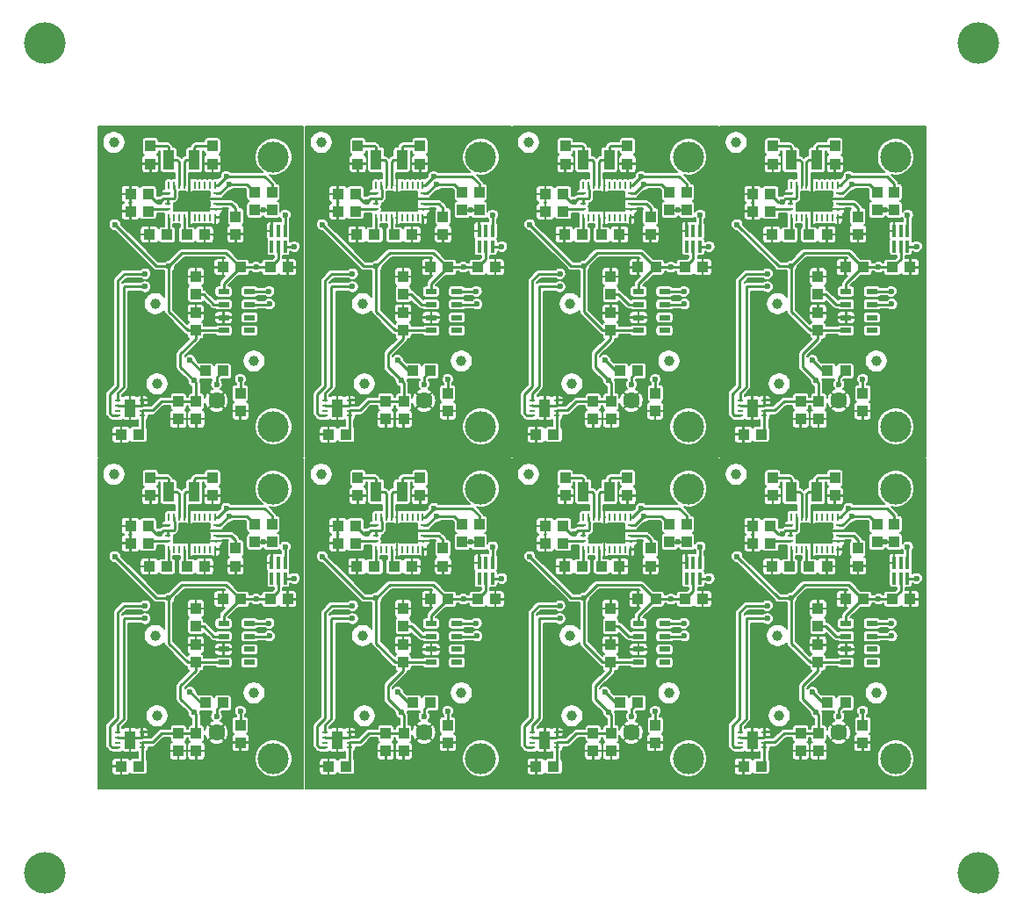
<source format=gbr>
G04 #@! TF.GenerationSoftware,KiCad,Pcbnew,(5.1.0-rc1-113-g51cc783e7)*
G04 #@! TF.CreationDate,2019-03-14T17:18:49-04:00
G04 #@! TF.ProjectId,fk-naturalist-sensors,666b2d6e-6174-4757-9261-6c6973742d73,rev?*
G04 #@! TF.SameCoordinates,Original*
G04 #@! TF.FileFunction,Copper,L1,Top*
G04 #@! TF.FilePolarity,Positive*
%FSLAX46Y46*%
G04 Gerber Fmt 4.6, Leading zero omitted, Abs format (unit mm)*
G04 Created by KiCad (PCBNEW (5.1.0-rc1-113-g51cc783e7)) date 2019-03-14 17:18:49*
%MOMM*%
%LPD*%
G04 APERTURE LIST*
%ADD10R,1.000000X1.100000*%
%ADD11R,1.000000X1.700000*%
%ADD12R,0.550000X0.250000*%
%ADD13R,0.350000X1.200000*%
%ADD14C,1.000000*%
%ADD15R,1.100000X1.900000*%
%ADD16R,1.100000X1.000000*%
%ADD17R,1.100000X0.500000*%
%ADD18R,0.575000X0.250000*%
%ADD19R,0.250000X0.675000*%
%ADD20C,1.624000*%
%ADD21C,3.000000*%
%ADD22C,4.000000*%
%ADD23C,0.600000*%
%ADD24C,0.254000*%
%ADD25C,0.250000*%
%ADD26C,0.203200*%
G04 APERTURE END LIST*
D10*
X103820234Y-89488113D03*
X103820234Y-87788113D03*
X83820234Y-89488113D03*
X83820234Y-87788113D03*
X63820234Y-89488113D03*
X63820234Y-87788113D03*
X43820234Y-89488113D03*
X43820234Y-87788113D03*
X103820234Y-57488113D03*
X103820234Y-55788113D03*
X83820234Y-57488113D03*
X83820234Y-55788113D03*
X63820234Y-57488113D03*
X63820234Y-55788113D03*
X103362500Y-72451000D03*
X103362500Y-70751000D03*
X83362500Y-72451000D03*
X83362500Y-70751000D03*
X63362500Y-72451000D03*
X63362500Y-70751000D03*
X43362500Y-72451000D03*
X43362500Y-70751000D03*
X103362500Y-40451000D03*
X103362500Y-38751000D03*
X83362500Y-40451000D03*
X83362500Y-38751000D03*
X63362500Y-40451000D03*
X63362500Y-38751000D03*
D11*
X93172800Y-89216400D03*
D12*
X94347800Y-88466400D03*
X94347800Y-88966400D03*
X94347800Y-89466400D03*
X94347800Y-89966400D03*
X91997800Y-89966400D03*
X91997800Y-89466400D03*
X91997800Y-88966400D03*
X91997800Y-88466400D03*
D11*
X73172800Y-89216400D03*
D12*
X74347800Y-88466400D03*
X74347800Y-88966400D03*
X74347800Y-89466400D03*
X74347800Y-89966400D03*
X71997800Y-89966400D03*
X71997800Y-89466400D03*
X71997800Y-88966400D03*
X71997800Y-88466400D03*
D11*
X53172800Y-89216400D03*
D12*
X54347800Y-88466400D03*
X54347800Y-88966400D03*
X54347800Y-89466400D03*
X54347800Y-89966400D03*
X51997800Y-89966400D03*
X51997800Y-89466400D03*
X51997800Y-88966400D03*
X51997800Y-88466400D03*
D11*
X33172800Y-89216400D03*
D12*
X34347800Y-88466400D03*
X34347800Y-88966400D03*
X34347800Y-89466400D03*
X34347800Y-89966400D03*
X31997800Y-89966400D03*
X31997800Y-89466400D03*
X31997800Y-88966400D03*
X31997800Y-88466400D03*
D11*
X93172800Y-57216400D03*
D12*
X94347800Y-56466400D03*
X94347800Y-56966400D03*
X94347800Y-57466400D03*
X94347800Y-57966400D03*
X91997800Y-57966400D03*
X91997800Y-57466400D03*
X91997800Y-56966400D03*
X91997800Y-56466400D03*
D11*
X73172800Y-57216400D03*
D12*
X74347800Y-56466400D03*
X74347800Y-56966400D03*
X74347800Y-57466400D03*
X74347800Y-57966400D03*
X71997800Y-57966400D03*
X71997800Y-57466400D03*
X71997800Y-56966400D03*
X71997800Y-56466400D03*
D11*
X53172800Y-57216400D03*
D12*
X54347800Y-56466400D03*
X54347800Y-56966400D03*
X54347800Y-57466400D03*
X54347800Y-57966400D03*
X51997800Y-57966400D03*
X51997800Y-57466400D03*
X51997800Y-56966400D03*
X51997800Y-56466400D03*
D10*
X99513600Y-80044000D03*
X99513600Y-81744000D03*
X79513600Y-80044000D03*
X79513600Y-81744000D03*
X59513600Y-80044000D03*
X59513600Y-81744000D03*
X39513600Y-80044000D03*
X39513600Y-81744000D03*
X99513600Y-48044000D03*
X99513600Y-49744000D03*
X79513600Y-48044000D03*
X79513600Y-49744000D03*
X59513600Y-48044000D03*
X59513600Y-49744000D03*
D13*
X108139403Y-73640053D03*
X107489403Y-73640053D03*
X106839403Y-73640053D03*
X106839403Y-72140053D03*
X107489403Y-72140053D03*
X108139403Y-72140053D03*
X88139403Y-73640053D03*
X87489403Y-73640053D03*
X86839403Y-73640053D03*
X86839403Y-72140053D03*
X87489403Y-72140053D03*
X88139403Y-72140053D03*
X68139403Y-73640053D03*
X67489403Y-73640053D03*
X66839403Y-73640053D03*
X66839403Y-72140053D03*
X67489403Y-72140053D03*
X68139403Y-72140053D03*
X48139403Y-73640053D03*
X47489403Y-73640053D03*
X46839403Y-73640053D03*
X46839403Y-72140053D03*
X47489403Y-72140053D03*
X48139403Y-72140053D03*
X108139403Y-41640053D03*
X107489403Y-41640053D03*
X106839403Y-41640053D03*
X106839403Y-40140053D03*
X107489403Y-40140053D03*
X108139403Y-40140053D03*
X88139403Y-41640053D03*
X87489403Y-41640053D03*
X86839403Y-41640053D03*
X86839403Y-40140053D03*
X87489403Y-40140053D03*
X88139403Y-40140053D03*
X68139403Y-41640053D03*
X67489403Y-41640053D03*
X66839403Y-41640053D03*
X66839403Y-40140053D03*
X67489403Y-40140053D03*
X68139403Y-40140053D03*
D10*
X105204000Y-70101500D03*
X105204000Y-68401500D03*
X85204000Y-70101500D03*
X85204000Y-68401500D03*
X65204000Y-70101500D03*
X65204000Y-68401500D03*
X45204000Y-70101500D03*
X45204000Y-68401500D03*
X105204000Y-38101500D03*
X105204000Y-36401500D03*
X85204000Y-38101500D03*
X85204000Y-36401500D03*
X65204000Y-38101500D03*
X65204000Y-36401500D03*
X106855000Y-68401500D03*
X106855000Y-70101500D03*
X86855000Y-68401500D03*
X86855000Y-70101500D03*
X66855000Y-68401500D03*
X66855000Y-70101500D03*
X46855000Y-68401500D03*
X46855000Y-70101500D03*
X106855000Y-36401500D03*
X106855000Y-38101500D03*
X86855000Y-36401500D03*
X86855000Y-38101500D03*
X66855000Y-36401500D03*
X66855000Y-38101500D03*
D14*
X105127800Y-84682000D03*
X85127800Y-84682000D03*
X65127800Y-84682000D03*
X45127800Y-84682000D03*
X105127800Y-52682000D03*
X85127800Y-52682000D03*
X65127800Y-52682000D03*
X95615500Y-79157500D03*
X75615500Y-79157500D03*
X55615500Y-79157500D03*
X35615500Y-79157500D03*
X95615500Y-47157500D03*
X75615500Y-47157500D03*
X55615500Y-47157500D03*
D15*
X99392800Y-65276400D03*
X96892800Y-65276400D03*
X79392800Y-65276400D03*
X76892800Y-65276400D03*
X59392800Y-65276400D03*
X56892800Y-65276400D03*
X39392800Y-65276400D03*
X36892800Y-65276400D03*
X99392800Y-33276400D03*
X96892800Y-33276400D03*
X79392800Y-33276400D03*
X76892800Y-33276400D03*
X59392800Y-33276400D03*
X56892800Y-33276400D03*
D16*
X94928800Y-70254800D03*
X93228800Y-70254800D03*
X74928800Y-70254800D03*
X73228800Y-70254800D03*
X54928800Y-70254800D03*
X53228800Y-70254800D03*
X34928800Y-70254800D03*
X33228800Y-70254800D03*
X94928800Y-38254800D03*
X93228800Y-38254800D03*
X74928800Y-38254800D03*
X73228800Y-38254800D03*
X54928800Y-38254800D03*
X53228800Y-38254800D03*
X95057600Y-72490000D03*
X96757600Y-72490000D03*
X75057600Y-72490000D03*
X76757600Y-72490000D03*
X55057600Y-72490000D03*
X56757600Y-72490000D03*
X35057600Y-72490000D03*
X36757600Y-72490000D03*
X95057600Y-40490000D03*
X96757600Y-40490000D03*
X75057600Y-40490000D03*
X76757600Y-40490000D03*
X55057600Y-40490000D03*
X56757600Y-40490000D03*
D17*
X104706400Y-77986000D03*
X104706400Y-79236000D03*
X104706400Y-80486000D03*
X104706400Y-81736000D03*
X102206400Y-81736000D03*
X102206400Y-80486000D03*
X102206400Y-79236000D03*
X102206400Y-77986000D03*
X84706400Y-77986000D03*
X84706400Y-79236000D03*
X84706400Y-80486000D03*
X84706400Y-81736000D03*
X82206400Y-81736000D03*
X82206400Y-80486000D03*
X82206400Y-79236000D03*
X82206400Y-77986000D03*
X64706400Y-77986000D03*
X64706400Y-79236000D03*
X64706400Y-80486000D03*
X64706400Y-81736000D03*
X62206400Y-81736000D03*
X62206400Y-80486000D03*
X62206400Y-79236000D03*
X62206400Y-77986000D03*
X44706400Y-77986000D03*
X44706400Y-79236000D03*
X44706400Y-80486000D03*
X44706400Y-81736000D03*
X42206400Y-81736000D03*
X42206400Y-80486000D03*
X42206400Y-79236000D03*
X42206400Y-77986000D03*
X104706400Y-45986000D03*
X104706400Y-47236000D03*
X104706400Y-48486000D03*
X104706400Y-49736000D03*
X102206400Y-49736000D03*
X102206400Y-48486000D03*
X102206400Y-47236000D03*
X102206400Y-45986000D03*
X84706400Y-45986000D03*
X84706400Y-47236000D03*
X84706400Y-48486000D03*
X84706400Y-49736000D03*
X82206400Y-49736000D03*
X82206400Y-48486000D03*
X82206400Y-47236000D03*
X82206400Y-45986000D03*
X64706400Y-45986000D03*
X64706400Y-47236000D03*
X64706400Y-48486000D03*
X64706400Y-49736000D03*
X62206400Y-49736000D03*
X62206400Y-48486000D03*
X62206400Y-47236000D03*
X62206400Y-45986000D03*
D10*
X101140000Y-63969200D03*
X101140000Y-65669200D03*
X81140000Y-63969200D03*
X81140000Y-65669200D03*
X61140000Y-63969200D03*
X61140000Y-65669200D03*
X41140000Y-63969200D03*
X41140000Y-65669200D03*
X101140000Y-31969200D03*
X101140000Y-33669200D03*
X81140000Y-31969200D03*
X81140000Y-33669200D03*
X61140000Y-31969200D03*
X61140000Y-33669200D03*
D16*
X100364400Y-72490000D03*
X98664400Y-72490000D03*
X80364400Y-72490000D03*
X78664400Y-72490000D03*
X60364400Y-72490000D03*
X58664400Y-72490000D03*
X40364400Y-72490000D03*
X38664400Y-72490000D03*
X100364400Y-40490000D03*
X98664400Y-40490000D03*
X80364400Y-40490000D03*
X78664400Y-40490000D03*
X60364400Y-40490000D03*
X58664400Y-40490000D03*
D14*
X95780600Y-86891800D03*
X75780600Y-86891800D03*
X55780600Y-86891800D03*
X35780600Y-86891800D03*
X95780600Y-54891800D03*
X75780600Y-54891800D03*
X55780600Y-54891800D03*
X91615000Y-63600000D03*
X71615000Y-63600000D03*
X51615000Y-63600000D03*
X31615000Y-63600000D03*
X91615000Y-31600000D03*
X71615000Y-31600000D03*
X51615000Y-31600000D03*
D10*
X97841657Y-88578554D03*
X97841657Y-90278554D03*
X77841657Y-88578554D03*
X77841657Y-90278554D03*
X57841657Y-88578554D03*
X57841657Y-90278554D03*
X37841657Y-88578554D03*
X37841657Y-90278554D03*
X97841657Y-56578554D03*
X97841657Y-58278554D03*
X77841657Y-56578554D03*
X77841657Y-58278554D03*
X57841657Y-56578554D03*
X57841657Y-58278554D03*
D16*
X92322800Y-91766400D03*
X94022800Y-91766400D03*
X72322800Y-91766400D03*
X74022800Y-91766400D03*
X52322800Y-91766400D03*
X54022800Y-91766400D03*
X32322800Y-91766400D03*
X34022800Y-91766400D03*
X92322800Y-59766400D03*
X94022800Y-59766400D03*
X72322800Y-59766400D03*
X74022800Y-59766400D03*
X52322800Y-59766400D03*
X54022800Y-59766400D03*
D18*
X101471300Y-70039600D03*
X101471300Y-69539600D03*
X101471300Y-69039600D03*
X101471300Y-68539600D03*
X96846300Y-70039600D03*
X96846300Y-69539600D03*
X96846300Y-69039600D03*
X96846300Y-68539600D03*
D19*
X101408800Y-70852100D03*
X100908800Y-70852100D03*
X100408800Y-70852100D03*
X99908800Y-70852100D03*
X99408800Y-70852100D03*
X98908800Y-70852100D03*
X98408800Y-70852100D03*
X97908800Y-70852100D03*
X97408800Y-70852100D03*
X96908800Y-70852100D03*
X101408800Y-67727100D03*
X100908800Y-67727100D03*
X100408800Y-67727100D03*
X99908800Y-67727100D03*
X99408800Y-67727100D03*
X98908800Y-67727100D03*
X98408800Y-67727100D03*
X97908800Y-67727100D03*
X97408800Y-67727100D03*
X96908800Y-67727100D03*
D18*
X81471300Y-70039600D03*
X81471300Y-69539600D03*
X81471300Y-69039600D03*
X81471300Y-68539600D03*
X76846300Y-70039600D03*
X76846300Y-69539600D03*
X76846300Y-69039600D03*
X76846300Y-68539600D03*
D19*
X81408800Y-70852100D03*
X80908800Y-70852100D03*
X80408800Y-70852100D03*
X79908800Y-70852100D03*
X79408800Y-70852100D03*
X78908800Y-70852100D03*
X78408800Y-70852100D03*
X77908800Y-70852100D03*
X77408800Y-70852100D03*
X76908800Y-70852100D03*
X81408800Y-67727100D03*
X80908800Y-67727100D03*
X80408800Y-67727100D03*
X79908800Y-67727100D03*
X79408800Y-67727100D03*
X78908800Y-67727100D03*
X78408800Y-67727100D03*
X77908800Y-67727100D03*
X77408800Y-67727100D03*
X76908800Y-67727100D03*
D18*
X61471300Y-70039600D03*
X61471300Y-69539600D03*
X61471300Y-69039600D03*
X61471300Y-68539600D03*
X56846300Y-70039600D03*
X56846300Y-69539600D03*
X56846300Y-69039600D03*
X56846300Y-68539600D03*
D19*
X61408800Y-70852100D03*
X60908800Y-70852100D03*
X60408800Y-70852100D03*
X59908800Y-70852100D03*
X59408800Y-70852100D03*
X58908800Y-70852100D03*
X58408800Y-70852100D03*
X57908800Y-70852100D03*
X57408800Y-70852100D03*
X56908800Y-70852100D03*
X61408800Y-67727100D03*
X60908800Y-67727100D03*
X60408800Y-67727100D03*
X59908800Y-67727100D03*
X59408800Y-67727100D03*
X58908800Y-67727100D03*
X58408800Y-67727100D03*
X57908800Y-67727100D03*
X57408800Y-67727100D03*
X56908800Y-67727100D03*
D18*
X41471300Y-70039600D03*
X41471300Y-69539600D03*
X41471300Y-69039600D03*
X41471300Y-68539600D03*
X36846300Y-70039600D03*
X36846300Y-69539600D03*
X36846300Y-69039600D03*
X36846300Y-68539600D03*
D19*
X41408800Y-70852100D03*
X40908800Y-70852100D03*
X40408800Y-70852100D03*
X39908800Y-70852100D03*
X39408800Y-70852100D03*
X38908800Y-70852100D03*
X38408800Y-70852100D03*
X37908800Y-70852100D03*
X37408800Y-70852100D03*
X36908800Y-70852100D03*
X41408800Y-67727100D03*
X40908800Y-67727100D03*
X40408800Y-67727100D03*
X39908800Y-67727100D03*
X39408800Y-67727100D03*
X38908800Y-67727100D03*
X38408800Y-67727100D03*
X37908800Y-67727100D03*
X37408800Y-67727100D03*
X36908800Y-67727100D03*
D18*
X101471300Y-38039600D03*
X101471300Y-37539600D03*
X101471300Y-37039600D03*
X101471300Y-36539600D03*
X96846300Y-38039600D03*
X96846300Y-37539600D03*
X96846300Y-37039600D03*
X96846300Y-36539600D03*
D19*
X101408800Y-38852100D03*
X100908800Y-38852100D03*
X100408800Y-38852100D03*
X99908800Y-38852100D03*
X99408800Y-38852100D03*
X98908800Y-38852100D03*
X98408800Y-38852100D03*
X97908800Y-38852100D03*
X97408800Y-38852100D03*
X96908800Y-38852100D03*
X101408800Y-35727100D03*
X100908800Y-35727100D03*
X100408800Y-35727100D03*
X99908800Y-35727100D03*
X99408800Y-35727100D03*
X98908800Y-35727100D03*
X98408800Y-35727100D03*
X97908800Y-35727100D03*
X97408800Y-35727100D03*
X96908800Y-35727100D03*
D18*
X81471300Y-38039600D03*
X81471300Y-37539600D03*
X81471300Y-37039600D03*
X81471300Y-36539600D03*
X76846300Y-38039600D03*
X76846300Y-37539600D03*
X76846300Y-37039600D03*
X76846300Y-36539600D03*
D19*
X81408800Y-38852100D03*
X80908800Y-38852100D03*
X80408800Y-38852100D03*
X79908800Y-38852100D03*
X79408800Y-38852100D03*
X78908800Y-38852100D03*
X78408800Y-38852100D03*
X77908800Y-38852100D03*
X77408800Y-38852100D03*
X76908800Y-38852100D03*
X81408800Y-35727100D03*
X80908800Y-35727100D03*
X80408800Y-35727100D03*
X79908800Y-35727100D03*
X79408800Y-35727100D03*
X78908800Y-35727100D03*
X78408800Y-35727100D03*
X77908800Y-35727100D03*
X77408800Y-35727100D03*
X76908800Y-35727100D03*
D18*
X61471300Y-38039600D03*
X61471300Y-37539600D03*
X61471300Y-37039600D03*
X61471300Y-36539600D03*
X56846300Y-38039600D03*
X56846300Y-37539600D03*
X56846300Y-37039600D03*
X56846300Y-36539600D03*
D19*
X61408800Y-38852100D03*
X60908800Y-38852100D03*
X60408800Y-38852100D03*
X59908800Y-38852100D03*
X59408800Y-38852100D03*
X58908800Y-38852100D03*
X58408800Y-38852100D03*
X57908800Y-38852100D03*
X57408800Y-38852100D03*
X56908800Y-38852100D03*
X61408800Y-35727100D03*
X60908800Y-35727100D03*
X60408800Y-35727100D03*
X59908800Y-35727100D03*
X59408800Y-35727100D03*
X58908800Y-35727100D03*
X58408800Y-35727100D03*
X57908800Y-35727100D03*
X57408800Y-35727100D03*
X56908800Y-35727100D03*
D10*
X99568857Y-90278554D03*
X99568857Y-88578554D03*
X79568857Y-90278554D03*
X79568857Y-88578554D03*
X59568857Y-90278554D03*
X59568857Y-88578554D03*
X39568857Y-90278554D03*
X39568857Y-88578554D03*
X99568857Y-58278554D03*
X99568857Y-56578554D03*
X79568857Y-58278554D03*
X79568857Y-56578554D03*
X59568857Y-58278554D03*
X59568857Y-56578554D03*
D16*
X106690800Y-75639600D03*
X108390800Y-75639600D03*
X86690800Y-75639600D03*
X88390800Y-75639600D03*
X66690800Y-75639600D03*
X68390800Y-75639600D03*
X46690800Y-75639600D03*
X48390800Y-75639600D03*
X106690800Y-43639600D03*
X108390800Y-43639600D03*
X86690800Y-43639600D03*
X88390800Y-43639600D03*
X66690800Y-43639600D03*
X68390800Y-43639600D03*
X103856400Y-75636000D03*
X102156400Y-75636000D03*
X83856400Y-75636000D03*
X82156400Y-75636000D03*
X63856400Y-75636000D03*
X62156400Y-75636000D03*
X43856400Y-75636000D03*
X42156400Y-75636000D03*
X103856400Y-43636000D03*
X102156400Y-43636000D03*
X83856400Y-43636000D03*
X82156400Y-43636000D03*
X63856400Y-43636000D03*
X62156400Y-43636000D03*
X94928800Y-68578400D03*
X93228800Y-68578400D03*
X74928800Y-68578400D03*
X73228800Y-68578400D03*
X54928800Y-68578400D03*
X53228800Y-68578400D03*
X34928800Y-68578400D03*
X33228800Y-68578400D03*
X94928800Y-36578400D03*
X93228800Y-36578400D03*
X74928800Y-36578400D03*
X73228800Y-36578400D03*
X54928800Y-36578400D03*
X53228800Y-36578400D03*
D10*
X95145600Y-65669200D03*
X95145600Y-63969200D03*
X75145600Y-65669200D03*
X75145600Y-63969200D03*
X55145600Y-65669200D03*
X55145600Y-63969200D03*
X35145600Y-65669200D03*
X35145600Y-63969200D03*
X95145600Y-33669200D03*
X95145600Y-31969200D03*
X75145600Y-33669200D03*
X75145600Y-31969200D03*
X55145600Y-33669200D03*
X55145600Y-31969200D03*
D16*
X100442400Y-85647200D03*
X102142400Y-85647200D03*
X80442400Y-85647200D03*
X82142400Y-85647200D03*
X60442400Y-85647200D03*
X62142400Y-85647200D03*
X40442400Y-85647200D03*
X42142400Y-85647200D03*
X100442400Y-53647200D03*
X102142400Y-53647200D03*
X80442400Y-53647200D03*
X82142400Y-53647200D03*
X60442400Y-53647200D03*
X62142400Y-53647200D03*
D10*
X99513600Y-76538800D03*
X99513600Y-78238800D03*
X79513600Y-76538800D03*
X79513600Y-78238800D03*
X59513600Y-76538800D03*
X59513600Y-78238800D03*
X39513600Y-76538800D03*
X39513600Y-78238800D03*
X99513600Y-44538800D03*
X99513600Y-46238800D03*
X79513600Y-44538800D03*
X79513600Y-46238800D03*
X59513600Y-44538800D03*
X59513600Y-46238800D03*
D20*
X101520234Y-88488113D03*
X81520234Y-88488113D03*
X61520234Y-88488113D03*
X41520234Y-88488113D03*
X101520234Y-56488113D03*
X81520234Y-56488113D03*
X61520234Y-56488113D03*
D19*
X36908800Y-35727100D03*
X37408800Y-35727100D03*
X37908800Y-35727100D03*
X38408800Y-35727100D03*
X38908800Y-35727100D03*
X39408800Y-35727100D03*
X39908800Y-35727100D03*
X40408800Y-35727100D03*
X40908800Y-35727100D03*
X41408800Y-35727100D03*
X36908800Y-38852100D03*
X37408800Y-38852100D03*
X37908800Y-38852100D03*
X38408800Y-38852100D03*
X38908800Y-38852100D03*
X39408800Y-38852100D03*
X39908800Y-38852100D03*
X40408800Y-38852100D03*
X40908800Y-38852100D03*
X41408800Y-38852100D03*
D18*
X36846300Y-36539600D03*
X36846300Y-37039600D03*
X36846300Y-37539600D03*
X36846300Y-38039600D03*
X41471300Y-36539600D03*
X41471300Y-37039600D03*
X41471300Y-37539600D03*
X41471300Y-38039600D03*
D13*
X48139403Y-40140053D03*
X47489403Y-40140053D03*
X46839403Y-40140053D03*
X46839403Y-41640053D03*
X47489403Y-41640053D03*
X48139403Y-41640053D03*
D12*
X31997800Y-56466400D03*
X31997800Y-56966400D03*
X31997800Y-57466400D03*
X31997800Y-57966400D03*
X34347800Y-57966400D03*
X34347800Y-57466400D03*
X34347800Y-56966400D03*
X34347800Y-56466400D03*
D11*
X33172800Y-57216400D03*
D17*
X42206400Y-45986000D03*
X42206400Y-47236000D03*
X42206400Y-48486000D03*
X42206400Y-49736000D03*
X44706400Y-49736000D03*
X44706400Y-48486000D03*
X44706400Y-47236000D03*
X44706400Y-45986000D03*
D20*
X41520234Y-56488113D03*
D10*
X39513600Y-46238800D03*
X39513600Y-44538800D03*
D16*
X34022800Y-59766400D03*
X32322800Y-59766400D03*
X42156400Y-43636000D03*
X43856400Y-43636000D03*
X48390800Y-43639600D03*
X46690800Y-43639600D03*
D10*
X39513600Y-49744000D03*
X39513600Y-48044000D03*
X39568857Y-56578554D03*
X39568857Y-58278554D03*
X37841657Y-58278554D03*
X37841657Y-56578554D03*
D14*
X31615000Y-31600000D03*
X35780600Y-54891800D03*
D10*
X43820234Y-55788113D03*
X43820234Y-57488113D03*
D16*
X42142400Y-53647200D03*
X40442400Y-53647200D03*
D10*
X35145600Y-31969200D03*
X35145600Y-33669200D03*
D16*
X33228800Y-36578400D03*
X34928800Y-36578400D03*
X38664400Y-40490000D03*
X40364400Y-40490000D03*
D10*
X41140000Y-33669200D03*
X41140000Y-31969200D03*
X43362500Y-38751000D03*
X43362500Y-40451000D03*
D16*
X36757600Y-40490000D03*
X35057600Y-40490000D03*
X33228800Y-38254800D03*
X34928800Y-38254800D03*
D15*
X36892800Y-33276400D03*
X39392800Y-33276400D03*
D14*
X35615500Y-47157500D03*
X45127800Y-52682000D03*
D10*
X46855000Y-38101500D03*
X46855000Y-36401500D03*
X45204000Y-36401500D03*
X45204000Y-38101500D03*
D21*
X47000000Y-33000000D03*
X47000000Y-59000000D03*
X67000000Y-33000000D03*
X87000000Y-33000000D03*
X107000000Y-33000000D03*
X47000000Y-65000000D03*
X67000000Y-65000000D03*
X87000000Y-65000000D03*
X107000000Y-65000000D03*
X67000000Y-59000000D03*
X87000000Y-59000000D03*
X107000000Y-59000000D03*
X47000000Y-91000000D03*
X67000000Y-91000000D03*
X87000000Y-91000000D03*
X107000000Y-91000000D03*
D22*
X25000000Y-22000000D03*
X25000000Y-102000000D03*
X115000000Y-102000000D03*
X115000000Y-22000000D03*
D23*
X36060000Y-37340400D03*
X31714400Y-39534198D03*
X39336600Y-54561600D03*
X36923600Y-43538000D03*
X45331000Y-43636000D03*
X46029500Y-38101500D03*
X66029500Y-38101500D03*
X86029500Y-38101500D03*
X106029500Y-38101500D03*
X46029500Y-70101500D03*
X66029500Y-70101500D03*
X86029500Y-70101500D03*
X106029500Y-70101500D03*
X65331000Y-43636000D03*
X85331000Y-43636000D03*
X105331000Y-43636000D03*
X45331000Y-75636000D03*
X65331000Y-75636000D03*
X85331000Y-75636000D03*
X105331000Y-75636000D03*
X56923600Y-43538000D03*
X76923600Y-43538000D03*
X96923600Y-43538000D03*
X36923600Y-75538000D03*
X56923600Y-75538000D03*
X76923600Y-75538000D03*
X96923600Y-75538000D03*
X56060000Y-37340400D03*
X76060000Y-37340400D03*
X96060000Y-37340400D03*
X36060000Y-69340400D03*
X56060000Y-69340400D03*
X76060000Y-69340400D03*
X96060000Y-69340400D03*
X59336600Y-54561600D03*
X79336600Y-54561600D03*
X99336600Y-54561600D03*
X39336600Y-86561600D03*
X59336600Y-86561600D03*
X79336600Y-86561600D03*
X99336600Y-86561600D03*
X51714400Y-39534198D03*
X71714400Y-39534198D03*
X91714400Y-39534198D03*
X31714400Y-71534198D03*
X51714400Y-71534198D03*
X71714400Y-71534198D03*
X91714400Y-71534198D03*
X43818854Y-54447354D03*
X63818854Y-54447354D03*
X83818854Y-54447354D03*
X103818854Y-54447354D03*
X43818854Y-86447354D03*
X63818854Y-86447354D03*
X83818854Y-86447354D03*
X103818854Y-86447354D03*
X41521000Y-54942600D03*
X61521000Y-54942600D03*
X81521000Y-54942600D03*
X101521000Y-54942600D03*
X41521000Y-86942600D03*
X61521000Y-86942600D03*
X81521000Y-86942600D03*
X101521000Y-86942600D03*
X38972850Y-52613950D03*
X58972850Y-52613950D03*
X78972850Y-52613950D03*
X98972850Y-52613950D03*
X38972850Y-84613950D03*
X58972850Y-84613950D03*
X78972850Y-84613950D03*
X98972850Y-84613950D03*
X46626400Y-47195600D03*
X49014000Y-41658400D03*
X34631000Y-45519200D03*
X54631000Y-45519200D03*
X74631000Y-45519200D03*
X94631000Y-45519200D03*
X34631000Y-77519200D03*
X54631000Y-77519200D03*
X74631000Y-77519200D03*
X94631000Y-77519200D03*
X69014000Y-41658400D03*
X89014000Y-41658400D03*
X109014000Y-41658400D03*
X49014000Y-73658400D03*
X69014000Y-73658400D03*
X89014000Y-73658400D03*
X109014000Y-73658400D03*
X66626400Y-47195600D03*
X86626400Y-47195600D03*
X106626400Y-47195600D03*
X46626400Y-79195600D03*
X66626400Y-79195600D03*
X86626400Y-79195600D03*
X106626400Y-79195600D03*
X46575600Y-45976400D03*
X48150400Y-38610400D03*
X34631000Y-44269200D03*
X68150400Y-38610400D03*
X88150400Y-38610400D03*
X108150400Y-38610400D03*
X48150400Y-70610400D03*
X68150400Y-70610400D03*
X88150400Y-70610400D03*
X108150400Y-70610400D03*
X54631000Y-44269200D03*
X74631000Y-44269200D03*
X94631000Y-44269200D03*
X34631000Y-76269200D03*
X54631000Y-76269200D03*
X74631000Y-76269200D03*
X94631000Y-76269200D03*
X66575600Y-45976400D03*
X86575600Y-45976400D03*
X106575600Y-45976400D03*
X46575600Y-77976400D03*
X66575600Y-77976400D03*
X86575600Y-77976400D03*
X106575600Y-77976400D03*
X42479407Y-34882300D03*
X62479407Y-34882300D03*
X82479407Y-34882300D03*
X102479407Y-34882300D03*
X42479407Y-66882300D03*
X62479407Y-66882300D03*
X82479407Y-66882300D03*
X102479407Y-66882300D03*
X42740200Y-35638600D03*
X62740200Y-35638600D03*
X82740200Y-35638600D03*
X102740200Y-35638600D03*
X42740200Y-67638600D03*
X62740200Y-67638600D03*
X82740200Y-67638600D03*
X102740200Y-67638600D03*
D24*
X41402400Y-47236000D02*
X42206400Y-47236000D01*
X40267600Y-46238800D02*
X41264800Y-47236000D01*
X41264800Y-47236000D02*
X41402400Y-47236000D01*
X39513600Y-46238800D02*
X40267600Y-46238800D01*
X61402400Y-47236000D02*
X62206400Y-47236000D01*
X81402400Y-47236000D02*
X82206400Y-47236000D01*
X101402400Y-47236000D02*
X102206400Y-47236000D01*
X41402400Y-79236000D02*
X42206400Y-79236000D01*
X61402400Y-79236000D02*
X62206400Y-79236000D01*
X81402400Y-79236000D02*
X82206400Y-79236000D01*
X101402400Y-79236000D02*
X102206400Y-79236000D01*
X61264800Y-47236000D02*
X61402400Y-47236000D01*
X81264800Y-47236000D02*
X81402400Y-47236000D01*
X101264800Y-47236000D02*
X101402400Y-47236000D01*
X41264800Y-79236000D02*
X41402400Y-79236000D01*
X61264800Y-79236000D02*
X61402400Y-79236000D01*
X81264800Y-79236000D02*
X81402400Y-79236000D01*
X101264800Y-79236000D02*
X101402400Y-79236000D01*
X59513600Y-46238800D02*
X60267600Y-46238800D01*
X79513600Y-46238800D02*
X80267600Y-46238800D01*
X99513600Y-46238800D02*
X100267600Y-46238800D01*
X39513600Y-78238800D02*
X40267600Y-78238800D01*
X59513600Y-78238800D02*
X60267600Y-78238800D01*
X79513600Y-78238800D02*
X80267600Y-78238800D01*
X99513600Y-78238800D02*
X100267600Y-78238800D01*
X60267600Y-46238800D02*
X61264800Y-47236000D01*
X80267600Y-46238800D02*
X81264800Y-47236000D01*
X100267600Y-46238800D02*
X101264800Y-47236000D01*
X40267600Y-78238800D02*
X41264800Y-79236000D01*
X60267600Y-78238800D02*
X61264800Y-79236000D01*
X80267600Y-78238800D02*
X81264800Y-79236000D01*
X100267600Y-78238800D02*
X101264800Y-79236000D01*
X32922800Y-56966400D02*
X33172800Y-57216400D01*
X31997800Y-56966400D02*
X32922800Y-56966400D01*
X34347800Y-56966400D02*
X34347800Y-56466400D01*
X33422800Y-56966400D02*
X33172800Y-57216400D01*
X34347800Y-56966400D02*
X33422800Y-56966400D01*
X54347800Y-56966400D02*
X53422800Y-56966400D01*
X74347800Y-56966400D02*
X73422800Y-56966400D01*
X94347800Y-56966400D02*
X93422800Y-56966400D01*
X34347800Y-88966400D02*
X33422800Y-88966400D01*
X54347800Y-88966400D02*
X53422800Y-88966400D01*
X74347800Y-88966400D02*
X73422800Y-88966400D01*
X94347800Y-88966400D02*
X93422800Y-88966400D01*
X51997800Y-56966400D02*
X52922800Y-56966400D01*
X71997800Y-56966400D02*
X72922800Y-56966400D01*
X91997800Y-56966400D02*
X92922800Y-56966400D01*
X31997800Y-88966400D02*
X32922800Y-88966400D01*
X51997800Y-88966400D02*
X52922800Y-88966400D01*
X71997800Y-88966400D02*
X72922800Y-88966400D01*
X91997800Y-88966400D02*
X92922800Y-88966400D01*
X54347800Y-56966400D02*
X54347800Y-56466400D01*
X74347800Y-56966400D02*
X74347800Y-56466400D01*
X94347800Y-56966400D02*
X94347800Y-56466400D01*
X34347800Y-88966400D02*
X34347800Y-88466400D01*
X54347800Y-88966400D02*
X54347800Y-88466400D01*
X74347800Y-88966400D02*
X74347800Y-88466400D01*
X94347800Y-88966400D02*
X94347800Y-88466400D01*
X52922800Y-56966400D02*
X53172800Y-57216400D01*
X72922800Y-56966400D02*
X73172800Y-57216400D01*
X92922800Y-56966400D02*
X93172800Y-57216400D01*
X32922800Y-88966400D02*
X33172800Y-89216400D01*
X52922800Y-88966400D02*
X53172800Y-89216400D01*
X72922800Y-88966400D02*
X73172800Y-89216400D01*
X92922800Y-88966400D02*
X93172800Y-89216400D01*
X53422800Y-56966400D02*
X53172800Y-57216400D01*
X73422800Y-56966400D02*
X73172800Y-57216400D01*
X93422800Y-56966400D02*
X93172800Y-57216400D01*
X33422800Y-88966400D02*
X33172800Y-89216400D01*
X53422800Y-88966400D02*
X53172800Y-89216400D01*
X73422800Y-88966400D02*
X73172800Y-89216400D01*
X93422800Y-88966400D02*
X93172800Y-89216400D01*
D25*
X34979600Y-36629200D02*
X34928800Y-36578400D01*
D24*
X37387800Y-37039600D02*
X36846300Y-37039600D01*
X37460801Y-36966599D02*
X37387800Y-37039600D01*
X37460801Y-36152999D02*
X37460801Y-36966599D01*
X37408800Y-36100998D02*
X37460801Y-36152999D01*
X37408800Y-35727100D02*
X37408800Y-36100998D01*
X35690800Y-37340400D02*
X34928800Y-36578400D01*
X36060000Y-37340400D02*
X35690800Y-37340400D01*
X36360800Y-37039600D02*
X36060000Y-37340400D01*
X36846300Y-37039600D02*
X36360800Y-37039600D01*
X42156400Y-45936000D02*
X42206400Y-45986000D01*
X39521600Y-49736000D02*
X39513600Y-49744000D01*
X42206400Y-49736000D02*
X39521600Y-49736000D01*
X34347800Y-57466400D02*
X34347800Y-57966400D01*
X34347800Y-59441400D02*
X34022800Y-59766400D01*
X34347800Y-57966400D02*
X34347800Y-59441400D01*
X34357000Y-57457200D02*
X34347800Y-57466400D01*
X35348800Y-57457200D02*
X34357000Y-57457200D01*
X46687200Y-43636000D02*
X46690800Y-43639600D01*
X47489403Y-42840997D02*
X46690800Y-43639600D01*
X47489403Y-41640053D02*
X47489403Y-42840997D01*
X42206400Y-45236000D02*
X43806400Y-43636000D01*
X42206400Y-45986000D02*
X42206400Y-45236000D01*
X39568857Y-56578554D02*
X37841657Y-56578554D01*
X39568857Y-54793857D02*
X39336600Y-54561600D01*
X39568857Y-56578554D02*
X39568857Y-54793857D01*
X36227446Y-56578554D02*
X35348800Y-57457200D01*
X37841657Y-56578554D02*
X36227446Y-56578554D01*
X36846300Y-37539600D02*
X36846300Y-37039600D01*
X38041200Y-52020400D02*
X39513600Y-50548000D01*
X39513600Y-50548000D02*
X39513600Y-49744000D01*
X38041200Y-53266200D02*
X38041200Y-52020400D01*
X39336600Y-54561600D02*
X38041200Y-53266200D01*
X36872800Y-43588800D02*
X36923600Y-43538000D01*
X45331000Y-43636000D02*
X46687200Y-43636000D01*
X43856400Y-43636000D02*
X45331000Y-43636000D01*
D25*
X45331000Y-38228500D02*
X45204000Y-38101500D01*
X45204000Y-38101500D02*
X46029500Y-38101500D01*
X46029500Y-38101500D02*
X46855000Y-38101500D01*
X43806400Y-43636000D02*
X43856400Y-43636000D01*
X42420400Y-42250000D02*
X43806400Y-43636000D01*
X38211600Y-42250000D02*
X42420400Y-42250000D01*
X36923600Y-43538000D02*
X38211600Y-42250000D01*
X35718202Y-43538000D02*
X31714400Y-39534198D01*
X36923600Y-43538000D02*
X35718202Y-43538000D01*
X38763600Y-49744000D02*
X39513600Y-49744000D01*
X36923600Y-47904000D02*
X38763600Y-49744000D01*
X36923600Y-43538000D02*
X36923600Y-47904000D01*
X56923600Y-43538000D02*
X56923600Y-47904000D01*
X76923600Y-43538000D02*
X76923600Y-47904000D01*
X96923600Y-43538000D02*
X96923600Y-47904000D01*
X36923600Y-75538000D02*
X36923600Y-79904000D01*
X56923600Y-75538000D02*
X56923600Y-79904000D01*
X76923600Y-75538000D02*
X76923600Y-79904000D01*
X96923600Y-75538000D02*
X96923600Y-79904000D01*
X63806400Y-43636000D02*
X63856400Y-43636000D01*
X83806400Y-43636000D02*
X83856400Y-43636000D01*
X103806400Y-43636000D02*
X103856400Y-43636000D01*
X43806400Y-75636000D02*
X43856400Y-75636000D01*
X63806400Y-75636000D02*
X63856400Y-75636000D01*
X83806400Y-75636000D02*
X83856400Y-75636000D01*
X103806400Y-75636000D02*
X103856400Y-75636000D01*
X58211600Y-42250000D02*
X62420400Y-42250000D01*
X78211600Y-42250000D02*
X82420400Y-42250000D01*
X98211600Y-42250000D02*
X102420400Y-42250000D01*
X38211600Y-74250000D02*
X42420400Y-74250000D01*
X58211600Y-74250000D02*
X62420400Y-74250000D01*
X78211600Y-74250000D02*
X82420400Y-74250000D01*
X98211600Y-74250000D02*
X102420400Y-74250000D01*
X56923600Y-43538000D02*
X58211600Y-42250000D01*
X76923600Y-43538000D02*
X78211600Y-42250000D01*
X96923600Y-43538000D02*
X98211600Y-42250000D01*
X36923600Y-75538000D02*
X38211600Y-74250000D01*
X56923600Y-75538000D02*
X58211600Y-74250000D01*
X76923600Y-75538000D02*
X78211600Y-74250000D01*
X96923600Y-75538000D02*
X98211600Y-74250000D01*
X56923600Y-47904000D02*
X58763600Y-49744000D01*
X76923600Y-47904000D02*
X78763600Y-49744000D01*
X96923600Y-47904000D02*
X98763600Y-49744000D01*
X36923600Y-79904000D02*
X38763600Y-81744000D01*
X56923600Y-79904000D02*
X58763600Y-81744000D01*
X76923600Y-79904000D02*
X78763600Y-81744000D01*
X96923600Y-79904000D02*
X98763600Y-81744000D01*
X56923600Y-43538000D02*
X55718202Y-43538000D01*
X76923600Y-43538000D02*
X75718202Y-43538000D01*
X96923600Y-43538000D02*
X95718202Y-43538000D01*
X36923600Y-75538000D02*
X35718202Y-75538000D01*
X56923600Y-75538000D02*
X55718202Y-75538000D01*
X76923600Y-75538000D02*
X75718202Y-75538000D01*
X96923600Y-75538000D02*
X95718202Y-75538000D01*
X55718202Y-43538000D02*
X51714400Y-39534198D01*
X75718202Y-43538000D02*
X71714400Y-39534198D01*
X95718202Y-43538000D02*
X91714400Y-39534198D01*
X35718202Y-75538000D02*
X31714400Y-71534198D01*
X55718202Y-75538000D02*
X51714400Y-71534198D01*
X75718202Y-75538000D02*
X71714400Y-71534198D01*
X95718202Y-75538000D02*
X91714400Y-71534198D01*
X62420400Y-42250000D02*
X63806400Y-43636000D01*
X82420400Y-42250000D02*
X83806400Y-43636000D01*
X102420400Y-42250000D02*
X103806400Y-43636000D01*
X42420400Y-74250000D02*
X43806400Y-75636000D01*
X62420400Y-74250000D02*
X63806400Y-75636000D01*
X82420400Y-74250000D02*
X83806400Y-75636000D01*
X102420400Y-74250000D02*
X103806400Y-75636000D01*
X58763600Y-49744000D02*
X59513600Y-49744000D01*
X78763600Y-49744000D02*
X79513600Y-49744000D01*
X98763600Y-49744000D02*
X99513600Y-49744000D01*
X38763600Y-81744000D02*
X39513600Y-81744000D01*
X58763600Y-81744000D02*
X59513600Y-81744000D01*
X78763600Y-81744000D02*
X79513600Y-81744000D01*
X98763600Y-81744000D02*
X99513600Y-81744000D01*
D24*
X54347800Y-59441400D02*
X54022800Y-59766400D01*
X74347800Y-59441400D02*
X74022800Y-59766400D01*
X94347800Y-59441400D02*
X94022800Y-59766400D01*
X34347800Y-91441400D02*
X34022800Y-91766400D01*
X54347800Y-91441400D02*
X54022800Y-91766400D01*
X74347800Y-91441400D02*
X74022800Y-91766400D01*
X94347800Y-91441400D02*
X94022800Y-91766400D01*
X58041200Y-53266200D02*
X58041200Y-52020400D01*
X78041200Y-53266200D02*
X78041200Y-52020400D01*
X98041200Y-53266200D02*
X98041200Y-52020400D01*
X38041200Y-85266200D02*
X38041200Y-84020400D01*
X58041200Y-85266200D02*
X58041200Y-84020400D01*
X78041200Y-85266200D02*
X78041200Y-84020400D01*
X98041200Y-85266200D02*
X98041200Y-84020400D01*
X62206400Y-49736000D02*
X59521600Y-49736000D01*
X82206400Y-49736000D02*
X79521600Y-49736000D01*
X102206400Y-49736000D02*
X99521600Y-49736000D01*
X42206400Y-81736000D02*
X39521600Y-81736000D01*
X62206400Y-81736000D02*
X59521600Y-81736000D01*
X82206400Y-81736000D02*
X79521600Y-81736000D01*
X102206400Y-81736000D02*
X99521600Y-81736000D01*
X59336600Y-54561600D02*
X58041200Y-53266200D01*
X79336600Y-54561600D02*
X78041200Y-53266200D01*
X99336600Y-54561600D02*
X98041200Y-53266200D01*
X39336600Y-86561600D02*
X38041200Y-85266200D01*
X59336600Y-86561600D02*
X58041200Y-85266200D01*
X79336600Y-86561600D02*
X78041200Y-85266200D01*
X99336600Y-86561600D02*
X98041200Y-85266200D01*
X56227446Y-56578554D02*
X55348800Y-57457200D01*
X76227446Y-56578554D02*
X75348800Y-57457200D01*
X96227446Y-56578554D02*
X95348800Y-57457200D01*
X36227446Y-88578554D02*
X35348800Y-89457200D01*
X56227446Y-88578554D02*
X55348800Y-89457200D01*
X76227446Y-88578554D02*
X75348800Y-89457200D01*
X96227446Y-88578554D02*
X95348800Y-89457200D01*
X59568857Y-56578554D02*
X59568857Y-54793857D01*
X79568857Y-56578554D02*
X79568857Y-54793857D01*
X99568857Y-56578554D02*
X99568857Y-54793857D01*
X39568857Y-88578554D02*
X39568857Y-86793857D01*
X59568857Y-88578554D02*
X59568857Y-86793857D01*
X79568857Y-88578554D02*
X79568857Y-86793857D01*
X99568857Y-88578554D02*
X99568857Y-86793857D01*
X57460801Y-36152999D02*
X57460801Y-36966599D01*
X77460801Y-36152999D02*
X77460801Y-36966599D01*
X97460801Y-36152999D02*
X97460801Y-36966599D01*
X37460801Y-68152999D02*
X37460801Y-68966599D01*
X57460801Y-68152999D02*
X57460801Y-68966599D01*
X77460801Y-68152999D02*
X77460801Y-68966599D01*
X97460801Y-68152999D02*
X97460801Y-68966599D01*
X56846300Y-37539600D02*
X56846300Y-37039600D01*
X76846300Y-37539600D02*
X76846300Y-37039600D01*
X96846300Y-37539600D02*
X96846300Y-37039600D01*
X36846300Y-69539600D02*
X36846300Y-69039600D01*
X56846300Y-69539600D02*
X56846300Y-69039600D01*
X76846300Y-69539600D02*
X76846300Y-69039600D01*
X96846300Y-69539600D02*
X96846300Y-69039600D01*
X57460801Y-36966599D02*
X57387800Y-37039600D01*
X77460801Y-36966599D02*
X77387800Y-37039600D01*
X97460801Y-36966599D02*
X97387800Y-37039600D01*
X37460801Y-68966599D02*
X37387800Y-69039600D01*
X57460801Y-68966599D02*
X57387800Y-69039600D01*
X77460801Y-68966599D02*
X77387800Y-69039600D01*
X97460801Y-68966599D02*
X97387800Y-69039600D01*
X57841657Y-56578554D02*
X56227446Y-56578554D01*
X77841657Y-56578554D02*
X76227446Y-56578554D01*
X97841657Y-56578554D02*
X96227446Y-56578554D01*
X37841657Y-88578554D02*
X36227446Y-88578554D01*
X57841657Y-88578554D02*
X56227446Y-88578554D01*
X77841657Y-88578554D02*
X76227446Y-88578554D01*
X97841657Y-88578554D02*
X96227446Y-88578554D01*
X56360800Y-37039600D02*
X56060000Y-37340400D01*
X76360800Y-37039600D02*
X76060000Y-37340400D01*
X96360800Y-37039600D02*
X96060000Y-37340400D01*
X36360800Y-69039600D02*
X36060000Y-69340400D01*
X56360800Y-69039600D02*
X56060000Y-69340400D01*
X76360800Y-69039600D02*
X76060000Y-69340400D01*
X96360800Y-69039600D02*
X96060000Y-69340400D01*
X59568857Y-54793857D02*
X59336600Y-54561600D01*
X79568857Y-54793857D02*
X79336600Y-54561600D01*
X99568857Y-54793857D02*
X99336600Y-54561600D01*
X39568857Y-86793857D02*
X39336600Y-86561600D01*
X59568857Y-86793857D02*
X59336600Y-86561600D01*
X79568857Y-86793857D02*
X79336600Y-86561600D01*
X99568857Y-86793857D02*
X99336600Y-86561600D01*
X67489403Y-41640053D02*
X67489403Y-42840997D01*
X87489403Y-41640053D02*
X87489403Y-42840997D01*
X107489403Y-41640053D02*
X107489403Y-42840997D01*
X47489403Y-73640053D02*
X47489403Y-74840997D01*
X67489403Y-73640053D02*
X67489403Y-74840997D01*
X87489403Y-73640053D02*
X87489403Y-74840997D01*
X107489403Y-73640053D02*
X107489403Y-74840997D01*
D25*
X65204000Y-38101500D02*
X66029500Y-38101500D01*
X85204000Y-38101500D02*
X86029500Y-38101500D01*
X105204000Y-38101500D02*
X106029500Y-38101500D01*
X45204000Y-70101500D02*
X46029500Y-70101500D01*
X65204000Y-70101500D02*
X66029500Y-70101500D01*
X85204000Y-70101500D02*
X86029500Y-70101500D01*
X105204000Y-70101500D02*
X106029500Y-70101500D01*
D24*
X58041200Y-52020400D02*
X59513600Y-50548000D01*
X78041200Y-52020400D02*
X79513600Y-50548000D01*
X98041200Y-52020400D02*
X99513600Y-50548000D01*
X38041200Y-84020400D02*
X39513600Y-82548000D01*
X58041200Y-84020400D02*
X59513600Y-82548000D01*
X78041200Y-84020400D02*
X79513600Y-82548000D01*
X98041200Y-84020400D02*
X99513600Y-82548000D01*
X55690800Y-37340400D02*
X54928800Y-36578400D01*
X75690800Y-37340400D02*
X74928800Y-36578400D01*
X95690800Y-37340400D02*
X94928800Y-36578400D01*
X35690800Y-69340400D02*
X34928800Y-68578400D01*
X55690800Y-69340400D02*
X54928800Y-68578400D01*
X75690800Y-69340400D02*
X74928800Y-68578400D01*
X95690800Y-69340400D02*
X94928800Y-68578400D01*
X67489403Y-42840997D02*
X66690800Y-43639600D01*
X87489403Y-42840997D02*
X86690800Y-43639600D01*
X107489403Y-42840997D02*
X106690800Y-43639600D01*
X47489403Y-74840997D02*
X46690800Y-75639600D01*
X67489403Y-74840997D02*
X66690800Y-75639600D01*
X87489403Y-74840997D02*
X86690800Y-75639600D01*
X107489403Y-74840997D02*
X106690800Y-75639600D01*
X59513600Y-50548000D02*
X59513600Y-49744000D01*
X79513600Y-50548000D02*
X79513600Y-49744000D01*
X99513600Y-50548000D02*
X99513600Y-49744000D01*
X39513600Y-82548000D02*
X39513600Y-81744000D01*
X59513600Y-82548000D02*
X59513600Y-81744000D01*
X79513600Y-82548000D02*
X79513600Y-81744000D01*
X99513600Y-82548000D02*
X99513600Y-81744000D01*
X56060000Y-37340400D02*
X55690800Y-37340400D01*
X76060000Y-37340400D02*
X75690800Y-37340400D01*
X96060000Y-37340400D02*
X95690800Y-37340400D01*
X36060000Y-69340400D02*
X35690800Y-69340400D01*
X56060000Y-69340400D02*
X55690800Y-69340400D01*
X76060000Y-69340400D02*
X75690800Y-69340400D01*
X96060000Y-69340400D02*
X95690800Y-69340400D01*
X57387800Y-37039600D02*
X56846300Y-37039600D01*
X77387800Y-37039600D02*
X76846300Y-37039600D01*
X97387800Y-37039600D02*
X96846300Y-37039600D01*
X37387800Y-69039600D02*
X36846300Y-69039600D01*
X57387800Y-69039600D02*
X56846300Y-69039600D01*
X77387800Y-69039600D02*
X76846300Y-69039600D01*
X97387800Y-69039600D02*
X96846300Y-69039600D01*
D25*
X54979600Y-36629200D02*
X54928800Y-36578400D01*
X74979600Y-36629200D02*
X74928800Y-36578400D01*
X94979600Y-36629200D02*
X94928800Y-36578400D01*
X34979600Y-68629200D02*
X34928800Y-68578400D01*
X54979600Y-68629200D02*
X54928800Y-68578400D01*
X74979600Y-68629200D02*
X74928800Y-68578400D01*
X94979600Y-68629200D02*
X94928800Y-68578400D01*
D24*
X59568857Y-56578554D02*
X57841657Y-56578554D01*
X79568857Y-56578554D02*
X77841657Y-56578554D01*
X99568857Y-56578554D02*
X97841657Y-56578554D01*
X39568857Y-88578554D02*
X37841657Y-88578554D01*
X59568857Y-88578554D02*
X57841657Y-88578554D01*
X79568857Y-88578554D02*
X77841657Y-88578554D01*
X99568857Y-88578554D02*
X97841657Y-88578554D01*
X55348800Y-57457200D02*
X54357000Y-57457200D01*
X75348800Y-57457200D02*
X74357000Y-57457200D01*
X95348800Y-57457200D02*
X94357000Y-57457200D01*
X35348800Y-89457200D02*
X34357000Y-89457200D01*
X55348800Y-89457200D02*
X54357000Y-89457200D01*
X75348800Y-89457200D02*
X74357000Y-89457200D01*
X95348800Y-89457200D02*
X94357000Y-89457200D01*
X56846300Y-37039600D02*
X56360800Y-37039600D01*
X76846300Y-37039600D02*
X76360800Y-37039600D01*
X96846300Y-37039600D02*
X96360800Y-37039600D01*
X36846300Y-69039600D02*
X36360800Y-69039600D01*
X56846300Y-69039600D02*
X56360800Y-69039600D01*
X76846300Y-69039600D02*
X76360800Y-69039600D01*
X96846300Y-69039600D02*
X96360800Y-69039600D01*
X62206400Y-45236000D02*
X63806400Y-43636000D01*
X82206400Y-45236000D02*
X83806400Y-43636000D01*
X102206400Y-45236000D02*
X103806400Y-43636000D01*
X42206400Y-77236000D02*
X43806400Y-75636000D01*
X62206400Y-77236000D02*
X63806400Y-75636000D01*
X82206400Y-77236000D02*
X83806400Y-75636000D01*
X102206400Y-77236000D02*
X103806400Y-75636000D01*
X62156400Y-45936000D02*
X62206400Y-45986000D01*
X82156400Y-45936000D02*
X82206400Y-45986000D01*
X102156400Y-45936000D02*
X102206400Y-45986000D01*
X42156400Y-77936000D02*
X42206400Y-77986000D01*
X62156400Y-77936000D02*
X62206400Y-77986000D01*
X82156400Y-77936000D02*
X82206400Y-77986000D01*
X102156400Y-77936000D02*
X102206400Y-77986000D01*
X54347800Y-57966400D02*
X54347800Y-59441400D01*
X74347800Y-57966400D02*
X74347800Y-59441400D01*
X94347800Y-57966400D02*
X94347800Y-59441400D01*
X34347800Y-89966400D02*
X34347800Y-91441400D01*
X54347800Y-89966400D02*
X54347800Y-91441400D01*
X74347800Y-89966400D02*
X74347800Y-91441400D01*
X94347800Y-89966400D02*
X94347800Y-91441400D01*
X66687200Y-43636000D02*
X66690800Y-43639600D01*
X86687200Y-43636000D02*
X86690800Y-43639600D01*
X106687200Y-43636000D02*
X106690800Y-43639600D01*
X46687200Y-75636000D02*
X46690800Y-75639600D01*
X66687200Y-75636000D02*
X66690800Y-75639600D01*
X86687200Y-75636000D02*
X86690800Y-75639600D01*
X106687200Y-75636000D02*
X106690800Y-75639600D01*
X54357000Y-57457200D02*
X54347800Y-57466400D01*
X74357000Y-57457200D02*
X74347800Y-57466400D01*
X94357000Y-57457200D02*
X94347800Y-57466400D01*
X34357000Y-89457200D02*
X34347800Y-89466400D01*
X54357000Y-89457200D02*
X54347800Y-89466400D01*
X74357000Y-89457200D02*
X74347800Y-89466400D01*
X94357000Y-89457200D02*
X94347800Y-89466400D01*
X56872800Y-43588800D02*
X56923600Y-43538000D01*
X76872800Y-43588800D02*
X76923600Y-43538000D01*
X96872800Y-43588800D02*
X96923600Y-43538000D01*
X36872800Y-75588800D02*
X36923600Y-75538000D01*
X56872800Y-75588800D02*
X56923600Y-75538000D01*
X76872800Y-75588800D02*
X76923600Y-75538000D01*
X96872800Y-75588800D02*
X96923600Y-75538000D01*
D25*
X65331000Y-38228500D02*
X65204000Y-38101500D01*
X85331000Y-38228500D02*
X85204000Y-38101500D01*
X105331000Y-38228500D02*
X105204000Y-38101500D01*
X45331000Y-70228500D02*
X45204000Y-70101500D01*
X65331000Y-70228500D02*
X65204000Y-70101500D01*
X85331000Y-70228500D02*
X85204000Y-70101500D01*
X105331000Y-70228500D02*
X105204000Y-70101500D01*
D24*
X57408800Y-36100998D02*
X57460801Y-36152999D01*
X77408800Y-36100998D02*
X77460801Y-36152999D01*
X97408800Y-36100998D02*
X97460801Y-36152999D01*
X37408800Y-68100998D02*
X37460801Y-68152999D01*
X57408800Y-68100998D02*
X57460801Y-68152999D01*
X77408800Y-68100998D02*
X77460801Y-68152999D01*
X97408800Y-68100998D02*
X97460801Y-68152999D01*
X65331000Y-43636000D02*
X66687200Y-43636000D01*
X85331000Y-43636000D02*
X86687200Y-43636000D01*
X105331000Y-43636000D02*
X106687200Y-43636000D01*
X45331000Y-75636000D02*
X46687200Y-75636000D01*
X65331000Y-75636000D02*
X66687200Y-75636000D01*
X85331000Y-75636000D02*
X86687200Y-75636000D01*
X105331000Y-75636000D02*
X106687200Y-75636000D01*
X57408800Y-35727100D02*
X57408800Y-36100998D01*
X77408800Y-35727100D02*
X77408800Y-36100998D01*
X97408800Y-35727100D02*
X97408800Y-36100998D01*
X37408800Y-67727100D02*
X37408800Y-68100998D01*
X57408800Y-67727100D02*
X57408800Y-68100998D01*
X77408800Y-67727100D02*
X77408800Y-68100998D01*
X97408800Y-67727100D02*
X97408800Y-68100998D01*
X63856400Y-43636000D02*
X65331000Y-43636000D01*
X83856400Y-43636000D02*
X85331000Y-43636000D01*
X103856400Y-43636000D02*
X105331000Y-43636000D01*
X43856400Y-75636000D02*
X45331000Y-75636000D01*
X63856400Y-75636000D02*
X65331000Y-75636000D01*
X83856400Y-75636000D02*
X85331000Y-75636000D01*
X103856400Y-75636000D02*
X105331000Y-75636000D01*
D25*
X66029500Y-38101500D02*
X66855000Y-38101500D01*
X86029500Y-38101500D02*
X86855000Y-38101500D01*
X106029500Y-38101500D02*
X106855000Y-38101500D01*
X46029500Y-70101500D02*
X46855000Y-70101500D01*
X66029500Y-70101500D02*
X66855000Y-70101500D01*
X86029500Y-70101500D02*
X86855000Y-70101500D01*
X106029500Y-70101500D02*
X106855000Y-70101500D01*
D24*
X59521600Y-49736000D02*
X59513600Y-49744000D01*
X79521600Y-49736000D02*
X79513600Y-49744000D01*
X99521600Y-49736000D02*
X99513600Y-49744000D01*
X39521600Y-81736000D02*
X39513600Y-81744000D01*
X59521600Y-81736000D02*
X59513600Y-81744000D01*
X79521600Y-81736000D02*
X79513600Y-81744000D01*
X99521600Y-81736000D02*
X99513600Y-81744000D01*
X54347800Y-57466400D02*
X54347800Y-57966400D01*
X74347800Y-57466400D02*
X74347800Y-57966400D01*
X94347800Y-57466400D02*
X94347800Y-57966400D01*
X34347800Y-89466400D02*
X34347800Y-89966400D01*
X54347800Y-89466400D02*
X54347800Y-89966400D01*
X74347800Y-89466400D02*
X74347800Y-89966400D01*
X94347800Y-89466400D02*
X94347800Y-89966400D01*
X62206400Y-45986000D02*
X62206400Y-45236000D01*
X82206400Y-45986000D02*
X82206400Y-45236000D01*
X102206400Y-45986000D02*
X102206400Y-45236000D01*
X42206400Y-77986000D02*
X42206400Y-77236000D01*
X62206400Y-77986000D02*
X62206400Y-77236000D01*
X82206400Y-77986000D02*
X82206400Y-77236000D01*
X102206400Y-77986000D02*
X102206400Y-77236000D01*
X43818854Y-54447354D02*
X43818854Y-55786733D01*
X63818854Y-54447354D02*
X63818854Y-55786733D01*
X83818854Y-54447354D02*
X83818854Y-55786733D01*
X103818854Y-54447354D02*
X103818854Y-55786733D01*
X43818854Y-86447354D02*
X43818854Y-87786733D01*
X63818854Y-86447354D02*
X63818854Y-87786733D01*
X83818854Y-86447354D02*
X83818854Y-87786733D01*
X103818854Y-86447354D02*
X103818854Y-87786733D01*
X41521000Y-54268600D02*
X42142400Y-53647200D01*
X41521000Y-54942600D02*
X41521000Y-54268600D01*
X61521000Y-54268600D02*
X62142400Y-53647200D01*
X81521000Y-54268600D02*
X82142400Y-53647200D01*
X101521000Y-54268600D02*
X102142400Y-53647200D01*
X41521000Y-86268600D02*
X42142400Y-85647200D01*
X61521000Y-86268600D02*
X62142400Y-85647200D01*
X81521000Y-86268600D02*
X82142400Y-85647200D01*
X101521000Y-86268600D02*
X102142400Y-85647200D01*
X61521000Y-54942600D02*
X61521000Y-54268600D01*
X81521000Y-54942600D02*
X81521000Y-54268600D01*
X101521000Y-54942600D02*
X101521000Y-54268600D01*
X41521000Y-86942600D02*
X41521000Y-86268600D01*
X61521000Y-86942600D02*
X61521000Y-86268600D01*
X81521000Y-86942600D02*
X81521000Y-86268600D01*
X101521000Y-86942600D02*
X101521000Y-86268600D01*
X40006100Y-53647200D02*
X38972850Y-52613950D01*
X40442400Y-53647200D02*
X40006100Y-53647200D01*
X60442400Y-53647200D02*
X60006100Y-53647200D01*
X80442400Y-53647200D02*
X80006100Y-53647200D01*
X100442400Y-53647200D02*
X100006100Y-53647200D01*
X40442400Y-85647200D02*
X40006100Y-85647200D01*
X60442400Y-85647200D02*
X60006100Y-85647200D01*
X80442400Y-85647200D02*
X80006100Y-85647200D01*
X100442400Y-85647200D02*
X100006100Y-85647200D01*
X60006100Y-53647200D02*
X58972850Y-52613950D01*
X80006100Y-53647200D02*
X78972850Y-52613950D01*
X100006100Y-53647200D02*
X98972850Y-52613950D01*
X40006100Y-85647200D02*
X38972850Y-84613950D01*
X60006100Y-85647200D02*
X58972850Y-84613950D01*
X80006100Y-85647200D02*
X78972850Y-84613950D01*
X100006100Y-85647200D02*
X98972850Y-84613950D01*
X46586000Y-47236000D02*
X46626400Y-47195600D01*
X44706400Y-47236000D02*
X46586000Y-47236000D01*
X48995653Y-41640053D02*
X49014000Y-41658400D01*
X48139403Y-41640053D02*
X48995653Y-41640053D01*
X32605600Y-55173000D02*
X32605600Y-45544600D01*
X31997800Y-55780800D02*
X32605600Y-55173000D01*
X31997800Y-56466400D02*
X31997800Y-55780800D01*
D25*
X32631000Y-45519200D02*
X34631000Y-45519200D01*
X32605600Y-45544600D02*
X32631000Y-45519200D01*
D24*
X66586000Y-47236000D02*
X66626400Y-47195600D01*
X86586000Y-47236000D02*
X86626400Y-47195600D01*
X106586000Y-47236000D02*
X106626400Y-47195600D01*
X46586000Y-79236000D02*
X46626400Y-79195600D01*
X66586000Y-79236000D02*
X66626400Y-79195600D01*
X86586000Y-79236000D02*
X86626400Y-79195600D01*
X106586000Y-79236000D02*
X106626400Y-79195600D01*
X68139403Y-41640053D02*
X68995653Y-41640053D01*
X88139403Y-41640053D02*
X88995653Y-41640053D01*
X108139403Y-41640053D02*
X108995653Y-41640053D01*
X48139403Y-73640053D02*
X48995653Y-73640053D01*
X68139403Y-73640053D02*
X68995653Y-73640053D01*
X88139403Y-73640053D02*
X88995653Y-73640053D01*
X108139403Y-73640053D02*
X108995653Y-73640053D01*
D25*
X52631000Y-45519200D02*
X54631000Y-45519200D01*
X72631000Y-45519200D02*
X74631000Y-45519200D01*
X92631000Y-45519200D02*
X94631000Y-45519200D01*
X32631000Y-77519200D02*
X34631000Y-77519200D01*
X52631000Y-77519200D02*
X54631000Y-77519200D01*
X72631000Y-77519200D02*
X74631000Y-77519200D01*
X92631000Y-77519200D02*
X94631000Y-77519200D01*
D24*
X52605600Y-55173000D02*
X52605600Y-45544600D01*
X72605600Y-55173000D02*
X72605600Y-45544600D01*
X92605600Y-55173000D02*
X92605600Y-45544600D01*
X32605600Y-87173000D02*
X32605600Y-77544600D01*
X52605600Y-87173000D02*
X52605600Y-77544600D01*
X72605600Y-87173000D02*
X72605600Y-77544600D01*
X92605600Y-87173000D02*
X92605600Y-77544600D01*
X64706400Y-47236000D02*
X66586000Y-47236000D01*
X84706400Y-47236000D02*
X86586000Y-47236000D01*
X104706400Y-47236000D02*
X106586000Y-47236000D01*
X44706400Y-79236000D02*
X46586000Y-79236000D01*
X64706400Y-79236000D02*
X66586000Y-79236000D01*
X84706400Y-79236000D02*
X86586000Y-79236000D01*
X104706400Y-79236000D02*
X106586000Y-79236000D01*
X68995653Y-41640053D02*
X69014000Y-41658400D01*
X88995653Y-41640053D02*
X89014000Y-41658400D01*
X108995653Y-41640053D02*
X109014000Y-41658400D01*
X48995653Y-73640053D02*
X49014000Y-73658400D01*
X68995653Y-73640053D02*
X69014000Y-73658400D01*
X88995653Y-73640053D02*
X89014000Y-73658400D01*
X108995653Y-73640053D02*
X109014000Y-73658400D01*
D25*
X52605600Y-45544600D02*
X52631000Y-45519200D01*
X72605600Y-45544600D02*
X72631000Y-45519200D01*
X92605600Y-45544600D02*
X92631000Y-45519200D01*
X32605600Y-77544600D02*
X32631000Y-77519200D01*
X52605600Y-77544600D02*
X52631000Y-77519200D01*
X72605600Y-77544600D02*
X72631000Y-77519200D01*
X92605600Y-77544600D02*
X92631000Y-77519200D01*
D24*
X51997800Y-56466400D02*
X51997800Y-55780800D01*
X71997800Y-56466400D02*
X71997800Y-55780800D01*
X91997800Y-56466400D02*
X91997800Y-55780800D01*
X31997800Y-88466400D02*
X31997800Y-87780800D01*
X51997800Y-88466400D02*
X51997800Y-87780800D01*
X71997800Y-88466400D02*
X71997800Y-87780800D01*
X91997800Y-88466400D02*
X91997800Y-87780800D01*
X51997800Y-55780800D02*
X52605600Y-55173000D01*
X71997800Y-55780800D02*
X72605600Y-55173000D01*
X91997800Y-55780800D02*
X92605600Y-55173000D01*
X31997800Y-87780800D02*
X32605600Y-87173000D01*
X51997800Y-87780800D02*
X52605600Y-87173000D01*
X71997800Y-87780800D02*
X72605600Y-87173000D01*
X91997800Y-87780800D02*
X92605600Y-87173000D01*
X46566000Y-45986000D02*
X46575600Y-45976400D01*
X44706400Y-45986000D02*
X46566000Y-45986000D01*
X48150400Y-40129056D02*
X48139403Y-40140053D01*
X48150400Y-38610400D02*
X48150400Y-40129056D01*
X31234000Y-55902534D02*
X31234000Y-57731600D01*
X31978599Y-55157935D02*
X31234000Y-55902534D01*
X31234000Y-57731600D02*
X31468800Y-57966400D01*
X31468800Y-57966400D02*
X31997800Y-57966400D01*
X31978599Y-44921601D02*
X32631000Y-44269200D01*
X31978599Y-55157935D02*
X31978599Y-44921601D01*
D25*
X32730800Y-44269200D02*
X34631000Y-44269200D01*
X32631000Y-44269200D02*
X32730800Y-44269200D01*
D24*
X68150400Y-40129056D02*
X68139403Y-40140053D01*
X88150400Y-40129056D02*
X88139403Y-40140053D01*
X108150400Y-40129056D02*
X108139403Y-40140053D01*
X48150400Y-72129056D02*
X48139403Y-72140053D01*
X68150400Y-72129056D02*
X68139403Y-72140053D01*
X88150400Y-72129056D02*
X88139403Y-72140053D01*
X108150400Y-72129056D02*
X108139403Y-72140053D01*
X68150400Y-38610400D02*
X68150400Y-40129056D01*
X88150400Y-38610400D02*
X88150400Y-40129056D01*
X108150400Y-38610400D02*
X108150400Y-40129056D01*
X48150400Y-70610400D02*
X48150400Y-72129056D01*
X68150400Y-70610400D02*
X68150400Y-72129056D01*
X88150400Y-70610400D02*
X88150400Y-72129056D01*
X108150400Y-70610400D02*
X108150400Y-72129056D01*
X64706400Y-45986000D02*
X66566000Y-45986000D01*
X84706400Y-45986000D02*
X86566000Y-45986000D01*
X104706400Y-45986000D02*
X106566000Y-45986000D01*
X44706400Y-77986000D02*
X46566000Y-77986000D01*
X64706400Y-77986000D02*
X66566000Y-77986000D01*
X84706400Y-77986000D02*
X86566000Y-77986000D01*
X104706400Y-77986000D02*
X106566000Y-77986000D01*
X66566000Y-45986000D02*
X66575600Y-45976400D01*
X86566000Y-45986000D02*
X86575600Y-45976400D01*
X106566000Y-45986000D02*
X106575600Y-45976400D01*
X46566000Y-77986000D02*
X46575600Y-77976400D01*
X66566000Y-77986000D02*
X66575600Y-77976400D01*
X86566000Y-77986000D02*
X86575600Y-77976400D01*
X106566000Y-77986000D02*
X106575600Y-77976400D01*
X51978599Y-55157935D02*
X51978599Y-44921601D01*
X71978599Y-55157935D02*
X71978599Y-44921601D01*
X91978599Y-55157935D02*
X91978599Y-44921601D01*
X31978599Y-87157935D02*
X31978599Y-76921601D01*
X51978599Y-87157935D02*
X51978599Y-76921601D01*
X71978599Y-87157935D02*
X71978599Y-76921601D01*
X91978599Y-87157935D02*
X91978599Y-76921601D01*
X51234000Y-57731600D02*
X51468800Y-57966400D01*
X71234000Y-57731600D02*
X71468800Y-57966400D01*
X91234000Y-57731600D02*
X91468800Y-57966400D01*
X31234000Y-89731600D02*
X31468800Y-89966400D01*
X51234000Y-89731600D02*
X51468800Y-89966400D01*
X71234000Y-89731600D02*
X71468800Y-89966400D01*
X91234000Y-89731600D02*
X91468800Y-89966400D01*
D25*
X52730800Y-44269200D02*
X54631000Y-44269200D01*
X72730800Y-44269200D02*
X74631000Y-44269200D01*
X92730800Y-44269200D02*
X94631000Y-44269200D01*
X32730800Y-76269200D02*
X34631000Y-76269200D01*
X52730800Y-76269200D02*
X54631000Y-76269200D01*
X72730800Y-76269200D02*
X74631000Y-76269200D01*
X92730800Y-76269200D02*
X94631000Y-76269200D01*
D24*
X51978599Y-44921601D02*
X52631000Y-44269200D01*
X71978599Y-44921601D02*
X72631000Y-44269200D01*
X91978599Y-44921601D02*
X92631000Y-44269200D01*
X31978599Y-76921601D02*
X32631000Y-76269200D01*
X51978599Y-76921601D02*
X52631000Y-76269200D01*
X71978599Y-76921601D02*
X72631000Y-76269200D01*
X91978599Y-76921601D02*
X92631000Y-76269200D01*
D25*
X52631000Y-44269200D02*
X52730800Y-44269200D01*
X72631000Y-44269200D02*
X72730800Y-44269200D01*
X92631000Y-44269200D02*
X92730800Y-44269200D01*
X32631000Y-76269200D02*
X32730800Y-76269200D01*
X52631000Y-76269200D02*
X52730800Y-76269200D01*
X72631000Y-76269200D02*
X72730800Y-76269200D01*
X92631000Y-76269200D02*
X92730800Y-76269200D01*
D24*
X51468800Y-57966400D02*
X51997800Y-57966400D01*
X71468800Y-57966400D02*
X71997800Y-57966400D01*
X91468800Y-57966400D02*
X91997800Y-57966400D01*
X31468800Y-89966400D02*
X31997800Y-89966400D01*
X51468800Y-89966400D02*
X51997800Y-89966400D01*
X71468800Y-89966400D02*
X71997800Y-89966400D01*
X91468800Y-89966400D02*
X91997800Y-89966400D01*
X51978599Y-55157935D02*
X51234000Y-55902534D01*
X71978599Y-55157935D02*
X71234000Y-55902534D01*
X91978599Y-55157935D02*
X91234000Y-55902534D01*
X31978599Y-87157935D02*
X31234000Y-87902534D01*
X51978599Y-87157935D02*
X51234000Y-87902534D01*
X71978599Y-87157935D02*
X71234000Y-87902534D01*
X91978599Y-87157935D02*
X91234000Y-87902534D01*
X51234000Y-55902534D02*
X51234000Y-57731600D01*
X71234000Y-55902534D02*
X71234000Y-57731600D01*
X91234000Y-55902534D02*
X91234000Y-57731600D01*
X31234000Y-87902534D02*
X31234000Y-89731600D01*
X51234000Y-87902534D02*
X51234000Y-89731600D01*
X71234000Y-87902534D02*
X71234000Y-89731600D01*
X91234000Y-87902534D02*
X91234000Y-89731600D01*
X37696800Y-33276400D02*
X36892800Y-33276400D01*
X37908800Y-33488400D02*
X37696800Y-33276400D01*
X37908800Y-35727100D02*
X37908800Y-33488400D01*
X35899600Y-31969200D02*
X35145600Y-31969200D01*
X36789600Y-31969200D02*
X35899600Y-31969200D01*
X36892800Y-32072400D02*
X36789600Y-31969200D01*
X36892800Y-33276400D02*
X36892800Y-32072400D01*
X57696800Y-33276400D02*
X56892800Y-33276400D01*
X77696800Y-33276400D02*
X76892800Y-33276400D01*
X97696800Y-33276400D02*
X96892800Y-33276400D01*
X37696800Y-65276400D02*
X36892800Y-65276400D01*
X57696800Y-65276400D02*
X56892800Y-65276400D01*
X77696800Y-65276400D02*
X76892800Y-65276400D01*
X97696800Y-65276400D02*
X96892800Y-65276400D01*
X57908800Y-33488400D02*
X57696800Y-33276400D01*
X77908800Y-33488400D02*
X77696800Y-33276400D01*
X97908800Y-33488400D02*
X97696800Y-33276400D01*
X37908800Y-65488400D02*
X37696800Y-65276400D01*
X57908800Y-65488400D02*
X57696800Y-65276400D01*
X77908800Y-65488400D02*
X77696800Y-65276400D01*
X97908800Y-65488400D02*
X97696800Y-65276400D01*
X57908800Y-35727100D02*
X57908800Y-33488400D01*
X77908800Y-35727100D02*
X77908800Y-33488400D01*
X97908800Y-35727100D02*
X97908800Y-33488400D01*
X37908800Y-67727100D02*
X37908800Y-65488400D01*
X57908800Y-67727100D02*
X57908800Y-65488400D01*
X77908800Y-67727100D02*
X77908800Y-65488400D01*
X97908800Y-67727100D02*
X97908800Y-65488400D01*
X55899600Y-31969200D02*
X55145600Y-31969200D01*
X75899600Y-31969200D02*
X75145600Y-31969200D01*
X95899600Y-31969200D02*
X95145600Y-31969200D01*
X35899600Y-63969200D02*
X35145600Y-63969200D01*
X55899600Y-63969200D02*
X55145600Y-63969200D01*
X75899600Y-63969200D02*
X75145600Y-63969200D01*
X95899600Y-63969200D02*
X95145600Y-63969200D01*
X56789600Y-31969200D02*
X55899600Y-31969200D01*
X76789600Y-31969200D02*
X75899600Y-31969200D01*
X96789600Y-31969200D02*
X95899600Y-31969200D01*
X36789600Y-63969200D02*
X35899600Y-63969200D01*
X56789600Y-63969200D02*
X55899600Y-63969200D01*
X76789600Y-63969200D02*
X75899600Y-63969200D01*
X96789600Y-63969200D02*
X95899600Y-63969200D01*
X56892800Y-33276400D02*
X56892800Y-32072400D01*
X76892800Y-33276400D02*
X76892800Y-32072400D01*
X96892800Y-33276400D02*
X96892800Y-32072400D01*
X36892800Y-65276400D02*
X36892800Y-64072400D01*
X56892800Y-65276400D02*
X56892800Y-64072400D01*
X76892800Y-65276400D02*
X76892800Y-64072400D01*
X96892800Y-65276400D02*
X96892800Y-64072400D01*
X56892800Y-32072400D02*
X56789600Y-31969200D01*
X76892800Y-32072400D02*
X76789600Y-31969200D01*
X96892800Y-32072400D02*
X96789600Y-31969200D01*
X36892800Y-64072400D02*
X36789600Y-63969200D01*
X56892800Y-64072400D02*
X56789600Y-63969200D01*
X76892800Y-64072400D02*
X76789600Y-63969200D01*
X96892800Y-64072400D02*
X96789600Y-63969200D01*
X38408800Y-40234400D02*
X38664400Y-40490000D01*
X38408800Y-38852100D02*
X38408800Y-40234400D01*
X58408800Y-38852100D02*
X58408800Y-40234400D01*
X78408800Y-38852100D02*
X78408800Y-40234400D01*
X98408800Y-38852100D02*
X98408800Y-40234400D01*
X38408800Y-70852100D02*
X38408800Y-72234400D01*
X58408800Y-70852100D02*
X58408800Y-72234400D01*
X78408800Y-70852100D02*
X78408800Y-72234400D01*
X98408800Y-70852100D02*
X98408800Y-72234400D01*
X58408800Y-40234400D02*
X58664400Y-40490000D01*
X78408800Y-40234400D02*
X78664400Y-40490000D01*
X98408800Y-40234400D02*
X98664400Y-40490000D01*
X38408800Y-72234400D02*
X38664400Y-72490000D01*
X58408800Y-72234400D02*
X58664400Y-72490000D01*
X78408800Y-72234400D02*
X78664400Y-72490000D01*
X98408800Y-72234400D02*
X98664400Y-72490000D01*
X38588800Y-33276400D02*
X39392800Y-33276400D01*
X38408800Y-33456400D02*
X38588800Y-33276400D01*
X38408800Y-35727100D02*
X38408800Y-33456400D01*
X39496000Y-31969200D02*
X40386000Y-31969200D01*
X40386000Y-31969200D02*
X41140000Y-31969200D01*
X39392800Y-32072400D02*
X39496000Y-31969200D01*
X39392800Y-33276400D02*
X39392800Y-32072400D01*
X58408800Y-33456400D02*
X58588800Y-33276400D01*
X78408800Y-33456400D02*
X78588800Y-33276400D01*
X98408800Y-33456400D02*
X98588800Y-33276400D01*
X38408800Y-65456400D02*
X38588800Y-65276400D01*
X58408800Y-65456400D02*
X58588800Y-65276400D01*
X78408800Y-65456400D02*
X78588800Y-65276400D01*
X98408800Y-65456400D02*
X98588800Y-65276400D01*
X58588800Y-33276400D02*
X59392800Y-33276400D01*
X78588800Y-33276400D02*
X79392800Y-33276400D01*
X98588800Y-33276400D02*
X99392800Y-33276400D01*
X38588800Y-65276400D02*
X39392800Y-65276400D01*
X58588800Y-65276400D02*
X59392800Y-65276400D01*
X78588800Y-65276400D02*
X79392800Y-65276400D01*
X98588800Y-65276400D02*
X99392800Y-65276400D01*
X59496000Y-31969200D02*
X60386000Y-31969200D01*
X79496000Y-31969200D02*
X80386000Y-31969200D01*
X99496000Y-31969200D02*
X100386000Y-31969200D01*
X39496000Y-63969200D02*
X40386000Y-63969200D01*
X59496000Y-63969200D02*
X60386000Y-63969200D01*
X79496000Y-63969200D02*
X80386000Y-63969200D01*
X99496000Y-63969200D02*
X100386000Y-63969200D01*
X60386000Y-31969200D02*
X61140000Y-31969200D01*
X80386000Y-31969200D02*
X81140000Y-31969200D01*
X100386000Y-31969200D02*
X101140000Y-31969200D01*
X40386000Y-63969200D02*
X41140000Y-63969200D01*
X60386000Y-63969200D02*
X61140000Y-63969200D01*
X80386000Y-63969200D02*
X81140000Y-63969200D01*
X100386000Y-63969200D02*
X101140000Y-63969200D01*
X59392800Y-33276400D02*
X59392800Y-32072400D01*
X79392800Y-33276400D02*
X79392800Y-32072400D01*
X99392800Y-33276400D02*
X99392800Y-32072400D01*
X39392800Y-65276400D02*
X39392800Y-64072400D01*
X59392800Y-65276400D02*
X59392800Y-64072400D01*
X79392800Y-65276400D02*
X79392800Y-64072400D01*
X99392800Y-65276400D02*
X99392800Y-64072400D01*
X58408800Y-35727100D02*
X58408800Y-33456400D01*
X78408800Y-35727100D02*
X78408800Y-33456400D01*
X98408800Y-35727100D02*
X98408800Y-33456400D01*
X38408800Y-67727100D02*
X38408800Y-65456400D01*
X58408800Y-67727100D02*
X58408800Y-65456400D01*
X78408800Y-67727100D02*
X78408800Y-65456400D01*
X98408800Y-67727100D02*
X98408800Y-65456400D01*
X59392800Y-32072400D02*
X59496000Y-31969200D01*
X79392800Y-32072400D02*
X79496000Y-31969200D01*
X99392800Y-32072400D02*
X99496000Y-31969200D01*
X39392800Y-64072400D02*
X39496000Y-63969200D01*
X59392800Y-64072400D02*
X59496000Y-63969200D01*
X79392800Y-64072400D02*
X79496000Y-63969200D01*
X99392800Y-64072400D02*
X99496000Y-63969200D01*
D25*
X43362500Y-37951000D02*
X42951100Y-37539600D01*
X42951100Y-37539600D02*
X42600500Y-37539600D01*
X43362500Y-38751000D02*
X43362500Y-37951000D01*
D24*
X41471300Y-37539600D02*
X42600500Y-37539600D01*
D25*
X62951100Y-37539600D02*
X62600500Y-37539600D01*
X82951100Y-37539600D02*
X82600500Y-37539600D01*
X102951100Y-37539600D02*
X102600500Y-37539600D01*
X42951100Y-69539600D02*
X42600500Y-69539600D01*
X62951100Y-69539600D02*
X62600500Y-69539600D01*
X82951100Y-69539600D02*
X82600500Y-69539600D01*
X102951100Y-69539600D02*
X102600500Y-69539600D01*
X63362500Y-37951000D02*
X62951100Y-37539600D01*
X83362500Y-37951000D02*
X82951100Y-37539600D01*
X103362500Y-37951000D02*
X102951100Y-37539600D01*
X43362500Y-69951000D02*
X42951100Y-69539600D01*
X63362500Y-69951000D02*
X62951100Y-69539600D01*
X83362500Y-69951000D02*
X82951100Y-69539600D01*
X103362500Y-69951000D02*
X102951100Y-69539600D01*
X63362500Y-38751000D02*
X63362500Y-37951000D01*
X83362500Y-38751000D02*
X83362500Y-37951000D01*
X103362500Y-38751000D02*
X103362500Y-37951000D01*
X43362500Y-70751000D02*
X43362500Y-69951000D01*
X63362500Y-70751000D02*
X63362500Y-69951000D01*
X83362500Y-70751000D02*
X83362500Y-69951000D01*
X103362500Y-70751000D02*
X103362500Y-69951000D01*
D24*
X61471300Y-37539600D02*
X62600500Y-37539600D01*
X81471300Y-37539600D02*
X82600500Y-37539600D01*
X101471300Y-37539600D02*
X102600500Y-37539600D01*
X41471300Y-69539600D02*
X42600500Y-69539600D01*
X61471300Y-69539600D02*
X62600500Y-69539600D01*
X81471300Y-69539600D02*
X82600500Y-69539600D01*
X101471300Y-69539600D02*
X102600500Y-69539600D01*
X36908800Y-40338800D02*
X36757600Y-40490000D01*
X36908800Y-38852100D02*
X36908800Y-40338800D01*
X56908800Y-40338800D02*
X56757600Y-40490000D01*
X76908800Y-40338800D02*
X76757600Y-40490000D01*
X96908800Y-40338800D02*
X96757600Y-40490000D01*
X36908800Y-72338800D02*
X36757600Y-72490000D01*
X56908800Y-72338800D02*
X56757600Y-72490000D01*
X76908800Y-72338800D02*
X76757600Y-72490000D01*
X96908800Y-72338800D02*
X96757600Y-72490000D01*
X56908800Y-38852100D02*
X56908800Y-40338800D01*
X76908800Y-38852100D02*
X76908800Y-40338800D01*
X96908800Y-38852100D02*
X96908800Y-40338800D01*
X36908800Y-70852100D02*
X36908800Y-72338800D01*
X56908800Y-70852100D02*
X56908800Y-72338800D01*
X76908800Y-70852100D02*
X76908800Y-72338800D01*
X96908800Y-70852100D02*
X96908800Y-72338800D01*
X35144000Y-38039600D02*
X34928800Y-38254800D01*
X36846300Y-38039600D02*
X35144000Y-38039600D01*
X56846300Y-38039600D02*
X55144000Y-38039600D01*
X76846300Y-38039600D02*
X75144000Y-38039600D01*
X96846300Y-38039600D02*
X95144000Y-38039600D01*
X36846300Y-70039600D02*
X35144000Y-70039600D01*
X56846300Y-70039600D02*
X55144000Y-70039600D01*
X76846300Y-70039600D02*
X75144000Y-70039600D01*
X96846300Y-70039600D02*
X95144000Y-70039600D01*
X55144000Y-38039600D02*
X54928800Y-38254800D01*
X75144000Y-38039600D02*
X74928800Y-38254800D01*
X95144000Y-38039600D02*
X94928800Y-38254800D01*
X35144000Y-70039600D02*
X34928800Y-70254800D01*
X55144000Y-70039600D02*
X54928800Y-70254800D01*
X75144000Y-70039600D02*
X74928800Y-70254800D01*
X95144000Y-70039600D02*
X94928800Y-70254800D01*
X41634607Y-35727100D02*
X42479407Y-34882300D01*
X41408800Y-35727100D02*
X41634607Y-35727100D01*
D25*
X42903671Y-34882300D02*
X42479407Y-34882300D01*
X46855000Y-36401500D02*
X46855000Y-35601500D01*
X46855000Y-35601500D02*
X46135800Y-34882300D01*
X46135800Y-34882300D02*
X42903671Y-34882300D01*
D24*
X61634607Y-35727100D02*
X62479407Y-34882300D01*
X81634607Y-35727100D02*
X82479407Y-34882300D01*
X101634607Y-35727100D02*
X102479407Y-34882300D01*
X41634607Y-67727100D02*
X42479407Y-66882300D01*
X61634607Y-67727100D02*
X62479407Y-66882300D01*
X81634607Y-67727100D02*
X82479407Y-66882300D01*
X101634607Y-67727100D02*
X102479407Y-66882300D01*
D25*
X66135800Y-34882300D02*
X62903671Y-34882300D01*
X86135800Y-34882300D02*
X82903671Y-34882300D01*
X106135800Y-34882300D02*
X102903671Y-34882300D01*
X46135800Y-66882300D02*
X42903671Y-66882300D01*
X66135800Y-66882300D02*
X62903671Y-66882300D01*
X86135800Y-66882300D02*
X82903671Y-66882300D01*
X106135800Y-66882300D02*
X102903671Y-66882300D01*
X62903671Y-34882300D02*
X62479407Y-34882300D01*
X82903671Y-34882300D02*
X82479407Y-34882300D01*
X102903671Y-34882300D02*
X102479407Y-34882300D01*
X42903671Y-66882300D02*
X42479407Y-66882300D01*
X62903671Y-66882300D02*
X62479407Y-66882300D01*
X82903671Y-66882300D02*
X82479407Y-66882300D01*
X102903671Y-66882300D02*
X102479407Y-66882300D01*
X66855000Y-35601500D02*
X66135800Y-34882300D01*
X86855000Y-35601500D02*
X86135800Y-34882300D01*
X106855000Y-35601500D02*
X106135800Y-34882300D01*
X46855000Y-67601500D02*
X46135800Y-66882300D01*
X66855000Y-67601500D02*
X66135800Y-66882300D01*
X86855000Y-67601500D02*
X86135800Y-66882300D01*
X106855000Y-67601500D02*
X106135800Y-66882300D01*
X66855000Y-36401500D02*
X66855000Y-35601500D01*
X86855000Y-36401500D02*
X86855000Y-35601500D01*
X106855000Y-36401500D02*
X106855000Y-35601500D01*
X46855000Y-68401500D02*
X46855000Y-67601500D01*
X66855000Y-68401500D02*
X66855000Y-67601500D01*
X86855000Y-68401500D02*
X86855000Y-67601500D01*
X106855000Y-68401500D02*
X106855000Y-67601500D01*
D24*
X61408800Y-35727100D02*
X61634607Y-35727100D01*
X81408800Y-35727100D02*
X81634607Y-35727100D01*
X101408800Y-35727100D02*
X101634607Y-35727100D01*
X41408800Y-67727100D02*
X41634607Y-67727100D01*
X61408800Y-67727100D02*
X61634607Y-67727100D01*
X81408800Y-67727100D02*
X81634607Y-67727100D01*
X101408800Y-67727100D02*
X101634607Y-67727100D01*
X41839200Y-36539600D02*
X42740200Y-35638600D01*
X41471300Y-36539600D02*
X41839200Y-36539600D01*
D25*
X44441100Y-35638600D02*
X45204000Y-36401500D01*
X42740200Y-35638600D02*
X44441100Y-35638600D01*
X64441100Y-35638600D02*
X65204000Y-36401500D01*
X84441100Y-35638600D02*
X85204000Y-36401500D01*
X104441100Y-35638600D02*
X105204000Y-36401500D01*
X44441100Y-67638600D02*
X45204000Y-68401500D01*
X64441100Y-67638600D02*
X65204000Y-68401500D01*
X84441100Y-67638600D02*
X85204000Y-68401500D01*
X104441100Y-67638600D02*
X105204000Y-68401500D01*
X62740200Y-35638600D02*
X64441100Y-35638600D01*
X82740200Y-35638600D02*
X84441100Y-35638600D01*
X102740200Y-35638600D02*
X104441100Y-35638600D01*
X42740200Y-67638600D02*
X44441100Y-67638600D01*
X62740200Y-67638600D02*
X64441100Y-67638600D01*
X82740200Y-67638600D02*
X84441100Y-67638600D01*
X102740200Y-67638600D02*
X104441100Y-67638600D01*
D24*
X61471300Y-36539600D02*
X61839200Y-36539600D01*
X81471300Y-36539600D02*
X81839200Y-36539600D01*
X101471300Y-36539600D02*
X101839200Y-36539600D01*
X41471300Y-68539600D02*
X41839200Y-68539600D01*
X61471300Y-68539600D02*
X61839200Y-68539600D01*
X81471300Y-68539600D02*
X81839200Y-68539600D01*
X101471300Y-68539600D02*
X101839200Y-68539600D01*
X61839200Y-36539600D02*
X62740200Y-35638600D01*
X81839200Y-36539600D02*
X82740200Y-35638600D01*
X101839200Y-36539600D02*
X102740200Y-35638600D01*
X41839200Y-68539600D02*
X42740200Y-67638600D01*
X61839200Y-68539600D02*
X62740200Y-67638600D01*
X81839200Y-68539600D02*
X82740200Y-67638600D01*
X101839200Y-68539600D02*
X102740200Y-67638600D01*
D26*
G36*
X49898400Y-61898400D02*
G01*
X30101600Y-61898400D01*
X30101600Y-59880700D01*
X31417200Y-59880700D01*
X31417200Y-60301423D01*
X31430865Y-60370124D01*
X31457671Y-60434839D01*
X31496587Y-60493081D01*
X31546118Y-60542612D01*
X31604360Y-60581528D01*
X31669075Y-60608334D01*
X31737776Y-60622000D01*
X32208500Y-60622000D01*
X32297400Y-60533100D01*
X32297400Y-59791800D01*
X31506100Y-59791800D01*
X31417200Y-59880700D01*
X30101600Y-59880700D01*
X30101600Y-59231377D01*
X31417200Y-59231377D01*
X31417200Y-59652100D01*
X31506100Y-59741000D01*
X32297400Y-59741000D01*
X32297400Y-58999700D01*
X32208500Y-58910800D01*
X31737776Y-58910800D01*
X31669075Y-58924466D01*
X31604360Y-58951272D01*
X31546118Y-58990188D01*
X31496587Y-59039719D01*
X31457671Y-59097961D01*
X31430865Y-59162676D01*
X31417200Y-59231377D01*
X30101600Y-59231377D01*
X30101600Y-55902534D01*
X30800111Y-55902534D01*
X30802200Y-55923744D01*
X30802201Y-57710380D01*
X30800111Y-57731600D01*
X30808448Y-57816247D01*
X30826077Y-57874360D01*
X30833140Y-57897642D01*
X30873235Y-57972656D01*
X30927195Y-58038406D01*
X30943674Y-58051930D01*
X31148469Y-58256726D01*
X31161994Y-58273206D01*
X31227744Y-58327166D01*
X31302758Y-58367261D01*
X31384152Y-58391952D01*
X31447590Y-58398200D01*
X31447597Y-58398200D01*
X31468799Y-58400288D01*
X31490002Y-58398200D01*
X32019010Y-58398200D01*
X32024351Y-58397674D01*
X32272800Y-58397674D01*
X32332551Y-58391789D01*
X32390006Y-58374360D01*
X32442957Y-58346058D01*
X32446690Y-58342994D01*
X32504360Y-58381528D01*
X32569075Y-58408334D01*
X32637776Y-58422000D01*
X33058500Y-58422000D01*
X33147400Y-58333100D01*
X33147400Y-57241800D01*
X33127400Y-57241800D01*
X33127400Y-57191000D01*
X33147400Y-57191000D01*
X33147400Y-56099700D01*
X33058500Y-56010800D01*
X32637776Y-56010800D01*
X32569075Y-56024466D01*
X32504360Y-56051272D01*
X32446690Y-56089806D01*
X32442957Y-56086742D01*
X32429600Y-56079603D01*
X32429600Y-55959656D01*
X32895928Y-55493329D01*
X32912406Y-55479806D01*
X32966366Y-55414056D01*
X33006461Y-55339042D01*
X33031152Y-55257648D01*
X33037400Y-55194210D01*
X33037400Y-55194209D01*
X33039489Y-55173001D01*
X33037400Y-55151791D01*
X33037400Y-54783302D01*
X34679000Y-54783302D01*
X34679000Y-55000298D01*
X34721334Y-55213125D01*
X34804375Y-55413603D01*
X34924932Y-55594029D01*
X35078371Y-55747468D01*
X35258797Y-55868025D01*
X35459275Y-55951066D01*
X35672102Y-55993400D01*
X35889098Y-55993400D01*
X36101925Y-55951066D01*
X36302403Y-55868025D01*
X36482829Y-55747468D01*
X36636268Y-55594029D01*
X36756825Y-55413603D01*
X36839866Y-55213125D01*
X36882200Y-55000298D01*
X36882200Y-54783302D01*
X36839866Y-54570475D01*
X36756825Y-54369997D01*
X36636268Y-54189571D01*
X36482829Y-54036132D01*
X36302403Y-53915575D01*
X36101925Y-53832534D01*
X35889098Y-53790200D01*
X35672102Y-53790200D01*
X35459275Y-53832534D01*
X35258797Y-53915575D01*
X35078371Y-54036132D01*
X34924932Y-54189571D01*
X34804375Y-54369997D01*
X34721334Y-54570475D01*
X34679000Y-54783302D01*
X33037400Y-54783302D01*
X33037400Y-45949000D01*
X34205484Y-45949000D01*
X34245463Y-45988979D01*
X34344520Y-46055166D01*
X34454586Y-46100758D01*
X34571432Y-46124000D01*
X34690568Y-46124000D01*
X34807414Y-46100758D01*
X34917480Y-46055166D01*
X35016537Y-45988979D01*
X35100779Y-45904737D01*
X35166966Y-45805680D01*
X35212558Y-45695614D01*
X35235800Y-45578768D01*
X35235800Y-45459632D01*
X35212558Y-45342786D01*
X35166966Y-45232720D01*
X35100779Y-45133663D01*
X35016537Y-45049421D01*
X34917480Y-44983234D01*
X34807414Y-44937642D01*
X34690568Y-44914400D01*
X34571432Y-44914400D01*
X34454586Y-44937642D01*
X34344520Y-44983234D01*
X34245463Y-45049421D01*
X34205484Y-45089400D01*
X32652106Y-45089400D01*
X32630999Y-45087321D01*
X32609892Y-45089400D01*
X32609891Y-45089400D01*
X32546745Y-45095619D01*
X32465727Y-45120196D01*
X32410399Y-45149770D01*
X32410399Y-45100457D01*
X32811858Y-44699000D01*
X34205484Y-44699000D01*
X34245463Y-44738979D01*
X34344520Y-44805166D01*
X34454586Y-44850758D01*
X34571432Y-44874000D01*
X34690568Y-44874000D01*
X34807414Y-44850758D01*
X34917480Y-44805166D01*
X35016537Y-44738979D01*
X35100779Y-44654737D01*
X35166966Y-44555680D01*
X35212558Y-44445614D01*
X35235800Y-44328768D01*
X35235800Y-44209632D01*
X35212558Y-44092786D01*
X35166966Y-43982720D01*
X35100779Y-43883663D01*
X35016537Y-43799421D01*
X34917480Y-43733234D01*
X34807414Y-43687642D01*
X34690568Y-43664400D01*
X34571432Y-43664400D01*
X34454586Y-43687642D01*
X34344520Y-43733234D01*
X34245463Y-43799421D01*
X34205484Y-43839400D01*
X32672511Y-43839400D01*
X32630999Y-43835312D01*
X32546352Y-43843648D01*
X32464957Y-43868340D01*
X32389944Y-43908435D01*
X32340668Y-43948874D01*
X32326240Y-43963302D01*
X32325615Y-43963815D01*
X32325102Y-43964440D01*
X31688273Y-44601271D01*
X31671794Y-44614795D01*
X31617834Y-44680545D01*
X31611294Y-44692781D01*
X31577739Y-44755559D01*
X31553047Y-44836954D01*
X31544710Y-44921601D01*
X31546800Y-44942821D01*
X31546799Y-54979078D01*
X30943679Y-55582199D01*
X30927194Y-55595728D01*
X30873234Y-55661479D01*
X30833139Y-55736493D01*
X30811465Y-55807943D01*
X30808448Y-55817887D01*
X30800111Y-55902534D01*
X30101600Y-55902534D01*
X30101600Y-39474630D01*
X31109600Y-39474630D01*
X31109600Y-39593766D01*
X31132842Y-39710612D01*
X31178434Y-39820678D01*
X31244621Y-39919735D01*
X31328863Y-40003977D01*
X31427920Y-40070164D01*
X31537986Y-40115756D01*
X31654832Y-40138998D01*
X31711372Y-40138998D01*
X35399359Y-43826986D01*
X35412817Y-43843385D01*
X35445487Y-43870196D01*
X35478262Y-43897094D01*
X35527734Y-43923537D01*
X35552929Y-43937004D01*
X35633947Y-43961581D01*
X35697093Y-43967800D01*
X35697094Y-43967800D01*
X35718201Y-43969879D01*
X35739308Y-43967800D01*
X36493800Y-43967800D01*
X36493801Y-46489143D01*
X36471168Y-46455271D01*
X36317729Y-46301832D01*
X36137303Y-46181275D01*
X35936825Y-46098234D01*
X35723998Y-46055900D01*
X35507002Y-46055900D01*
X35294175Y-46098234D01*
X35093697Y-46181275D01*
X34913271Y-46301832D01*
X34759832Y-46455271D01*
X34639275Y-46635697D01*
X34556234Y-46836175D01*
X34513900Y-47049002D01*
X34513900Y-47265998D01*
X34556234Y-47478825D01*
X34639275Y-47679303D01*
X34759832Y-47859729D01*
X34913271Y-48013168D01*
X35093697Y-48133725D01*
X35294175Y-48216766D01*
X35507002Y-48259100D01*
X35723998Y-48259100D01*
X35936825Y-48216766D01*
X36137303Y-48133725D01*
X36317729Y-48013168D01*
X36471168Y-47859729D01*
X36493801Y-47825856D01*
X36493801Y-47882883D01*
X36491721Y-47904000D01*
X36500020Y-47988255D01*
X36524596Y-48069272D01*
X36564506Y-48143939D01*
X36593602Y-48179392D01*
X36618216Y-48209385D01*
X36634615Y-48222843D01*
X38444757Y-50032986D01*
X38458215Y-50049385D01*
X38494565Y-50079216D01*
X38523660Y-50103094D01*
X38586834Y-50136861D01*
X38598327Y-50143004D01*
X38679345Y-50167581D01*
X38707326Y-50170337D01*
X38707326Y-50294000D01*
X38713211Y-50353751D01*
X38730640Y-50411206D01*
X38758942Y-50464157D01*
X38797032Y-50510568D01*
X38843443Y-50548658D01*
X38881789Y-50569154D01*
X37750874Y-51700070D01*
X37734395Y-51713594D01*
X37680435Y-51779344D01*
X37655320Y-51826332D01*
X37640340Y-51854358D01*
X37615648Y-51935753D01*
X37607311Y-52020400D01*
X37609401Y-52041620D01*
X37609400Y-53244990D01*
X37607311Y-53266200D01*
X37609400Y-53287409D01*
X37615648Y-53350847D01*
X37640339Y-53432241D01*
X37680434Y-53507255D01*
X37734394Y-53573006D01*
X37750879Y-53586535D01*
X38731800Y-54567458D01*
X38731800Y-54621168D01*
X38755042Y-54738014D01*
X38800634Y-54848080D01*
X38866821Y-54947137D01*
X38951063Y-55031379D01*
X39050120Y-55097566D01*
X39137058Y-55133578D01*
X39137057Y-55722280D01*
X39068857Y-55722280D01*
X39009106Y-55728165D01*
X38951651Y-55745594D01*
X38898700Y-55773896D01*
X38852289Y-55811986D01*
X38814199Y-55858397D01*
X38785897Y-55911348D01*
X38768468Y-55968803D01*
X38762583Y-56028554D01*
X38762583Y-56146754D01*
X38647931Y-56146754D01*
X38647931Y-56028554D01*
X38642046Y-55968803D01*
X38624617Y-55911348D01*
X38596315Y-55858397D01*
X38558225Y-55811986D01*
X38511814Y-55773896D01*
X38458863Y-55745594D01*
X38401408Y-55728165D01*
X38341657Y-55722280D01*
X37341657Y-55722280D01*
X37281906Y-55728165D01*
X37224451Y-55745594D01*
X37171500Y-55773896D01*
X37125089Y-55811986D01*
X37086999Y-55858397D01*
X37058697Y-55911348D01*
X37041268Y-55968803D01*
X37035383Y-56028554D01*
X37035383Y-56146754D01*
X36248655Y-56146754D01*
X36227445Y-56144665D01*
X36142798Y-56153002D01*
X36061404Y-56177693D01*
X35986390Y-56217788D01*
X35920640Y-56271748D01*
X35907120Y-56288222D01*
X35169944Y-57025400D01*
X34923100Y-57025400D01*
X34889500Y-56991800D01*
X34373200Y-56991800D01*
X34373200Y-57011800D01*
X34322400Y-57011800D01*
X34322400Y-56991800D01*
X34302400Y-56991800D01*
X34302400Y-56941000D01*
X34322400Y-56941000D01*
X34322400Y-56491800D01*
X34373200Y-56491800D01*
X34373200Y-56941000D01*
X34456100Y-56941000D01*
X34462100Y-56947000D01*
X34657824Y-56947000D01*
X34687987Y-56941000D01*
X34889500Y-56941000D01*
X34978400Y-56852100D01*
X34978400Y-56806377D01*
X34964735Y-56737676D01*
X34955922Y-56716400D01*
X34964735Y-56695124D01*
X34978400Y-56626423D01*
X34978400Y-56580700D01*
X34889500Y-56491800D01*
X34687987Y-56491800D01*
X34657824Y-56485800D01*
X34462100Y-56485800D01*
X34456100Y-56491800D01*
X34373200Y-56491800D01*
X34322400Y-56491800D01*
X34302400Y-56491800D01*
X34302400Y-56441000D01*
X34322400Y-56441000D01*
X34322400Y-56074700D01*
X34373200Y-56074700D01*
X34373200Y-56441000D01*
X34889500Y-56441000D01*
X34978400Y-56352100D01*
X34978400Y-56306377D01*
X34964735Y-56237676D01*
X34937929Y-56172961D01*
X34899013Y-56114719D01*
X34849482Y-56065188D01*
X34791240Y-56026272D01*
X34726525Y-55999466D01*
X34657824Y-55985800D01*
X34462100Y-55985800D01*
X34373200Y-56074700D01*
X34322400Y-56074700D01*
X34233500Y-55985800D01*
X34037776Y-55985800D01*
X33969075Y-55999466D01*
X33904360Y-56026272D01*
X33854092Y-56059860D01*
X33841240Y-56051272D01*
X33776525Y-56024466D01*
X33707824Y-56010800D01*
X33287100Y-56010800D01*
X33198200Y-56099700D01*
X33198200Y-57191000D01*
X33218200Y-57191000D01*
X33218200Y-57241800D01*
X33198200Y-57241800D01*
X33198200Y-58333100D01*
X33287100Y-58422000D01*
X33707824Y-58422000D01*
X33776525Y-58408334D01*
X33841240Y-58381528D01*
X33898910Y-58342994D01*
X33902643Y-58346058D01*
X33916000Y-58353197D01*
X33916001Y-58960126D01*
X33472800Y-58960126D01*
X33413049Y-58966011D01*
X33355594Y-58983440D01*
X33302643Y-59011742D01*
X33256232Y-59049832D01*
X33218142Y-59096243D01*
X33200719Y-59128839D01*
X33187929Y-59097961D01*
X33149013Y-59039719D01*
X33099482Y-58990188D01*
X33041240Y-58951272D01*
X32976525Y-58924466D01*
X32907824Y-58910800D01*
X32437100Y-58910800D01*
X32348200Y-58999700D01*
X32348200Y-59741000D01*
X32368200Y-59741000D01*
X32368200Y-59791800D01*
X32348200Y-59791800D01*
X32348200Y-60533100D01*
X32437100Y-60622000D01*
X32907824Y-60622000D01*
X32976525Y-60608334D01*
X33041240Y-60581528D01*
X33099482Y-60542612D01*
X33149013Y-60493081D01*
X33187929Y-60434839D01*
X33200719Y-60403961D01*
X33218142Y-60436557D01*
X33256232Y-60482968D01*
X33302643Y-60521058D01*
X33355594Y-60549360D01*
X33413049Y-60566789D01*
X33472800Y-60572674D01*
X34572800Y-60572674D01*
X34632551Y-60566789D01*
X34690006Y-60549360D01*
X34742957Y-60521058D01*
X34789368Y-60482968D01*
X34827458Y-60436557D01*
X34855760Y-60383606D01*
X34873189Y-60326151D01*
X34879074Y-60266400D01*
X34879074Y-59266400D01*
X34873189Y-59206649D01*
X34855760Y-59149194D01*
X34827458Y-59096243D01*
X34789368Y-59049832D01*
X34779600Y-59041815D01*
X34779600Y-58392854D01*
X36986057Y-58392854D01*
X36986057Y-58863578D01*
X36999723Y-58932279D01*
X37026529Y-58996994D01*
X37065445Y-59055236D01*
X37114976Y-59104767D01*
X37173218Y-59143683D01*
X37237933Y-59170489D01*
X37306634Y-59184154D01*
X37727357Y-59184154D01*
X37816257Y-59095254D01*
X37816257Y-58303954D01*
X37867057Y-58303954D01*
X37867057Y-59095254D01*
X37955957Y-59184154D01*
X38376680Y-59184154D01*
X38445381Y-59170489D01*
X38510096Y-59143683D01*
X38568338Y-59104767D01*
X38617869Y-59055236D01*
X38656785Y-58996994D01*
X38683591Y-58932279D01*
X38697257Y-58863578D01*
X38697257Y-58392854D01*
X38713257Y-58392854D01*
X38713257Y-58863578D01*
X38726923Y-58932279D01*
X38753729Y-58996994D01*
X38792645Y-59055236D01*
X38842176Y-59104767D01*
X38900418Y-59143683D01*
X38965133Y-59170489D01*
X39033834Y-59184154D01*
X39454557Y-59184154D01*
X39543457Y-59095254D01*
X39543457Y-58303954D01*
X39594257Y-58303954D01*
X39594257Y-59095254D01*
X39683157Y-59184154D01*
X40103880Y-59184154D01*
X40172581Y-59170489D01*
X40237296Y-59143683D01*
X40295538Y-59104767D01*
X40345069Y-59055236D01*
X40383985Y-58996994D01*
X40410791Y-58932279D01*
X40424457Y-58863578D01*
X40424457Y-58822243D01*
X45195200Y-58822243D01*
X45195200Y-59177757D01*
X45264557Y-59526441D01*
X45400607Y-59854894D01*
X45598120Y-60150493D01*
X45849507Y-60401880D01*
X46145106Y-60599393D01*
X46473559Y-60735443D01*
X46822243Y-60804800D01*
X47177757Y-60804800D01*
X47526441Y-60735443D01*
X47854894Y-60599393D01*
X48150493Y-60401880D01*
X48401880Y-60150493D01*
X48599393Y-59854894D01*
X48735443Y-59526441D01*
X48804800Y-59177757D01*
X48804800Y-58822243D01*
X48735443Y-58473559D01*
X48599393Y-58145106D01*
X48401880Y-57849507D01*
X48150493Y-57598120D01*
X47854894Y-57400607D01*
X47526441Y-57264557D01*
X47177757Y-57195200D01*
X46822243Y-57195200D01*
X46473559Y-57264557D01*
X46145106Y-57400607D01*
X45849507Y-57598120D01*
X45598120Y-57849507D01*
X45400607Y-58145106D01*
X45264557Y-58473559D01*
X45195200Y-58822243D01*
X40424457Y-58822243D01*
X40424457Y-58392854D01*
X40335557Y-58303954D01*
X39594257Y-58303954D01*
X39543457Y-58303954D01*
X38802157Y-58303954D01*
X38713257Y-58392854D01*
X38697257Y-58392854D01*
X38608357Y-58303954D01*
X37867057Y-58303954D01*
X37816257Y-58303954D01*
X37074957Y-58303954D01*
X36986057Y-58392854D01*
X34779600Y-58392854D01*
X34779600Y-58353197D01*
X34792957Y-58346058D01*
X34839368Y-58307968D01*
X34877458Y-58261557D01*
X34905760Y-58208606D01*
X34923189Y-58151151D01*
X34929074Y-58091400D01*
X34929074Y-57889000D01*
X35327590Y-57889000D01*
X35348800Y-57891089D01*
X35370010Y-57889000D01*
X35433448Y-57882752D01*
X35514842Y-57858061D01*
X35589856Y-57817966D01*
X35655606Y-57764006D01*
X35669135Y-57747521D01*
X36406304Y-57010354D01*
X37035383Y-57010354D01*
X37035383Y-57128554D01*
X37041268Y-57188305D01*
X37058697Y-57245760D01*
X37086999Y-57298711D01*
X37125089Y-57345122D01*
X37171500Y-57383212D01*
X37204096Y-57400635D01*
X37173218Y-57413425D01*
X37114976Y-57452341D01*
X37065445Y-57501872D01*
X37026529Y-57560114D01*
X36999723Y-57624829D01*
X36986057Y-57693530D01*
X36986057Y-58164254D01*
X37074957Y-58253154D01*
X37816257Y-58253154D01*
X37816257Y-58233154D01*
X37867057Y-58233154D01*
X37867057Y-58253154D01*
X38608357Y-58253154D01*
X38697257Y-58164254D01*
X38697257Y-57693530D01*
X38683591Y-57624829D01*
X38656785Y-57560114D01*
X38617869Y-57501872D01*
X38568338Y-57452341D01*
X38510096Y-57413425D01*
X38479218Y-57400635D01*
X38511814Y-57383212D01*
X38558225Y-57345122D01*
X38596315Y-57298711D01*
X38624617Y-57245760D01*
X38642046Y-57188305D01*
X38647931Y-57128554D01*
X38647931Y-57010354D01*
X38762583Y-57010354D01*
X38762583Y-57128554D01*
X38768468Y-57188305D01*
X38785897Y-57245760D01*
X38814199Y-57298711D01*
X38852289Y-57345122D01*
X38898700Y-57383212D01*
X38931296Y-57400635D01*
X38900418Y-57413425D01*
X38842176Y-57452341D01*
X38792645Y-57501872D01*
X38753729Y-57560114D01*
X38726923Y-57624829D01*
X38713257Y-57693530D01*
X38713257Y-58164254D01*
X38802157Y-58253154D01*
X39543457Y-58253154D01*
X39543457Y-58233154D01*
X39594257Y-58233154D01*
X39594257Y-58253154D01*
X40335557Y-58253154D01*
X40424457Y-58164254D01*
X40424457Y-57693530D01*
X40410791Y-57624829D01*
X40383985Y-57560114D01*
X40345069Y-57501872D01*
X40295538Y-57452341D01*
X40237296Y-57413425D01*
X40206418Y-57400635D01*
X40239014Y-57383212D01*
X40285425Y-57345122D01*
X40323515Y-57298711D01*
X40337463Y-57272614D01*
X40771654Y-57272614D01*
X40851326Y-57451999D01*
X41052224Y-57563976D01*
X41271108Y-57634607D01*
X41499565Y-57661180D01*
X41728816Y-57642672D01*
X41870468Y-57602413D01*
X42964634Y-57602413D01*
X42964634Y-58073137D01*
X42978300Y-58141838D01*
X43005106Y-58206553D01*
X43044022Y-58264795D01*
X43093553Y-58314326D01*
X43151795Y-58353242D01*
X43216510Y-58380048D01*
X43285211Y-58393713D01*
X43705934Y-58393713D01*
X43794834Y-58304813D01*
X43794834Y-57513513D01*
X43845634Y-57513513D01*
X43845634Y-58304813D01*
X43934534Y-58393713D01*
X44355257Y-58393713D01*
X44423958Y-58380048D01*
X44488673Y-58353242D01*
X44546915Y-58314326D01*
X44596446Y-58264795D01*
X44635362Y-58206553D01*
X44662168Y-58141838D01*
X44675834Y-58073137D01*
X44675834Y-57602413D01*
X44586934Y-57513513D01*
X43845634Y-57513513D01*
X43794834Y-57513513D01*
X43053534Y-57513513D01*
X42964634Y-57602413D01*
X41870468Y-57602413D01*
X41950051Y-57579795D01*
X42154769Y-57474965D01*
X42189142Y-57451999D01*
X42268814Y-57272614D01*
X41520234Y-56524034D01*
X40771654Y-57272614D01*
X40337463Y-57272614D01*
X40351817Y-57245760D01*
X40369246Y-57188305D01*
X40375131Y-57128554D01*
X40375131Y-56729966D01*
X40428552Y-56917930D01*
X40533382Y-57122648D01*
X40556348Y-57157021D01*
X40735733Y-57236693D01*
X41484313Y-56488113D01*
X41556155Y-56488113D01*
X42304735Y-57236693D01*
X42484120Y-57157021D01*
X42596097Y-56956123D01*
X42613210Y-56903089D01*
X42964634Y-56903089D01*
X42964634Y-57373813D01*
X43053534Y-57462713D01*
X43794834Y-57462713D01*
X43794834Y-57442713D01*
X43845634Y-57442713D01*
X43845634Y-57462713D01*
X44586934Y-57462713D01*
X44675834Y-57373813D01*
X44675834Y-56903089D01*
X44662168Y-56834388D01*
X44635362Y-56769673D01*
X44596446Y-56711431D01*
X44546915Y-56661900D01*
X44488673Y-56622984D01*
X44457795Y-56610194D01*
X44490391Y-56592771D01*
X44536802Y-56554681D01*
X44574892Y-56508270D01*
X44603194Y-56455319D01*
X44620623Y-56397864D01*
X44626508Y-56338113D01*
X44626508Y-55238113D01*
X44620623Y-55178362D01*
X44603194Y-55120907D01*
X44574892Y-55067956D01*
X44536802Y-55021545D01*
X44490391Y-54983455D01*
X44437440Y-54955153D01*
X44379985Y-54937724D01*
X44320234Y-54931839D01*
X44250654Y-54931839D01*
X44250654Y-54870870D01*
X44288633Y-54832891D01*
X44354820Y-54733834D01*
X44400412Y-54623768D01*
X44423654Y-54506922D01*
X44423654Y-54387786D01*
X44400412Y-54270940D01*
X44354820Y-54160874D01*
X44288633Y-54061817D01*
X44204391Y-53977575D01*
X44105334Y-53911388D01*
X43995268Y-53865796D01*
X43878422Y-53842554D01*
X43759286Y-53842554D01*
X43642440Y-53865796D01*
X43532374Y-53911388D01*
X43433317Y-53977575D01*
X43349075Y-54061817D01*
X43282888Y-54160874D01*
X43237296Y-54270940D01*
X43214054Y-54387786D01*
X43214054Y-54506922D01*
X43237296Y-54623768D01*
X43282888Y-54733834D01*
X43349075Y-54832891D01*
X43387054Y-54870870D01*
X43387054Y-54931839D01*
X43320234Y-54931839D01*
X43260483Y-54937724D01*
X43203028Y-54955153D01*
X43150077Y-54983455D01*
X43103666Y-55021545D01*
X43065576Y-55067956D01*
X43037274Y-55120907D01*
X43019845Y-55178362D01*
X43013960Y-55238113D01*
X43013960Y-56338113D01*
X43019845Y-56397864D01*
X43037274Y-56455319D01*
X43065576Y-56508270D01*
X43103666Y-56554681D01*
X43150077Y-56592771D01*
X43182673Y-56610194D01*
X43151795Y-56622984D01*
X43093553Y-56661900D01*
X43044022Y-56711431D01*
X43005106Y-56769673D01*
X42978300Y-56834388D01*
X42964634Y-56903089D01*
X42613210Y-56903089D01*
X42666728Y-56737239D01*
X42693301Y-56508782D01*
X42674793Y-56279531D01*
X42611916Y-56058296D01*
X42507086Y-55853578D01*
X42484120Y-55819205D01*
X42304735Y-55739533D01*
X41556155Y-56488113D01*
X41484313Y-56488113D01*
X40735733Y-55739533D01*
X40556348Y-55819205D01*
X40444371Y-56020103D01*
X40375131Y-56234676D01*
X40375131Y-56028554D01*
X40369246Y-55968803D01*
X40351817Y-55911348D01*
X40323515Y-55858397D01*
X40285425Y-55811986D01*
X40239014Y-55773896D01*
X40186063Y-55745594D01*
X40128608Y-55728165D01*
X40068857Y-55722280D01*
X40000657Y-55722280D01*
X40000657Y-54815067D01*
X40002746Y-54793857D01*
X39994409Y-54709209D01*
X39970188Y-54629365D01*
X39969718Y-54627815D01*
X39941400Y-54574835D01*
X39941400Y-54502032D01*
X39931741Y-54453474D01*
X40992400Y-54453474D01*
X41052151Y-54447589D01*
X41089201Y-54436350D01*
X41089201Y-54519083D01*
X41051221Y-54557063D01*
X40985034Y-54656120D01*
X40939442Y-54766186D01*
X40916200Y-54883032D01*
X40916200Y-55002168D01*
X40939442Y-55119014D01*
X40985034Y-55229080D01*
X41051221Y-55328137D01*
X41113075Y-55389991D01*
X41090417Y-55396431D01*
X40885699Y-55501261D01*
X40851326Y-55524227D01*
X40771654Y-55703612D01*
X41520234Y-56452192D01*
X42268814Y-55703612D01*
X42189142Y-55524227D01*
X41988244Y-55412250D01*
X41926568Y-55392348D01*
X41990779Y-55328137D01*
X42056966Y-55229080D01*
X42102558Y-55119014D01*
X42125800Y-55002168D01*
X42125800Y-54883032D01*
X42102558Y-54766186D01*
X42056966Y-54656120D01*
X41990779Y-54557063D01*
X41952800Y-54519084D01*
X41952800Y-54453474D01*
X42692400Y-54453474D01*
X42752151Y-54447589D01*
X42809606Y-54430160D01*
X42862557Y-54401858D01*
X42908968Y-54363768D01*
X42947058Y-54317357D01*
X42975360Y-54264406D01*
X42992789Y-54206951D01*
X42998674Y-54147200D01*
X42998674Y-53147200D01*
X42992789Y-53087449D01*
X42975360Y-53029994D01*
X42947058Y-52977043D01*
X42908968Y-52930632D01*
X42862557Y-52892542D01*
X42809606Y-52864240D01*
X42752151Y-52846811D01*
X42692400Y-52840926D01*
X41592400Y-52840926D01*
X41532649Y-52846811D01*
X41475194Y-52864240D01*
X41422243Y-52892542D01*
X41375832Y-52930632D01*
X41337742Y-52977043D01*
X41309440Y-53029994D01*
X41292400Y-53086167D01*
X41275360Y-53029994D01*
X41247058Y-52977043D01*
X41208968Y-52930632D01*
X41162557Y-52892542D01*
X41109606Y-52864240D01*
X41052151Y-52846811D01*
X40992400Y-52840926D01*
X39892400Y-52840926D01*
X39832649Y-52846811D01*
X39820157Y-52850600D01*
X39577650Y-52608093D01*
X39577650Y-52573502D01*
X44026200Y-52573502D01*
X44026200Y-52790498D01*
X44068534Y-53003325D01*
X44151575Y-53203803D01*
X44272132Y-53384229D01*
X44425571Y-53537668D01*
X44605997Y-53658225D01*
X44806475Y-53741266D01*
X45019302Y-53783600D01*
X45236298Y-53783600D01*
X45449125Y-53741266D01*
X45649603Y-53658225D01*
X45830029Y-53537668D01*
X45983468Y-53384229D01*
X46104025Y-53203803D01*
X46187066Y-53003325D01*
X46229400Y-52790498D01*
X46229400Y-52573502D01*
X46187066Y-52360675D01*
X46104025Y-52160197D01*
X45983468Y-51979771D01*
X45830029Y-51826332D01*
X45649603Y-51705775D01*
X45449125Y-51622734D01*
X45236298Y-51580400D01*
X45019302Y-51580400D01*
X44806475Y-51622734D01*
X44605997Y-51705775D01*
X44425571Y-51826332D01*
X44272132Y-51979771D01*
X44151575Y-52160197D01*
X44068534Y-52360675D01*
X44026200Y-52573502D01*
X39577650Y-52573502D01*
X39577650Y-52554382D01*
X39554408Y-52437536D01*
X39508816Y-52327470D01*
X39442629Y-52228413D01*
X39358387Y-52144171D01*
X39259330Y-52077984D01*
X39149264Y-52032392D01*
X39032418Y-52009150D01*
X38913282Y-52009150D01*
X38796436Y-52032392D01*
X38686370Y-52077984D01*
X38587313Y-52144171D01*
X38503071Y-52228413D01*
X38473000Y-52273418D01*
X38473000Y-52199256D01*
X39803933Y-50868325D01*
X39820406Y-50854806D01*
X39874366Y-50789056D01*
X39914461Y-50714042D01*
X39939152Y-50632648D01*
X39942341Y-50600274D01*
X40013600Y-50600274D01*
X40073351Y-50594389D01*
X40130806Y-50576960D01*
X40183757Y-50548658D01*
X40230168Y-50510568D01*
X40268258Y-50464157D01*
X40296560Y-50411206D01*
X40313989Y-50353751D01*
X40319874Y-50294000D01*
X40319874Y-50167800D01*
X41411298Y-50167800D01*
X41439832Y-50202568D01*
X41486243Y-50240658D01*
X41539194Y-50268960D01*
X41596649Y-50286389D01*
X41656400Y-50292274D01*
X42756400Y-50292274D01*
X42816151Y-50286389D01*
X42873606Y-50268960D01*
X42926557Y-50240658D01*
X42972968Y-50202568D01*
X43011058Y-50156157D01*
X43039360Y-50103206D01*
X43056789Y-50045751D01*
X43062674Y-49986000D01*
X43062674Y-49486000D01*
X43850126Y-49486000D01*
X43850126Y-49986000D01*
X43856011Y-50045751D01*
X43873440Y-50103206D01*
X43901742Y-50156157D01*
X43939832Y-50202568D01*
X43986243Y-50240658D01*
X44039194Y-50268960D01*
X44096649Y-50286389D01*
X44156400Y-50292274D01*
X45256400Y-50292274D01*
X45316151Y-50286389D01*
X45373606Y-50268960D01*
X45426557Y-50240658D01*
X45472968Y-50202568D01*
X45511058Y-50156157D01*
X45539360Y-50103206D01*
X45556789Y-50045751D01*
X45562674Y-49986000D01*
X45562674Y-49486000D01*
X45556789Y-49426249D01*
X45539360Y-49368794D01*
X45511058Y-49315843D01*
X45472968Y-49269432D01*
X45426557Y-49231342D01*
X45373606Y-49203040D01*
X45316151Y-49185611D01*
X45256400Y-49179726D01*
X44156400Y-49179726D01*
X44096649Y-49185611D01*
X44039194Y-49203040D01*
X43986243Y-49231342D01*
X43939832Y-49269432D01*
X43901742Y-49315843D01*
X43873440Y-49368794D01*
X43856011Y-49426249D01*
X43850126Y-49486000D01*
X43062674Y-49486000D01*
X43056789Y-49426249D01*
X43039360Y-49368794D01*
X43011058Y-49315843D01*
X42972968Y-49269432D01*
X42926557Y-49231342D01*
X42873606Y-49203040D01*
X42816151Y-49185611D01*
X42756400Y-49179726D01*
X41656400Y-49179726D01*
X41596649Y-49185611D01*
X41539194Y-49203040D01*
X41486243Y-49231342D01*
X41439832Y-49269432D01*
X41411298Y-49304200D01*
X40319874Y-49304200D01*
X40319874Y-49194000D01*
X40313989Y-49134249D01*
X40296560Y-49076794D01*
X40268258Y-49023843D01*
X40230168Y-48977432D01*
X40183757Y-48939342D01*
X40151161Y-48921919D01*
X40182039Y-48909129D01*
X40240281Y-48870213D01*
X40289812Y-48820682D01*
X40328728Y-48762440D01*
X40355534Y-48697725D01*
X40369200Y-48629024D01*
X40369200Y-48600300D01*
X41300800Y-48600300D01*
X41300800Y-48771024D01*
X41314466Y-48839725D01*
X41341272Y-48904440D01*
X41380188Y-48962682D01*
X41429719Y-49012213D01*
X41487961Y-49051129D01*
X41552676Y-49077935D01*
X41621377Y-49091600D01*
X42092100Y-49091600D01*
X42181000Y-49002700D01*
X42181000Y-48511400D01*
X42231800Y-48511400D01*
X42231800Y-49002700D01*
X42320700Y-49091600D01*
X42791423Y-49091600D01*
X42860124Y-49077935D01*
X42924839Y-49051129D01*
X42983081Y-49012213D01*
X43032612Y-48962682D01*
X43071528Y-48904440D01*
X43098334Y-48839725D01*
X43112000Y-48771024D01*
X43112000Y-48600300D01*
X43023100Y-48511400D01*
X42231800Y-48511400D01*
X42181000Y-48511400D01*
X41389700Y-48511400D01*
X41300800Y-48600300D01*
X40369200Y-48600300D01*
X40369200Y-48200976D01*
X41300800Y-48200976D01*
X41300800Y-48371700D01*
X41389700Y-48460600D01*
X42181000Y-48460600D01*
X42181000Y-47969300D01*
X42231800Y-47969300D01*
X42231800Y-48460600D01*
X43023100Y-48460600D01*
X43112000Y-48371700D01*
X43112000Y-48236000D01*
X43850126Y-48236000D01*
X43850126Y-48736000D01*
X43856011Y-48795751D01*
X43873440Y-48853206D01*
X43901742Y-48906157D01*
X43939832Y-48952568D01*
X43986243Y-48990658D01*
X44039194Y-49018960D01*
X44096649Y-49036389D01*
X44156400Y-49042274D01*
X45256400Y-49042274D01*
X45316151Y-49036389D01*
X45373606Y-49018960D01*
X45426557Y-48990658D01*
X45472968Y-48952568D01*
X45511058Y-48906157D01*
X45539360Y-48853206D01*
X45556789Y-48795751D01*
X45562674Y-48736000D01*
X45562674Y-48236000D01*
X45556789Y-48176249D01*
X45539360Y-48118794D01*
X45511058Y-48065843D01*
X45472968Y-48019432D01*
X45426557Y-47981342D01*
X45373606Y-47953040D01*
X45316151Y-47935611D01*
X45256400Y-47929726D01*
X44156400Y-47929726D01*
X44096649Y-47935611D01*
X44039194Y-47953040D01*
X43986243Y-47981342D01*
X43939832Y-48019432D01*
X43901742Y-48065843D01*
X43873440Y-48118794D01*
X43856011Y-48176249D01*
X43850126Y-48236000D01*
X43112000Y-48236000D01*
X43112000Y-48200976D01*
X43098334Y-48132275D01*
X43071528Y-48067560D01*
X43032612Y-48009318D01*
X42983081Y-47959787D01*
X42924839Y-47920871D01*
X42860124Y-47894065D01*
X42791423Y-47880400D01*
X42320700Y-47880400D01*
X42231800Y-47969300D01*
X42181000Y-47969300D01*
X42092100Y-47880400D01*
X41621377Y-47880400D01*
X41552676Y-47894065D01*
X41487961Y-47920871D01*
X41429719Y-47959787D01*
X41380188Y-48009318D01*
X41341272Y-48067560D01*
X41314466Y-48132275D01*
X41300800Y-48200976D01*
X40369200Y-48200976D01*
X40369200Y-48158300D01*
X40280300Y-48069400D01*
X39539000Y-48069400D01*
X39539000Y-48089400D01*
X39488200Y-48089400D01*
X39488200Y-48069400D01*
X38746900Y-48069400D01*
X38658000Y-48158300D01*
X38658000Y-48629024D01*
X38671666Y-48697725D01*
X38698472Y-48762440D01*
X38737388Y-48820682D01*
X38786919Y-48870213D01*
X38845161Y-48909129D01*
X38876039Y-48921919D01*
X38843443Y-48939342D01*
X38797032Y-48977432D01*
X38758942Y-49023843D01*
X38730640Y-49076794D01*
X38724491Y-49097063D01*
X37353400Y-47725972D01*
X37353400Y-47458976D01*
X38658000Y-47458976D01*
X38658000Y-47929700D01*
X38746900Y-48018600D01*
X39488200Y-48018600D01*
X39488200Y-47227300D01*
X39539000Y-47227300D01*
X39539000Y-48018600D01*
X40280300Y-48018600D01*
X40369200Y-47929700D01*
X40369200Y-47458976D01*
X40355534Y-47390275D01*
X40328728Y-47325560D01*
X40289812Y-47267318D01*
X40240281Y-47217787D01*
X40182039Y-47178871D01*
X40117324Y-47152065D01*
X40048623Y-47138400D01*
X39627900Y-47138400D01*
X39539000Y-47227300D01*
X39488200Y-47227300D01*
X39399300Y-47138400D01*
X38978577Y-47138400D01*
X38909876Y-47152065D01*
X38845161Y-47178871D01*
X38786919Y-47217787D01*
X38737388Y-47267318D01*
X38698472Y-47325560D01*
X38671666Y-47390275D01*
X38658000Y-47458976D01*
X37353400Y-47458976D01*
X37353400Y-44653100D01*
X38658000Y-44653100D01*
X38658000Y-45123824D01*
X38671666Y-45192525D01*
X38698472Y-45257240D01*
X38737388Y-45315482D01*
X38786919Y-45365013D01*
X38845161Y-45403929D01*
X38876039Y-45416719D01*
X38843443Y-45434142D01*
X38797032Y-45472232D01*
X38758942Y-45518643D01*
X38730640Y-45571594D01*
X38713211Y-45629049D01*
X38707326Y-45688800D01*
X38707326Y-46788800D01*
X38713211Y-46848551D01*
X38730640Y-46906006D01*
X38758942Y-46958957D01*
X38797032Y-47005368D01*
X38843443Y-47043458D01*
X38896394Y-47071760D01*
X38953849Y-47089189D01*
X39013600Y-47095074D01*
X40013600Y-47095074D01*
X40073351Y-47089189D01*
X40130806Y-47071760D01*
X40183757Y-47043458D01*
X40230168Y-47005368D01*
X40268258Y-46958957D01*
X40296560Y-46906006D01*
X40302981Y-46884838D01*
X40944470Y-47526327D01*
X40957994Y-47542806D01*
X41009602Y-47585160D01*
X41023744Y-47596766D01*
X41098758Y-47636861D01*
X41180152Y-47661552D01*
X41264800Y-47669889D01*
X41286010Y-47667800D01*
X41411298Y-47667800D01*
X41439832Y-47702568D01*
X41486243Y-47740658D01*
X41539194Y-47768960D01*
X41596649Y-47786389D01*
X41656400Y-47792274D01*
X42756400Y-47792274D01*
X42816151Y-47786389D01*
X42873606Y-47768960D01*
X42926557Y-47740658D01*
X42972968Y-47702568D01*
X43011058Y-47656157D01*
X43039360Y-47603206D01*
X43056789Y-47545751D01*
X43062674Y-47486000D01*
X43062674Y-46986000D01*
X43850126Y-46986000D01*
X43850126Y-47486000D01*
X43856011Y-47545751D01*
X43873440Y-47603206D01*
X43901742Y-47656157D01*
X43939832Y-47702568D01*
X43986243Y-47740658D01*
X44039194Y-47768960D01*
X44096649Y-47786389D01*
X44156400Y-47792274D01*
X45256400Y-47792274D01*
X45316151Y-47786389D01*
X45373606Y-47768960D01*
X45426557Y-47740658D01*
X45472968Y-47702568D01*
X45501502Y-47667800D01*
X46244486Y-47667800D01*
X46339920Y-47731566D01*
X46449986Y-47777158D01*
X46566832Y-47800400D01*
X46685968Y-47800400D01*
X46802814Y-47777158D01*
X46912880Y-47731566D01*
X47011937Y-47665379D01*
X47096179Y-47581137D01*
X47162366Y-47482080D01*
X47207958Y-47372014D01*
X47231200Y-47255168D01*
X47231200Y-47136032D01*
X47207958Y-47019186D01*
X47162366Y-46909120D01*
X47096179Y-46810063D01*
X47011937Y-46725821D01*
X46912880Y-46659634D01*
X46802814Y-46614042D01*
X46685968Y-46590800D01*
X46566832Y-46590800D01*
X46449986Y-46614042D01*
X46339920Y-46659634D01*
X46240863Y-46725821D01*
X46162484Y-46804200D01*
X45501502Y-46804200D01*
X45472968Y-46769432D01*
X45426557Y-46731342D01*
X45373606Y-46703040D01*
X45316151Y-46685611D01*
X45256400Y-46679726D01*
X44156400Y-46679726D01*
X44096649Y-46685611D01*
X44039194Y-46703040D01*
X43986243Y-46731342D01*
X43939832Y-46769432D01*
X43901742Y-46815843D01*
X43873440Y-46868794D01*
X43856011Y-46926249D01*
X43850126Y-46986000D01*
X43062674Y-46986000D01*
X43056789Y-46926249D01*
X43039360Y-46868794D01*
X43011058Y-46815843D01*
X42972968Y-46769432D01*
X42926557Y-46731342D01*
X42873606Y-46703040D01*
X42816151Y-46685611D01*
X42756400Y-46679726D01*
X41656400Y-46679726D01*
X41596649Y-46685611D01*
X41539194Y-46703040D01*
X41486243Y-46731342D01*
X41439832Y-46769432D01*
X41425884Y-46786427D01*
X40587935Y-45948479D01*
X40574406Y-45931994D01*
X40508656Y-45878034D01*
X40433642Y-45837939D01*
X40352248Y-45813248D01*
X40319874Y-45810059D01*
X40319874Y-45688800D01*
X40313989Y-45629049D01*
X40296560Y-45571594D01*
X40268258Y-45518643D01*
X40230168Y-45472232D01*
X40183757Y-45434142D01*
X40151161Y-45416719D01*
X40182039Y-45403929D01*
X40240281Y-45365013D01*
X40289812Y-45315482D01*
X40328728Y-45257240D01*
X40355534Y-45192525D01*
X40369200Y-45123824D01*
X40369200Y-44653100D01*
X40280300Y-44564200D01*
X39539000Y-44564200D01*
X39539000Y-44584200D01*
X39488200Y-44584200D01*
X39488200Y-44564200D01*
X38746900Y-44564200D01*
X38658000Y-44653100D01*
X37353400Y-44653100D01*
X37353400Y-43963516D01*
X37363140Y-43953776D01*
X38658000Y-43953776D01*
X38658000Y-44424500D01*
X38746900Y-44513400D01*
X39488200Y-44513400D01*
X39488200Y-43722100D01*
X39539000Y-43722100D01*
X39539000Y-44513400D01*
X40280300Y-44513400D01*
X40369200Y-44424500D01*
X40369200Y-43953776D01*
X40355534Y-43885075D01*
X40328728Y-43820360D01*
X40289812Y-43762118D01*
X40277994Y-43750300D01*
X41250800Y-43750300D01*
X41250800Y-44171023D01*
X41264465Y-44239724D01*
X41291271Y-44304439D01*
X41330187Y-44362681D01*
X41379718Y-44412212D01*
X41437960Y-44451128D01*
X41502675Y-44477934D01*
X41571376Y-44491600D01*
X42042100Y-44491600D01*
X42131000Y-44402700D01*
X42131000Y-43661400D01*
X41339700Y-43661400D01*
X41250800Y-43750300D01*
X40277994Y-43750300D01*
X40240281Y-43712587D01*
X40182039Y-43673671D01*
X40117324Y-43646865D01*
X40048623Y-43633200D01*
X39627900Y-43633200D01*
X39539000Y-43722100D01*
X39488200Y-43722100D01*
X39399300Y-43633200D01*
X38978577Y-43633200D01*
X38909876Y-43646865D01*
X38845161Y-43673671D01*
X38786919Y-43712587D01*
X38737388Y-43762118D01*
X38698472Y-43820360D01*
X38671666Y-43885075D01*
X38658000Y-43953776D01*
X37363140Y-43953776D01*
X37393379Y-43923537D01*
X37459566Y-43824480D01*
X37505158Y-43714414D01*
X37528400Y-43597568D01*
X37528400Y-43541028D01*
X37968451Y-43100977D01*
X41250800Y-43100977D01*
X41250800Y-43521700D01*
X41339700Y-43610600D01*
X42131000Y-43610600D01*
X42131000Y-42869300D01*
X42042100Y-42780400D01*
X41571376Y-42780400D01*
X41502675Y-42794066D01*
X41437960Y-42820872D01*
X41379718Y-42859788D01*
X41330187Y-42909319D01*
X41291271Y-42967561D01*
X41264465Y-43032276D01*
X41250800Y-43100977D01*
X37968451Y-43100977D01*
X38389629Y-42679800D01*
X42242372Y-42679800D01*
X42342972Y-42780400D01*
X42270700Y-42780400D01*
X42181800Y-42869300D01*
X42181800Y-43610600D01*
X42201800Y-43610600D01*
X42201800Y-43661400D01*
X42181800Y-43661400D01*
X42181800Y-44402700D01*
X42270700Y-44491600D01*
X42340144Y-44491600D01*
X41916074Y-44915670D01*
X41899595Y-44929194D01*
X41845635Y-44994944D01*
X41839593Y-45006248D01*
X41805540Y-45069958D01*
X41780848Y-45151353D01*
X41772511Y-45236000D01*
X41774601Y-45257220D01*
X41774601Y-45429726D01*
X41656400Y-45429726D01*
X41596649Y-45435611D01*
X41539194Y-45453040D01*
X41486243Y-45481342D01*
X41439832Y-45519432D01*
X41401742Y-45565843D01*
X41373440Y-45618794D01*
X41356011Y-45676249D01*
X41350126Y-45736000D01*
X41350126Y-46236000D01*
X41356011Y-46295751D01*
X41373440Y-46353206D01*
X41401742Y-46406157D01*
X41439832Y-46452568D01*
X41486243Y-46490658D01*
X41539194Y-46518960D01*
X41596649Y-46536389D01*
X41656400Y-46542274D01*
X42756400Y-46542274D01*
X42816151Y-46536389D01*
X42873606Y-46518960D01*
X42926557Y-46490658D01*
X42972968Y-46452568D01*
X43011058Y-46406157D01*
X43039360Y-46353206D01*
X43056789Y-46295751D01*
X43062674Y-46236000D01*
X43062674Y-45736000D01*
X43850126Y-45736000D01*
X43850126Y-46236000D01*
X43856011Y-46295751D01*
X43873440Y-46353206D01*
X43901742Y-46406157D01*
X43939832Y-46452568D01*
X43986243Y-46490658D01*
X44039194Y-46518960D01*
X44096649Y-46536389D01*
X44156400Y-46542274D01*
X45256400Y-46542274D01*
X45316151Y-46536389D01*
X45373606Y-46518960D01*
X45426557Y-46490658D01*
X45472968Y-46452568D01*
X45501502Y-46417800D01*
X46161684Y-46417800D01*
X46190063Y-46446179D01*
X46289120Y-46512366D01*
X46399186Y-46557958D01*
X46516032Y-46581200D01*
X46635168Y-46581200D01*
X46752014Y-46557958D01*
X46862080Y-46512366D01*
X46961137Y-46446179D01*
X47045379Y-46361937D01*
X47111566Y-46262880D01*
X47157158Y-46152814D01*
X47180400Y-46035968D01*
X47180400Y-45916832D01*
X47157158Y-45799986D01*
X47111566Y-45689920D01*
X47045379Y-45590863D01*
X46961137Y-45506621D01*
X46862080Y-45440434D01*
X46752014Y-45394842D01*
X46635168Y-45371600D01*
X46516032Y-45371600D01*
X46399186Y-45394842D01*
X46289120Y-45440434D01*
X46190063Y-45506621D01*
X46142484Y-45554200D01*
X45501502Y-45554200D01*
X45472968Y-45519432D01*
X45426557Y-45481342D01*
X45373606Y-45453040D01*
X45316151Y-45435611D01*
X45256400Y-45429726D01*
X44156400Y-45429726D01*
X44096649Y-45435611D01*
X44039194Y-45453040D01*
X43986243Y-45481342D01*
X43939832Y-45519432D01*
X43901742Y-45565843D01*
X43873440Y-45618794D01*
X43856011Y-45676249D01*
X43850126Y-45736000D01*
X43062674Y-45736000D01*
X43056789Y-45676249D01*
X43039360Y-45618794D01*
X43011058Y-45565843D01*
X42972968Y-45519432D01*
X42926557Y-45481342D01*
X42873606Y-45453040D01*
X42816151Y-45435611D01*
X42756400Y-45429726D01*
X42638200Y-45429726D01*
X42638200Y-45414856D01*
X43610783Y-44442274D01*
X44406400Y-44442274D01*
X44466151Y-44436389D01*
X44523606Y-44418960D01*
X44576557Y-44390658D01*
X44622968Y-44352568D01*
X44661058Y-44306157D01*
X44689360Y-44253206D01*
X44706789Y-44195751D01*
X44712674Y-44136000D01*
X44712674Y-44067800D01*
X44907484Y-44067800D01*
X44945463Y-44105779D01*
X45044520Y-44171966D01*
X45154586Y-44217558D01*
X45271432Y-44240800D01*
X45390568Y-44240800D01*
X45507414Y-44217558D01*
X45617480Y-44171966D01*
X45716537Y-44105779D01*
X45754516Y-44067800D01*
X45834526Y-44067800D01*
X45834526Y-44139600D01*
X45840411Y-44199351D01*
X45857840Y-44256806D01*
X45886142Y-44309757D01*
X45924232Y-44356168D01*
X45970643Y-44394258D01*
X46023594Y-44422560D01*
X46081049Y-44439989D01*
X46140800Y-44445874D01*
X47240800Y-44445874D01*
X47300551Y-44439989D01*
X47358006Y-44422560D01*
X47410957Y-44394258D01*
X47457368Y-44356168D01*
X47495458Y-44309757D01*
X47512881Y-44277161D01*
X47525671Y-44308039D01*
X47564587Y-44366281D01*
X47614118Y-44415812D01*
X47672360Y-44454728D01*
X47737075Y-44481534D01*
X47805776Y-44495200D01*
X48276500Y-44495200D01*
X48365400Y-44406300D01*
X48365400Y-43665000D01*
X48416200Y-43665000D01*
X48416200Y-44406300D01*
X48505100Y-44495200D01*
X48975824Y-44495200D01*
X49044525Y-44481534D01*
X49109240Y-44454728D01*
X49167482Y-44415812D01*
X49217013Y-44366281D01*
X49255929Y-44308039D01*
X49282735Y-44243324D01*
X49296400Y-44174623D01*
X49296400Y-43753900D01*
X49207500Y-43665000D01*
X48416200Y-43665000D01*
X48365400Y-43665000D01*
X48345400Y-43665000D01*
X48345400Y-43614200D01*
X48365400Y-43614200D01*
X48365400Y-42872900D01*
X48416200Y-42872900D01*
X48416200Y-43614200D01*
X49207500Y-43614200D01*
X49296400Y-43525300D01*
X49296400Y-43104577D01*
X49282735Y-43035876D01*
X49255929Y-42971161D01*
X49217013Y-42912919D01*
X49167482Y-42863388D01*
X49109240Y-42824472D01*
X49044525Y-42797666D01*
X48975824Y-42784000D01*
X48505100Y-42784000D01*
X48416200Y-42872900D01*
X48365400Y-42872900D01*
X48276500Y-42784000D01*
X47921203Y-42784000D01*
X47921203Y-42542072D01*
X47964403Y-42546327D01*
X48314403Y-42546327D01*
X48374154Y-42540442D01*
X48431609Y-42523013D01*
X48484560Y-42494711D01*
X48530971Y-42456621D01*
X48569061Y-42410210D01*
X48597363Y-42357259D01*
X48614792Y-42299804D01*
X48620677Y-42240053D01*
X48620677Y-42120393D01*
X48628463Y-42128179D01*
X48727520Y-42194366D01*
X48837586Y-42239958D01*
X48954432Y-42263200D01*
X49073568Y-42263200D01*
X49190414Y-42239958D01*
X49300480Y-42194366D01*
X49399537Y-42128179D01*
X49483779Y-42043937D01*
X49549966Y-41944880D01*
X49595558Y-41834814D01*
X49618800Y-41717968D01*
X49618800Y-41598832D01*
X49595558Y-41481986D01*
X49549966Y-41371920D01*
X49483779Y-41272863D01*
X49399537Y-41188621D01*
X49300480Y-41122434D01*
X49190414Y-41076842D01*
X49073568Y-41053600D01*
X48954432Y-41053600D01*
X48837586Y-41076842D01*
X48727520Y-41122434D01*
X48628463Y-41188621D01*
X48620677Y-41196407D01*
X48620677Y-41040053D01*
X48614792Y-40980302D01*
X48597363Y-40922847D01*
X48579835Y-40890053D01*
X48597363Y-40857259D01*
X48614792Y-40799804D01*
X48620677Y-40740053D01*
X48620677Y-39540053D01*
X48614792Y-39480302D01*
X48597363Y-39422847D01*
X48582200Y-39394478D01*
X48582200Y-39033916D01*
X48620179Y-38995937D01*
X48686366Y-38896880D01*
X48731958Y-38786814D01*
X48755200Y-38669968D01*
X48755200Y-38550832D01*
X48731958Y-38433986D01*
X48686366Y-38323920D01*
X48620179Y-38224863D01*
X48535937Y-38140621D01*
X48436880Y-38074434D01*
X48326814Y-38028842D01*
X48209968Y-38005600D01*
X48090832Y-38005600D01*
X47973986Y-38028842D01*
X47863920Y-38074434D01*
X47764863Y-38140621D01*
X47680621Y-38224863D01*
X47661274Y-38253818D01*
X47661274Y-37551500D01*
X47655389Y-37491749D01*
X47637960Y-37434294D01*
X47609658Y-37381343D01*
X47571568Y-37334932D01*
X47525157Y-37296842D01*
X47472206Y-37268540D01*
X47416033Y-37251500D01*
X47472206Y-37234460D01*
X47525157Y-37206158D01*
X47571568Y-37168068D01*
X47609658Y-37121657D01*
X47637960Y-37068706D01*
X47655389Y-37011251D01*
X47661274Y-36951500D01*
X47661274Y-35851500D01*
X47655389Y-35791749D01*
X47637960Y-35734294D01*
X47609658Y-35681343D01*
X47571568Y-35634932D01*
X47525157Y-35596842D01*
X47472206Y-35568540D01*
X47414751Y-35551111D01*
X47355000Y-35545226D01*
X47281337Y-35545226D01*
X47278581Y-35517245D01*
X47254004Y-35436227D01*
X47229081Y-35389600D01*
X47214094Y-35361560D01*
X47188069Y-35329849D01*
X47160385Y-35296115D01*
X47143986Y-35282657D01*
X46627365Y-34766037D01*
X46822243Y-34804800D01*
X47177757Y-34804800D01*
X47526441Y-34735443D01*
X47854894Y-34599393D01*
X48150493Y-34401880D01*
X48401880Y-34150493D01*
X48599393Y-33854894D01*
X48735443Y-33526441D01*
X48804800Y-33177757D01*
X48804800Y-32822243D01*
X48735443Y-32473559D01*
X48599393Y-32145106D01*
X48401880Y-31849507D01*
X48150493Y-31598120D01*
X47854894Y-31400607D01*
X47526441Y-31264557D01*
X47177757Y-31195200D01*
X46822243Y-31195200D01*
X46473559Y-31264557D01*
X46145106Y-31400607D01*
X45849507Y-31598120D01*
X45598120Y-31849507D01*
X45400607Y-32145106D01*
X45264557Y-32473559D01*
X45195200Y-32822243D01*
X45195200Y-33177757D01*
X45264557Y-33526441D01*
X45400607Y-33854894D01*
X45598120Y-34150493D01*
X45849507Y-34401880D01*
X45925265Y-34452500D01*
X42904923Y-34452500D01*
X42864944Y-34412521D01*
X42765887Y-34346334D01*
X42655821Y-34300742D01*
X42538975Y-34277500D01*
X42419839Y-34277500D01*
X42302993Y-34300742D01*
X42192927Y-34346334D01*
X42093870Y-34412521D01*
X42009628Y-34496763D01*
X41943441Y-34595820D01*
X41897849Y-34705886D01*
X41874607Y-34822732D01*
X41874607Y-34876443D01*
X41645946Y-35105105D01*
X41593551Y-35089211D01*
X41533800Y-35083326D01*
X41283800Y-35083326D01*
X41224049Y-35089211D01*
X41166594Y-35106640D01*
X41158800Y-35110806D01*
X41151006Y-35106640D01*
X41093551Y-35089211D01*
X41033800Y-35083326D01*
X40783800Y-35083326D01*
X40724049Y-35089211D01*
X40666594Y-35106640D01*
X40658800Y-35110806D01*
X40651006Y-35106640D01*
X40593551Y-35089211D01*
X40533800Y-35083326D01*
X40283800Y-35083326D01*
X40224049Y-35089211D01*
X40166594Y-35106640D01*
X40158800Y-35110806D01*
X40151006Y-35106640D01*
X40093551Y-35089211D01*
X40033800Y-35083326D01*
X39783800Y-35083326D01*
X39724049Y-35089211D01*
X39666594Y-35106640D01*
X39658800Y-35110806D01*
X39651006Y-35106640D01*
X39593551Y-35089211D01*
X39533800Y-35083326D01*
X39283800Y-35083326D01*
X39224266Y-35089190D01*
X39202240Y-35074472D01*
X39137525Y-35047666D01*
X39068824Y-35034000D01*
X39023100Y-35034000D01*
X38934200Y-35122900D01*
X38934200Y-35701700D01*
X38954200Y-35701700D01*
X38954200Y-35752500D01*
X38934200Y-35752500D01*
X38934200Y-36331300D01*
X39023100Y-36420200D01*
X39068824Y-36420200D01*
X39137525Y-36406534D01*
X39202240Y-36379728D01*
X39224266Y-36365010D01*
X39283800Y-36370874D01*
X39533800Y-36370874D01*
X39593551Y-36364989D01*
X39651006Y-36347560D01*
X39658800Y-36343394D01*
X39666594Y-36347560D01*
X39724049Y-36364989D01*
X39783800Y-36370874D01*
X40033800Y-36370874D01*
X40093551Y-36364989D01*
X40151006Y-36347560D01*
X40158800Y-36343394D01*
X40166594Y-36347560D01*
X40224049Y-36364989D01*
X40283800Y-36370874D01*
X40533800Y-36370874D01*
X40593551Y-36364989D01*
X40651006Y-36347560D01*
X40658800Y-36343394D01*
X40666594Y-36347560D01*
X40724049Y-36364989D01*
X40783800Y-36370874D01*
X40881833Y-36370874D01*
X40877526Y-36414600D01*
X40877526Y-36664600D01*
X40883390Y-36724133D01*
X40868671Y-36746161D01*
X40841865Y-36810876D01*
X40828200Y-36879577D01*
X40828200Y-36925300D01*
X40917100Y-37014200D01*
X41445900Y-37014200D01*
X41445900Y-36994200D01*
X41496700Y-36994200D01*
X41496700Y-37014200D01*
X42025500Y-37014200D01*
X42114400Y-36925300D01*
X42114400Y-36879577D01*
X42113163Y-36873359D01*
X42146006Y-36846406D01*
X42159535Y-36829921D01*
X42746057Y-36243400D01*
X42799768Y-36243400D01*
X42916614Y-36220158D01*
X43026680Y-36174566D01*
X43125737Y-36108379D01*
X43165716Y-36068400D01*
X44263072Y-36068400D01*
X44397726Y-36203054D01*
X44397726Y-36951500D01*
X44403611Y-37011251D01*
X44421040Y-37068706D01*
X44449342Y-37121657D01*
X44487432Y-37168068D01*
X44533843Y-37206158D01*
X44586794Y-37234460D01*
X44642967Y-37251500D01*
X44586794Y-37268540D01*
X44533843Y-37296842D01*
X44487432Y-37334932D01*
X44449342Y-37381343D01*
X44421040Y-37434294D01*
X44403611Y-37491749D01*
X44397726Y-37551500D01*
X44397726Y-38651500D01*
X44403611Y-38711251D01*
X44421040Y-38768706D01*
X44449342Y-38821657D01*
X44487432Y-38868068D01*
X44533843Y-38906158D01*
X44586794Y-38934460D01*
X44644249Y-38951889D01*
X44704000Y-38957774D01*
X45704000Y-38957774D01*
X45763751Y-38951889D01*
X45821206Y-38934460D01*
X45874157Y-38906158D01*
X45920568Y-38868068D01*
X45958658Y-38821657D01*
X45986960Y-38768706D01*
X46004389Y-38711251D01*
X46004877Y-38706300D01*
X46054123Y-38706300D01*
X46054611Y-38711251D01*
X46072040Y-38768706D01*
X46100342Y-38821657D01*
X46138432Y-38868068D01*
X46184843Y-38906158D01*
X46237794Y-38934460D01*
X46295249Y-38951889D01*
X46355000Y-38957774D01*
X47355000Y-38957774D01*
X47414751Y-38951889D01*
X47472206Y-38934460D01*
X47525157Y-38906158D01*
X47571568Y-38868068D01*
X47592124Y-38843021D01*
X47614434Y-38896880D01*
X47680621Y-38995937D01*
X47718600Y-39033916D01*
X47718600Y-39239117D01*
X47664403Y-39233779D01*
X47314403Y-39233779D01*
X47254652Y-39239664D01*
X47220436Y-39250043D01*
X47182842Y-39224924D01*
X47118127Y-39198118D01*
X47049426Y-39184453D01*
X46953703Y-39184453D01*
X46864803Y-39273353D01*
X46864803Y-40114653D01*
X46884803Y-40114653D01*
X46884803Y-40165453D01*
X46864803Y-40165453D01*
X46864803Y-40185453D01*
X46814003Y-40185453D01*
X46814003Y-40165453D01*
X46397703Y-40165453D01*
X46308803Y-40254353D01*
X46308803Y-40775077D01*
X46322469Y-40843778D01*
X46349275Y-40908493D01*
X46374394Y-40946086D01*
X46364014Y-40980302D01*
X46358129Y-41040053D01*
X46358129Y-42240053D01*
X46364014Y-42299804D01*
X46381443Y-42357259D01*
X46409745Y-42410210D01*
X46447835Y-42456621D01*
X46494246Y-42494711D01*
X46547197Y-42523013D01*
X46604652Y-42540442D01*
X46664403Y-42546327D01*
X47014403Y-42546327D01*
X47057604Y-42542072D01*
X47057604Y-42662139D01*
X46886417Y-42833326D01*
X46140800Y-42833326D01*
X46081049Y-42839211D01*
X46023594Y-42856640D01*
X45970643Y-42884942D01*
X45924232Y-42923032D01*
X45886142Y-42969443D01*
X45857840Y-43022394D01*
X45840411Y-43079849D01*
X45834526Y-43139600D01*
X45834526Y-43204200D01*
X45754516Y-43204200D01*
X45716537Y-43166221D01*
X45617480Y-43100034D01*
X45507414Y-43054442D01*
X45390568Y-43031200D01*
X45271432Y-43031200D01*
X45154586Y-43054442D01*
X45044520Y-43100034D01*
X44945463Y-43166221D01*
X44907484Y-43204200D01*
X44712674Y-43204200D01*
X44712674Y-43136000D01*
X44706789Y-43076249D01*
X44689360Y-43018794D01*
X44661058Y-42965843D01*
X44622968Y-42919432D01*
X44576557Y-42881342D01*
X44523606Y-42853040D01*
X44466151Y-42835611D01*
X44406400Y-42829726D01*
X43607955Y-42829726D01*
X42739248Y-41961020D01*
X42725785Y-41944615D01*
X42660339Y-41890906D01*
X42585673Y-41850996D01*
X42504655Y-41826419D01*
X42441509Y-41820200D01*
X42441507Y-41820200D01*
X42420400Y-41818121D01*
X42399293Y-41820200D01*
X38232706Y-41820200D01*
X38211599Y-41818121D01*
X38190492Y-41820200D01*
X38190491Y-41820200D01*
X38127345Y-41826419D01*
X38046327Y-41850996D01*
X37971660Y-41890906D01*
X37942565Y-41914784D01*
X37906215Y-41944615D01*
X37892757Y-41961014D01*
X36920572Y-42933200D01*
X36864032Y-42933200D01*
X36747186Y-42956442D01*
X36637120Y-43002034D01*
X36538063Y-43068221D01*
X36498084Y-43108200D01*
X35896231Y-43108200D01*
X33392331Y-40604300D01*
X34152000Y-40604300D01*
X34152000Y-41025023D01*
X34165665Y-41093724D01*
X34192471Y-41158439D01*
X34231387Y-41216681D01*
X34280918Y-41266212D01*
X34339160Y-41305128D01*
X34403875Y-41331934D01*
X34472576Y-41345600D01*
X34943300Y-41345600D01*
X35032200Y-41256700D01*
X35032200Y-40515400D01*
X34240900Y-40515400D01*
X34152000Y-40604300D01*
X33392331Y-40604300D01*
X32743008Y-39954977D01*
X34152000Y-39954977D01*
X34152000Y-40375700D01*
X34240900Y-40464600D01*
X35032200Y-40464600D01*
X35032200Y-39723300D01*
X34943300Y-39634400D01*
X34472576Y-39634400D01*
X34403875Y-39648066D01*
X34339160Y-39674872D01*
X34280918Y-39713788D01*
X34231387Y-39763319D01*
X34192471Y-39821561D01*
X34165665Y-39886276D01*
X34152000Y-39954977D01*
X32743008Y-39954977D01*
X32319200Y-39531170D01*
X32319200Y-39474630D01*
X32295958Y-39357784D01*
X32250366Y-39247718D01*
X32184179Y-39148661D01*
X32099937Y-39064419D01*
X32000880Y-38998232D01*
X31890814Y-38952640D01*
X31773968Y-38929398D01*
X31654832Y-38929398D01*
X31537986Y-38952640D01*
X31427920Y-38998232D01*
X31328863Y-39064419D01*
X31244621Y-39148661D01*
X31178434Y-39247718D01*
X31132842Y-39357784D01*
X31109600Y-39474630D01*
X30101600Y-39474630D01*
X30101600Y-38369100D01*
X32323200Y-38369100D01*
X32323200Y-38789823D01*
X32336865Y-38858524D01*
X32363671Y-38923239D01*
X32402587Y-38981481D01*
X32452118Y-39031012D01*
X32510360Y-39069928D01*
X32575075Y-39096734D01*
X32643776Y-39110400D01*
X33114500Y-39110400D01*
X33203400Y-39021500D01*
X33203400Y-38280200D01*
X32412100Y-38280200D01*
X32323200Y-38369100D01*
X30101600Y-38369100D01*
X30101600Y-36692700D01*
X32323200Y-36692700D01*
X32323200Y-37113423D01*
X32336865Y-37182124D01*
X32363671Y-37246839D01*
X32402587Y-37305081D01*
X32452118Y-37354612D01*
X32510360Y-37393528D01*
X32566060Y-37416600D01*
X32510360Y-37439672D01*
X32452118Y-37478588D01*
X32402587Y-37528119D01*
X32363671Y-37586361D01*
X32336865Y-37651076D01*
X32323200Y-37719777D01*
X32323200Y-38140500D01*
X32412100Y-38229400D01*
X33203400Y-38229400D01*
X33203400Y-37488100D01*
X33131900Y-37416600D01*
X33203400Y-37345100D01*
X33203400Y-36603800D01*
X32412100Y-36603800D01*
X32323200Y-36692700D01*
X30101600Y-36692700D01*
X30101600Y-36043377D01*
X32323200Y-36043377D01*
X32323200Y-36464100D01*
X32412100Y-36553000D01*
X33203400Y-36553000D01*
X33203400Y-35811700D01*
X33254200Y-35811700D01*
X33254200Y-36553000D01*
X33274200Y-36553000D01*
X33274200Y-36603800D01*
X33254200Y-36603800D01*
X33254200Y-37345100D01*
X33325700Y-37416600D01*
X33254200Y-37488100D01*
X33254200Y-38229400D01*
X33274200Y-38229400D01*
X33274200Y-38280200D01*
X33254200Y-38280200D01*
X33254200Y-39021500D01*
X33343100Y-39110400D01*
X33813824Y-39110400D01*
X33882525Y-39096734D01*
X33947240Y-39069928D01*
X34005482Y-39031012D01*
X34055013Y-38981481D01*
X34093929Y-38923239D01*
X34106719Y-38892361D01*
X34124142Y-38924957D01*
X34162232Y-38971368D01*
X34208643Y-39009458D01*
X34261594Y-39037760D01*
X34319049Y-39055189D01*
X34378800Y-39061074D01*
X35478800Y-39061074D01*
X35538551Y-39055189D01*
X35596006Y-39037760D01*
X35648957Y-39009458D01*
X35695368Y-38971368D01*
X35733458Y-38924957D01*
X35761760Y-38872006D01*
X35779189Y-38814551D01*
X35785074Y-38754800D01*
X35785074Y-38471400D01*
X36481781Y-38471400D01*
X36477526Y-38514600D01*
X36477526Y-38825550D01*
X36477000Y-38830891D01*
X36477001Y-39683726D01*
X36207600Y-39683726D01*
X36147849Y-39689611D01*
X36090394Y-39707040D01*
X36037443Y-39735342D01*
X35991032Y-39773432D01*
X35952942Y-39819843D01*
X35935519Y-39852439D01*
X35922729Y-39821561D01*
X35883813Y-39763319D01*
X35834282Y-39713788D01*
X35776040Y-39674872D01*
X35711325Y-39648066D01*
X35642624Y-39634400D01*
X35171900Y-39634400D01*
X35083000Y-39723300D01*
X35083000Y-40464600D01*
X35103000Y-40464600D01*
X35103000Y-40515400D01*
X35083000Y-40515400D01*
X35083000Y-41256700D01*
X35171900Y-41345600D01*
X35642624Y-41345600D01*
X35711325Y-41331934D01*
X35776040Y-41305128D01*
X35834282Y-41266212D01*
X35883813Y-41216681D01*
X35922729Y-41158439D01*
X35935519Y-41127561D01*
X35952942Y-41160157D01*
X35991032Y-41206568D01*
X36037443Y-41244658D01*
X36090394Y-41272960D01*
X36147849Y-41290389D01*
X36207600Y-41296274D01*
X37307600Y-41296274D01*
X37367351Y-41290389D01*
X37424806Y-41272960D01*
X37477757Y-41244658D01*
X37524168Y-41206568D01*
X37562258Y-41160157D01*
X37590560Y-41107206D01*
X37607989Y-41049751D01*
X37613874Y-40990000D01*
X37613874Y-39990000D01*
X37607989Y-39930249D01*
X37590560Y-39872794D01*
X37562258Y-39819843D01*
X37524168Y-39773432D01*
X37477757Y-39735342D01*
X37424806Y-39707040D01*
X37367351Y-39689611D01*
X37340600Y-39686976D01*
X37340600Y-39495874D01*
X37533800Y-39495874D01*
X37593551Y-39489989D01*
X37651006Y-39472560D01*
X37658800Y-39468394D01*
X37666594Y-39472560D01*
X37724049Y-39489989D01*
X37783800Y-39495874D01*
X37977000Y-39495874D01*
X37977001Y-39717833D01*
X37944243Y-39735342D01*
X37897832Y-39773432D01*
X37859742Y-39819843D01*
X37831440Y-39872794D01*
X37814011Y-39930249D01*
X37808126Y-39990000D01*
X37808126Y-40990000D01*
X37814011Y-41049751D01*
X37831440Y-41107206D01*
X37859742Y-41160157D01*
X37897832Y-41206568D01*
X37944243Y-41244658D01*
X37997194Y-41272960D01*
X38054649Y-41290389D01*
X38114400Y-41296274D01*
X39214400Y-41296274D01*
X39274151Y-41290389D01*
X39331606Y-41272960D01*
X39384557Y-41244658D01*
X39430968Y-41206568D01*
X39469058Y-41160157D01*
X39486481Y-41127561D01*
X39499271Y-41158439D01*
X39538187Y-41216681D01*
X39587718Y-41266212D01*
X39645960Y-41305128D01*
X39710675Y-41331934D01*
X39779376Y-41345600D01*
X40250100Y-41345600D01*
X40339000Y-41256700D01*
X40339000Y-40515400D01*
X40389800Y-40515400D01*
X40389800Y-41256700D01*
X40478700Y-41345600D01*
X40949424Y-41345600D01*
X41018125Y-41331934D01*
X41082840Y-41305128D01*
X41141082Y-41266212D01*
X41190613Y-41216681D01*
X41229529Y-41158439D01*
X41256335Y-41093724D01*
X41270000Y-41025023D01*
X41270000Y-40604300D01*
X41231000Y-40565300D01*
X42506900Y-40565300D01*
X42506900Y-41036024D01*
X42520566Y-41104725D01*
X42547372Y-41169440D01*
X42586288Y-41227682D01*
X42635819Y-41277213D01*
X42694061Y-41316129D01*
X42758776Y-41342935D01*
X42827477Y-41356600D01*
X43248200Y-41356600D01*
X43337100Y-41267700D01*
X43337100Y-40476400D01*
X43387900Y-40476400D01*
X43387900Y-41267700D01*
X43476800Y-41356600D01*
X43897523Y-41356600D01*
X43966224Y-41342935D01*
X44030939Y-41316129D01*
X44089181Y-41277213D01*
X44138712Y-41227682D01*
X44177628Y-41169440D01*
X44204434Y-41104725D01*
X44218100Y-41036024D01*
X44218100Y-40565300D01*
X44129200Y-40476400D01*
X43387900Y-40476400D01*
X43337100Y-40476400D01*
X42595800Y-40476400D01*
X42506900Y-40565300D01*
X41231000Y-40565300D01*
X41181100Y-40515400D01*
X40389800Y-40515400D01*
X40339000Y-40515400D01*
X40319000Y-40515400D01*
X40319000Y-40464600D01*
X40339000Y-40464600D01*
X40339000Y-39723300D01*
X40389800Y-39723300D01*
X40389800Y-40464600D01*
X41181100Y-40464600D01*
X41270000Y-40375700D01*
X41270000Y-39954977D01*
X41256335Y-39886276D01*
X41229529Y-39821561D01*
X41190613Y-39763319D01*
X41141082Y-39713788D01*
X41082840Y-39674872D01*
X41018125Y-39648066D01*
X40949424Y-39634400D01*
X40478700Y-39634400D01*
X40389800Y-39723300D01*
X40339000Y-39723300D01*
X40250100Y-39634400D01*
X39779376Y-39634400D01*
X39710675Y-39648066D01*
X39645960Y-39674872D01*
X39587718Y-39713788D01*
X39538187Y-39763319D01*
X39499271Y-39821561D01*
X39486481Y-39852439D01*
X39469058Y-39819843D01*
X39430968Y-39773432D01*
X39384557Y-39735342D01*
X39331606Y-39707040D01*
X39274151Y-39689611D01*
X39214400Y-39683726D01*
X38840600Y-39683726D01*
X38840600Y-39499100D01*
X38883400Y-39456300D01*
X38883400Y-38877500D01*
X38863400Y-38877500D01*
X38863400Y-38826700D01*
X38883400Y-38826700D01*
X38883400Y-38247900D01*
X38934200Y-38247900D01*
X38934200Y-38826700D01*
X38954200Y-38826700D01*
X38954200Y-38877500D01*
X38934200Y-38877500D01*
X38934200Y-39456300D01*
X39023100Y-39545200D01*
X39068824Y-39545200D01*
X39137525Y-39531534D01*
X39202240Y-39504728D01*
X39224266Y-39490010D01*
X39283800Y-39495874D01*
X39533800Y-39495874D01*
X39593551Y-39489989D01*
X39651006Y-39472560D01*
X39658800Y-39468394D01*
X39666594Y-39472560D01*
X39724049Y-39489989D01*
X39783800Y-39495874D01*
X40033800Y-39495874D01*
X40093551Y-39489989D01*
X40151006Y-39472560D01*
X40158800Y-39468394D01*
X40166594Y-39472560D01*
X40224049Y-39489989D01*
X40283800Y-39495874D01*
X40533800Y-39495874D01*
X40593551Y-39489989D01*
X40651006Y-39472560D01*
X40658800Y-39468394D01*
X40666594Y-39472560D01*
X40724049Y-39489989D01*
X40783800Y-39495874D01*
X41033800Y-39495874D01*
X41093334Y-39490010D01*
X41115360Y-39504728D01*
X41180075Y-39531534D01*
X41248776Y-39545200D01*
X41294500Y-39545200D01*
X41383400Y-39456300D01*
X41383400Y-38877500D01*
X41434200Y-38877500D01*
X41434200Y-39456300D01*
X41523100Y-39545200D01*
X41568824Y-39545200D01*
X41637525Y-39531534D01*
X41702240Y-39504728D01*
X41760482Y-39465812D01*
X41810013Y-39416281D01*
X41848929Y-39358039D01*
X41875735Y-39293324D01*
X41889400Y-39224623D01*
X41889400Y-38966400D01*
X41800500Y-38877500D01*
X41434200Y-38877500D01*
X41383400Y-38877500D01*
X41363400Y-38877500D01*
X41363400Y-38826700D01*
X41383400Y-38826700D01*
X41383400Y-38806700D01*
X41434200Y-38806700D01*
X41434200Y-38826700D01*
X41800500Y-38826700D01*
X41889400Y-38737800D01*
X41889400Y-38495402D01*
X41927240Y-38479728D01*
X41985482Y-38440812D01*
X42035013Y-38391281D01*
X42073929Y-38333039D01*
X42100735Y-38268324D01*
X42114400Y-38199623D01*
X42114400Y-38153900D01*
X42025500Y-38065000D01*
X41496700Y-38065000D01*
X41496700Y-38085000D01*
X41445900Y-38085000D01*
X41445900Y-38065000D01*
X40917100Y-38065000D01*
X40828200Y-38153900D01*
X40828200Y-38199623D01*
X40829931Y-38208326D01*
X40783800Y-38208326D01*
X40724049Y-38214211D01*
X40666594Y-38231640D01*
X40658800Y-38235806D01*
X40651006Y-38231640D01*
X40593551Y-38214211D01*
X40533800Y-38208326D01*
X40283800Y-38208326D01*
X40224049Y-38214211D01*
X40166594Y-38231640D01*
X40158800Y-38235806D01*
X40151006Y-38231640D01*
X40093551Y-38214211D01*
X40033800Y-38208326D01*
X39783800Y-38208326D01*
X39724049Y-38214211D01*
X39666594Y-38231640D01*
X39658800Y-38235806D01*
X39651006Y-38231640D01*
X39593551Y-38214211D01*
X39533800Y-38208326D01*
X39283800Y-38208326D01*
X39224266Y-38214190D01*
X39202240Y-38199472D01*
X39137525Y-38172666D01*
X39068824Y-38159000D01*
X39023100Y-38159000D01*
X38934200Y-38247900D01*
X38883400Y-38247900D01*
X38794500Y-38159000D01*
X38748776Y-38159000D01*
X38680075Y-38172666D01*
X38615360Y-38199472D01*
X38593334Y-38214190D01*
X38533800Y-38208326D01*
X38283800Y-38208326D01*
X38224049Y-38214211D01*
X38166594Y-38231640D01*
X38158800Y-38235806D01*
X38151006Y-38231640D01*
X38093551Y-38214211D01*
X38033800Y-38208326D01*
X37783800Y-38208326D01*
X37724049Y-38214211D01*
X37666594Y-38231640D01*
X37658800Y-38235806D01*
X37651006Y-38231640D01*
X37593551Y-38214211D01*
X37533800Y-38208326D01*
X37435767Y-38208326D01*
X37440074Y-38164600D01*
X37440074Y-37914600D01*
X37434189Y-37854849D01*
X37416760Y-37797394D01*
X37412594Y-37789600D01*
X37416760Y-37781806D01*
X37434189Y-37724351D01*
X37440074Y-37664600D01*
X37440074Y-37468341D01*
X37472448Y-37465152D01*
X37553842Y-37440461D01*
X37628856Y-37400366D01*
X37694606Y-37346406D01*
X37708135Y-37329921D01*
X37751122Y-37286934D01*
X37767607Y-37273405D01*
X37821567Y-37207655D01*
X37850299Y-37153900D01*
X40828200Y-37153900D01*
X40828200Y-37199623D01*
X40841865Y-37268324D01*
X40868671Y-37333039D01*
X40883390Y-37355067D01*
X40877526Y-37414600D01*
X40877526Y-37664600D01*
X40883390Y-37724133D01*
X40868671Y-37746161D01*
X40841865Y-37810876D01*
X40828200Y-37879577D01*
X40828200Y-37925300D01*
X40917100Y-38014200D01*
X41445900Y-38014200D01*
X41445900Y-37994200D01*
X41496700Y-37994200D01*
X41496700Y-38014200D01*
X42025500Y-38014200D01*
X42068300Y-37971400D01*
X42621710Y-37971400D01*
X42642017Y-37969400D01*
X42664248Y-37969400D01*
X42645932Y-37984432D01*
X42607842Y-38030843D01*
X42579540Y-38083794D01*
X42562111Y-38141249D01*
X42556226Y-38201000D01*
X42556226Y-39301000D01*
X42562111Y-39360751D01*
X42579540Y-39418206D01*
X42607842Y-39471157D01*
X42645932Y-39517568D01*
X42692343Y-39555658D01*
X42724939Y-39573081D01*
X42694061Y-39585871D01*
X42635819Y-39624787D01*
X42586288Y-39674318D01*
X42547372Y-39732560D01*
X42520566Y-39797275D01*
X42506900Y-39865976D01*
X42506900Y-40336700D01*
X42595800Y-40425600D01*
X43337100Y-40425600D01*
X43337100Y-40405600D01*
X43387900Y-40405600D01*
X43387900Y-40425600D01*
X44129200Y-40425600D01*
X44218100Y-40336700D01*
X44218100Y-39865976D01*
X44204434Y-39797275D01*
X44177628Y-39732560D01*
X44138712Y-39674318D01*
X44089181Y-39624787D01*
X44030939Y-39585871D01*
X44000061Y-39573081D01*
X44032657Y-39555658D01*
X44079068Y-39517568D01*
X44089358Y-39505029D01*
X46308803Y-39505029D01*
X46308803Y-40025753D01*
X46397703Y-40114653D01*
X46814003Y-40114653D01*
X46814003Y-39273353D01*
X46725103Y-39184453D01*
X46629380Y-39184453D01*
X46560679Y-39198118D01*
X46495964Y-39224924D01*
X46437722Y-39263840D01*
X46388191Y-39313371D01*
X46349275Y-39371613D01*
X46322469Y-39436328D01*
X46308803Y-39505029D01*
X44089358Y-39505029D01*
X44117158Y-39471157D01*
X44145460Y-39418206D01*
X44162889Y-39360751D01*
X44168774Y-39301000D01*
X44168774Y-38201000D01*
X44162889Y-38141249D01*
X44145460Y-38083794D01*
X44117158Y-38030843D01*
X44079068Y-37984432D01*
X44032657Y-37946342D01*
X43979706Y-37918040D01*
X43922251Y-37900611D01*
X43862500Y-37894726D01*
X43788837Y-37894726D01*
X43786081Y-37866745D01*
X43761504Y-37785727D01*
X43721594Y-37711061D01*
X43721593Y-37711059D01*
X43700154Y-37684936D01*
X43667885Y-37645615D01*
X43651485Y-37632157D01*
X43269947Y-37250619D01*
X43256485Y-37234215D01*
X43191039Y-37180506D01*
X43116373Y-37140596D01*
X43035355Y-37116019D01*
X42972209Y-37109800D01*
X42972207Y-37109800D01*
X42951100Y-37107721D01*
X42929993Y-37109800D01*
X42642017Y-37109800D01*
X42621710Y-37107800D01*
X42068300Y-37107800D01*
X42025500Y-37065000D01*
X41496700Y-37065000D01*
X41496700Y-37085000D01*
X41445900Y-37085000D01*
X41445900Y-37065000D01*
X40917100Y-37065000D01*
X40828200Y-37153900D01*
X37850299Y-37153900D01*
X37861662Y-37132641D01*
X37886353Y-37051247D01*
X37892601Y-36987809D01*
X37894690Y-36966600D01*
X37892601Y-36945390D01*
X37892601Y-36370874D01*
X38033800Y-36370874D01*
X38093551Y-36364989D01*
X38151006Y-36347560D01*
X38158800Y-36343394D01*
X38166594Y-36347560D01*
X38224049Y-36364989D01*
X38283800Y-36370874D01*
X38533800Y-36370874D01*
X38593334Y-36365010D01*
X38615360Y-36379728D01*
X38680075Y-36406534D01*
X38748776Y-36420200D01*
X38794500Y-36420200D01*
X38883400Y-36331300D01*
X38883400Y-35752500D01*
X38863400Y-35752500D01*
X38863400Y-35701700D01*
X38883400Y-35701700D01*
X38883400Y-35122900D01*
X38840600Y-35080100D01*
X38840600Y-34532457D01*
X38842800Y-34532674D01*
X39942800Y-34532674D01*
X40002551Y-34526789D01*
X40060006Y-34509360D01*
X40112957Y-34481058D01*
X40159368Y-34442968D01*
X40197458Y-34396557D01*
X40225760Y-34343606D01*
X40243189Y-34286151D01*
X40249074Y-34226400D01*
X40249074Y-33783500D01*
X40284400Y-33783500D01*
X40284400Y-34254224D01*
X40298066Y-34322925D01*
X40324872Y-34387640D01*
X40363788Y-34445882D01*
X40413319Y-34495413D01*
X40471561Y-34534329D01*
X40536276Y-34561135D01*
X40604977Y-34574800D01*
X41025700Y-34574800D01*
X41114600Y-34485900D01*
X41114600Y-33694600D01*
X41165400Y-33694600D01*
X41165400Y-34485900D01*
X41254300Y-34574800D01*
X41675023Y-34574800D01*
X41743724Y-34561135D01*
X41808439Y-34534329D01*
X41866681Y-34495413D01*
X41916212Y-34445882D01*
X41955128Y-34387640D01*
X41981934Y-34322925D01*
X41995600Y-34254224D01*
X41995600Y-33783500D01*
X41906700Y-33694600D01*
X41165400Y-33694600D01*
X41114600Y-33694600D01*
X40373300Y-33694600D01*
X40284400Y-33783500D01*
X40249074Y-33783500D01*
X40249074Y-32401000D01*
X40333726Y-32401000D01*
X40333726Y-32519200D01*
X40339611Y-32578951D01*
X40357040Y-32636406D01*
X40385342Y-32689357D01*
X40423432Y-32735768D01*
X40469843Y-32773858D01*
X40502439Y-32791281D01*
X40471561Y-32804071D01*
X40413319Y-32842987D01*
X40363788Y-32892518D01*
X40324872Y-32950760D01*
X40298066Y-33015475D01*
X40284400Y-33084176D01*
X40284400Y-33554900D01*
X40373300Y-33643800D01*
X41114600Y-33643800D01*
X41114600Y-33623800D01*
X41165400Y-33623800D01*
X41165400Y-33643800D01*
X41906700Y-33643800D01*
X41995600Y-33554900D01*
X41995600Y-33084176D01*
X41981934Y-33015475D01*
X41955128Y-32950760D01*
X41916212Y-32892518D01*
X41866681Y-32842987D01*
X41808439Y-32804071D01*
X41777561Y-32791281D01*
X41810157Y-32773858D01*
X41856568Y-32735768D01*
X41894658Y-32689357D01*
X41922960Y-32636406D01*
X41940389Y-32578951D01*
X41946274Y-32519200D01*
X41946274Y-31419200D01*
X41940389Y-31359449D01*
X41922960Y-31301994D01*
X41894658Y-31249043D01*
X41856568Y-31202632D01*
X41810157Y-31164542D01*
X41757206Y-31136240D01*
X41699751Y-31118811D01*
X41640000Y-31112926D01*
X40640000Y-31112926D01*
X40580249Y-31118811D01*
X40522794Y-31136240D01*
X40469843Y-31164542D01*
X40423432Y-31202632D01*
X40385342Y-31249043D01*
X40357040Y-31301994D01*
X40339611Y-31359449D01*
X40333726Y-31419200D01*
X40333726Y-31537400D01*
X39517210Y-31537400D01*
X39496000Y-31535311D01*
X39474790Y-31537400D01*
X39411352Y-31543648D01*
X39329958Y-31568339D01*
X39254944Y-31608434D01*
X39189194Y-31662394D01*
X39175665Y-31678879D01*
X39102474Y-31752070D01*
X39085995Y-31765594D01*
X39032035Y-31831344D01*
X39022327Y-31849507D01*
X38991940Y-31906358D01*
X38967248Y-31987753D01*
X38964060Y-32020126D01*
X38842800Y-32020126D01*
X38783049Y-32026011D01*
X38725594Y-32043440D01*
X38672643Y-32071742D01*
X38626232Y-32109832D01*
X38588142Y-32156243D01*
X38559840Y-32209194D01*
X38542411Y-32266649D01*
X38536526Y-32326400D01*
X38536526Y-32847659D01*
X38512746Y-32850002D01*
X38504151Y-32850848D01*
X38479460Y-32858338D01*
X38422758Y-32875539D01*
X38347744Y-32915634D01*
X38281994Y-32969594D01*
X38268469Y-32986074D01*
X38142800Y-33111744D01*
X38017134Y-32986078D01*
X38003606Y-32969594D01*
X37937856Y-32915634D01*
X37862842Y-32875539D01*
X37781448Y-32850848D01*
X37749074Y-32847659D01*
X37749074Y-32326400D01*
X37743189Y-32266649D01*
X37725760Y-32209194D01*
X37697458Y-32156243D01*
X37659368Y-32109832D01*
X37612957Y-32071742D01*
X37560006Y-32043440D01*
X37502551Y-32026011D01*
X37442800Y-32020126D01*
X37321541Y-32020126D01*
X37318352Y-31987752D01*
X37293661Y-31906359D01*
X37293661Y-31906358D01*
X37253566Y-31831344D01*
X37199606Y-31765594D01*
X37183121Y-31752065D01*
X37109935Y-31678879D01*
X37096406Y-31662394D01*
X37030656Y-31608434D01*
X36955642Y-31568339D01*
X36874248Y-31543648D01*
X36810810Y-31537400D01*
X36789600Y-31535311D01*
X36768390Y-31537400D01*
X35951874Y-31537400D01*
X35951874Y-31419200D01*
X35945989Y-31359449D01*
X35928560Y-31301994D01*
X35900258Y-31249043D01*
X35862168Y-31202632D01*
X35815757Y-31164542D01*
X35762806Y-31136240D01*
X35705351Y-31118811D01*
X35645600Y-31112926D01*
X34645600Y-31112926D01*
X34585849Y-31118811D01*
X34528394Y-31136240D01*
X34475443Y-31164542D01*
X34429032Y-31202632D01*
X34390942Y-31249043D01*
X34362640Y-31301994D01*
X34345211Y-31359449D01*
X34339326Y-31419200D01*
X34339326Y-32519200D01*
X34345211Y-32578951D01*
X34362640Y-32636406D01*
X34390942Y-32689357D01*
X34429032Y-32735768D01*
X34475443Y-32773858D01*
X34508039Y-32791281D01*
X34477161Y-32804071D01*
X34418919Y-32842987D01*
X34369388Y-32892518D01*
X34330472Y-32950760D01*
X34303666Y-33015475D01*
X34290000Y-33084176D01*
X34290000Y-33554900D01*
X34378900Y-33643800D01*
X35120200Y-33643800D01*
X35120200Y-33623800D01*
X35171000Y-33623800D01*
X35171000Y-33643800D01*
X35912300Y-33643800D01*
X36001200Y-33554900D01*
X36001200Y-33084176D01*
X35987534Y-33015475D01*
X35960728Y-32950760D01*
X35921812Y-32892518D01*
X35872281Y-32842987D01*
X35814039Y-32804071D01*
X35783161Y-32791281D01*
X35815757Y-32773858D01*
X35862168Y-32735768D01*
X35900258Y-32689357D01*
X35928560Y-32636406D01*
X35945989Y-32578951D01*
X35951874Y-32519200D01*
X35951874Y-32401000D01*
X36036526Y-32401000D01*
X36036526Y-34226400D01*
X36042411Y-34286151D01*
X36059840Y-34343606D01*
X36088142Y-34396557D01*
X36126232Y-34442968D01*
X36172643Y-34481058D01*
X36225594Y-34509360D01*
X36283049Y-34526789D01*
X36342800Y-34532674D01*
X37442800Y-34532674D01*
X37477001Y-34529306D01*
X37477000Y-35083326D01*
X37283800Y-35083326D01*
X37224049Y-35089211D01*
X37166594Y-35106640D01*
X37158800Y-35110806D01*
X37151006Y-35106640D01*
X37093551Y-35089211D01*
X37033800Y-35083326D01*
X36783800Y-35083326D01*
X36724049Y-35089211D01*
X36666594Y-35106640D01*
X36613643Y-35134942D01*
X36567232Y-35173032D01*
X36529142Y-35219443D01*
X36500840Y-35272394D01*
X36483411Y-35329849D01*
X36477526Y-35389600D01*
X36477526Y-36064600D01*
X36477874Y-36068131D01*
X36455075Y-36072666D01*
X36390360Y-36099472D01*
X36332118Y-36138388D01*
X36282587Y-36187919D01*
X36243671Y-36246161D01*
X36216865Y-36310876D01*
X36203200Y-36379577D01*
X36203200Y-36425300D01*
X36292100Y-36514200D01*
X36820900Y-36514200D01*
X36820900Y-36494200D01*
X36871700Y-36494200D01*
X36871700Y-36514200D01*
X36891700Y-36514200D01*
X36891700Y-36565000D01*
X36871700Y-36565000D01*
X36871700Y-36585000D01*
X36820900Y-36585000D01*
X36820900Y-36565000D01*
X36292100Y-36565000D01*
X36228639Y-36628461D01*
X36194758Y-36638739D01*
X36119744Y-36678834D01*
X36053994Y-36732794D01*
X36051691Y-36735600D01*
X36000432Y-36735600D01*
X35883586Y-36758842D01*
X35785074Y-36799648D01*
X35785074Y-36078400D01*
X35779189Y-36018649D01*
X35761760Y-35961194D01*
X35733458Y-35908243D01*
X35695368Y-35861832D01*
X35648957Y-35823742D01*
X35596006Y-35795440D01*
X35538551Y-35778011D01*
X35478800Y-35772126D01*
X34378800Y-35772126D01*
X34319049Y-35778011D01*
X34261594Y-35795440D01*
X34208643Y-35823742D01*
X34162232Y-35861832D01*
X34124142Y-35908243D01*
X34106719Y-35940839D01*
X34093929Y-35909961D01*
X34055013Y-35851719D01*
X34005482Y-35802188D01*
X33947240Y-35763272D01*
X33882525Y-35736466D01*
X33813824Y-35722800D01*
X33343100Y-35722800D01*
X33254200Y-35811700D01*
X33203400Y-35811700D01*
X33114500Y-35722800D01*
X32643776Y-35722800D01*
X32575075Y-35736466D01*
X32510360Y-35763272D01*
X32452118Y-35802188D01*
X32402587Y-35851719D01*
X32363671Y-35909961D01*
X32336865Y-35974676D01*
X32323200Y-36043377D01*
X30101600Y-36043377D01*
X30101600Y-33783500D01*
X34290000Y-33783500D01*
X34290000Y-34254224D01*
X34303666Y-34322925D01*
X34330472Y-34387640D01*
X34369388Y-34445882D01*
X34418919Y-34495413D01*
X34477161Y-34534329D01*
X34541876Y-34561135D01*
X34610577Y-34574800D01*
X35031300Y-34574800D01*
X35120200Y-34485900D01*
X35120200Y-33694600D01*
X35171000Y-33694600D01*
X35171000Y-34485900D01*
X35259900Y-34574800D01*
X35680623Y-34574800D01*
X35749324Y-34561135D01*
X35814039Y-34534329D01*
X35872281Y-34495413D01*
X35921812Y-34445882D01*
X35960728Y-34387640D01*
X35987534Y-34322925D01*
X36001200Y-34254224D01*
X36001200Y-33783500D01*
X35912300Y-33694600D01*
X35171000Y-33694600D01*
X35120200Y-33694600D01*
X34378900Y-33694600D01*
X34290000Y-33783500D01*
X30101600Y-33783500D01*
X30101600Y-31491502D01*
X30513400Y-31491502D01*
X30513400Y-31708498D01*
X30555734Y-31921325D01*
X30638775Y-32121803D01*
X30759332Y-32302229D01*
X30912771Y-32455668D01*
X31093197Y-32576225D01*
X31293675Y-32659266D01*
X31506502Y-32701600D01*
X31723498Y-32701600D01*
X31936325Y-32659266D01*
X32136803Y-32576225D01*
X32317229Y-32455668D01*
X32470668Y-32302229D01*
X32591225Y-32121803D01*
X32674266Y-31921325D01*
X32716600Y-31708498D01*
X32716600Y-31491502D01*
X32674266Y-31278675D01*
X32591225Y-31078197D01*
X32470668Y-30897771D01*
X32317229Y-30744332D01*
X32136803Y-30623775D01*
X31936325Y-30540734D01*
X31723498Y-30498400D01*
X31506502Y-30498400D01*
X31293675Y-30540734D01*
X31093197Y-30623775D01*
X30912771Y-30744332D01*
X30759332Y-30897771D01*
X30638775Y-31078197D01*
X30555734Y-31278675D01*
X30513400Y-31491502D01*
X30101600Y-31491502D01*
X30101600Y-30101600D01*
X49898400Y-30101600D01*
X49898400Y-61898400D01*
X49898400Y-61898400D01*
G37*
X49898400Y-61898400D02*
X30101600Y-61898400D01*
X30101600Y-59880700D01*
X31417200Y-59880700D01*
X31417200Y-60301423D01*
X31430865Y-60370124D01*
X31457671Y-60434839D01*
X31496587Y-60493081D01*
X31546118Y-60542612D01*
X31604360Y-60581528D01*
X31669075Y-60608334D01*
X31737776Y-60622000D01*
X32208500Y-60622000D01*
X32297400Y-60533100D01*
X32297400Y-59791800D01*
X31506100Y-59791800D01*
X31417200Y-59880700D01*
X30101600Y-59880700D01*
X30101600Y-59231377D01*
X31417200Y-59231377D01*
X31417200Y-59652100D01*
X31506100Y-59741000D01*
X32297400Y-59741000D01*
X32297400Y-58999700D01*
X32208500Y-58910800D01*
X31737776Y-58910800D01*
X31669075Y-58924466D01*
X31604360Y-58951272D01*
X31546118Y-58990188D01*
X31496587Y-59039719D01*
X31457671Y-59097961D01*
X31430865Y-59162676D01*
X31417200Y-59231377D01*
X30101600Y-59231377D01*
X30101600Y-55902534D01*
X30800111Y-55902534D01*
X30802200Y-55923744D01*
X30802201Y-57710380D01*
X30800111Y-57731600D01*
X30808448Y-57816247D01*
X30826077Y-57874360D01*
X30833140Y-57897642D01*
X30873235Y-57972656D01*
X30927195Y-58038406D01*
X30943674Y-58051930D01*
X31148469Y-58256726D01*
X31161994Y-58273206D01*
X31227744Y-58327166D01*
X31302758Y-58367261D01*
X31384152Y-58391952D01*
X31447590Y-58398200D01*
X31447597Y-58398200D01*
X31468799Y-58400288D01*
X31490002Y-58398200D01*
X32019010Y-58398200D01*
X32024351Y-58397674D01*
X32272800Y-58397674D01*
X32332551Y-58391789D01*
X32390006Y-58374360D01*
X32442957Y-58346058D01*
X32446690Y-58342994D01*
X32504360Y-58381528D01*
X32569075Y-58408334D01*
X32637776Y-58422000D01*
X33058500Y-58422000D01*
X33147400Y-58333100D01*
X33147400Y-57241800D01*
X33127400Y-57241800D01*
X33127400Y-57191000D01*
X33147400Y-57191000D01*
X33147400Y-56099700D01*
X33058500Y-56010800D01*
X32637776Y-56010800D01*
X32569075Y-56024466D01*
X32504360Y-56051272D01*
X32446690Y-56089806D01*
X32442957Y-56086742D01*
X32429600Y-56079603D01*
X32429600Y-55959656D01*
X32895928Y-55493329D01*
X32912406Y-55479806D01*
X32966366Y-55414056D01*
X33006461Y-55339042D01*
X33031152Y-55257648D01*
X33037400Y-55194210D01*
X33037400Y-55194209D01*
X33039489Y-55173001D01*
X33037400Y-55151791D01*
X33037400Y-54783302D01*
X34679000Y-54783302D01*
X34679000Y-55000298D01*
X34721334Y-55213125D01*
X34804375Y-55413603D01*
X34924932Y-55594029D01*
X35078371Y-55747468D01*
X35258797Y-55868025D01*
X35459275Y-55951066D01*
X35672102Y-55993400D01*
X35889098Y-55993400D01*
X36101925Y-55951066D01*
X36302403Y-55868025D01*
X36482829Y-55747468D01*
X36636268Y-55594029D01*
X36756825Y-55413603D01*
X36839866Y-55213125D01*
X36882200Y-55000298D01*
X36882200Y-54783302D01*
X36839866Y-54570475D01*
X36756825Y-54369997D01*
X36636268Y-54189571D01*
X36482829Y-54036132D01*
X36302403Y-53915575D01*
X36101925Y-53832534D01*
X35889098Y-53790200D01*
X35672102Y-53790200D01*
X35459275Y-53832534D01*
X35258797Y-53915575D01*
X35078371Y-54036132D01*
X34924932Y-54189571D01*
X34804375Y-54369997D01*
X34721334Y-54570475D01*
X34679000Y-54783302D01*
X33037400Y-54783302D01*
X33037400Y-45949000D01*
X34205484Y-45949000D01*
X34245463Y-45988979D01*
X34344520Y-46055166D01*
X34454586Y-46100758D01*
X34571432Y-46124000D01*
X34690568Y-46124000D01*
X34807414Y-46100758D01*
X34917480Y-46055166D01*
X35016537Y-45988979D01*
X35100779Y-45904737D01*
X35166966Y-45805680D01*
X35212558Y-45695614D01*
X35235800Y-45578768D01*
X35235800Y-45459632D01*
X35212558Y-45342786D01*
X35166966Y-45232720D01*
X35100779Y-45133663D01*
X35016537Y-45049421D01*
X34917480Y-44983234D01*
X34807414Y-44937642D01*
X34690568Y-44914400D01*
X34571432Y-44914400D01*
X34454586Y-44937642D01*
X34344520Y-44983234D01*
X34245463Y-45049421D01*
X34205484Y-45089400D01*
X32652106Y-45089400D01*
X32630999Y-45087321D01*
X32609892Y-45089400D01*
X32609891Y-45089400D01*
X32546745Y-45095619D01*
X32465727Y-45120196D01*
X32410399Y-45149770D01*
X32410399Y-45100457D01*
X32811858Y-44699000D01*
X34205484Y-44699000D01*
X34245463Y-44738979D01*
X34344520Y-44805166D01*
X34454586Y-44850758D01*
X34571432Y-44874000D01*
X34690568Y-44874000D01*
X34807414Y-44850758D01*
X34917480Y-44805166D01*
X35016537Y-44738979D01*
X35100779Y-44654737D01*
X35166966Y-44555680D01*
X35212558Y-44445614D01*
X35235800Y-44328768D01*
X35235800Y-44209632D01*
X35212558Y-44092786D01*
X35166966Y-43982720D01*
X35100779Y-43883663D01*
X35016537Y-43799421D01*
X34917480Y-43733234D01*
X34807414Y-43687642D01*
X34690568Y-43664400D01*
X34571432Y-43664400D01*
X34454586Y-43687642D01*
X34344520Y-43733234D01*
X34245463Y-43799421D01*
X34205484Y-43839400D01*
X32672511Y-43839400D01*
X32630999Y-43835312D01*
X32546352Y-43843648D01*
X32464957Y-43868340D01*
X32389944Y-43908435D01*
X32340668Y-43948874D01*
X32326240Y-43963302D01*
X32325615Y-43963815D01*
X32325102Y-43964440D01*
X31688273Y-44601271D01*
X31671794Y-44614795D01*
X31617834Y-44680545D01*
X31611294Y-44692781D01*
X31577739Y-44755559D01*
X31553047Y-44836954D01*
X31544710Y-44921601D01*
X31546800Y-44942821D01*
X31546799Y-54979078D01*
X30943679Y-55582199D01*
X30927194Y-55595728D01*
X30873234Y-55661479D01*
X30833139Y-55736493D01*
X30811465Y-55807943D01*
X30808448Y-55817887D01*
X30800111Y-55902534D01*
X30101600Y-55902534D01*
X30101600Y-39474630D01*
X31109600Y-39474630D01*
X31109600Y-39593766D01*
X31132842Y-39710612D01*
X31178434Y-39820678D01*
X31244621Y-39919735D01*
X31328863Y-40003977D01*
X31427920Y-40070164D01*
X31537986Y-40115756D01*
X31654832Y-40138998D01*
X31711372Y-40138998D01*
X35399359Y-43826986D01*
X35412817Y-43843385D01*
X35445487Y-43870196D01*
X35478262Y-43897094D01*
X35527734Y-43923537D01*
X35552929Y-43937004D01*
X35633947Y-43961581D01*
X35697093Y-43967800D01*
X35697094Y-43967800D01*
X35718201Y-43969879D01*
X35739308Y-43967800D01*
X36493800Y-43967800D01*
X36493801Y-46489143D01*
X36471168Y-46455271D01*
X36317729Y-46301832D01*
X36137303Y-46181275D01*
X35936825Y-46098234D01*
X35723998Y-46055900D01*
X35507002Y-46055900D01*
X35294175Y-46098234D01*
X35093697Y-46181275D01*
X34913271Y-46301832D01*
X34759832Y-46455271D01*
X34639275Y-46635697D01*
X34556234Y-46836175D01*
X34513900Y-47049002D01*
X34513900Y-47265998D01*
X34556234Y-47478825D01*
X34639275Y-47679303D01*
X34759832Y-47859729D01*
X34913271Y-48013168D01*
X35093697Y-48133725D01*
X35294175Y-48216766D01*
X35507002Y-48259100D01*
X35723998Y-48259100D01*
X35936825Y-48216766D01*
X36137303Y-48133725D01*
X36317729Y-48013168D01*
X36471168Y-47859729D01*
X36493801Y-47825856D01*
X36493801Y-47882883D01*
X36491721Y-47904000D01*
X36500020Y-47988255D01*
X36524596Y-48069272D01*
X36564506Y-48143939D01*
X36593602Y-48179392D01*
X36618216Y-48209385D01*
X36634615Y-48222843D01*
X38444757Y-50032986D01*
X38458215Y-50049385D01*
X38494565Y-50079216D01*
X38523660Y-50103094D01*
X38586834Y-50136861D01*
X38598327Y-50143004D01*
X38679345Y-50167581D01*
X38707326Y-50170337D01*
X38707326Y-50294000D01*
X38713211Y-50353751D01*
X38730640Y-50411206D01*
X38758942Y-50464157D01*
X38797032Y-50510568D01*
X38843443Y-50548658D01*
X38881789Y-50569154D01*
X37750874Y-51700070D01*
X37734395Y-51713594D01*
X37680435Y-51779344D01*
X37655320Y-51826332D01*
X37640340Y-51854358D01*
X37615648Y-51935753D01*
X37607311Y-52020400D01*
X37609401Y-52041620D01*
X37609400Y-53244990D01*
X37607311Y-53266200D01*
X37609400Y-53287409D01*
X37615648Y-53350847D01*
X37640339Y-53432241D01*
X37680434Y-53507255D01*
X37734394Y-53573006D01*
X37750879Y-53586535D01*
X38731800Y-54567458D01*
X38731800Y-54621168D01*
X38755042Y-54738014D01*
X38800634Y-54848080D01*
X38866821Y-54947137D01*
X38951063Y-55031379D01*
X39050120Y-55097566D01*
X39137058Y-55133578D01*
X39137057Y-55722280D01*
X39068857Y-55722280D01*
X39009106Y-55728165D01*
X38951651Y-55745594D01*
X38898700Y-55773896D01*
X38852289Y-55811986D01*
X38814199Y-55858397D01*
X38785897Y-55911348D01*
X38768468Y-55968803D01*
X38762583Y-56028554D01*
X38762583Y-56146754D01*
X38647931Y-56146754D01*
X38647931Y-56028554D01*
X38642046Y-55968803D01*
X38624617Y-55911348D01*
X38596315Y-55858397D01*
X38558225Y-55811986D01*
X38511814Y-55773896D01*
X38458863Y-55745594D01*
X38401408Y-55728165D01*
X38341657Y-55722280D01*
X37341657Y-55722280D01*
X37281906Y-55728165D01*
X37224451Y-55745594D01*
X37171500Y-55773896D01*
X37125089Y-55811986D01*
X37086999Y-55858397D01*
X37058697Y-55911348D01*
X37041268Y-55968803D01*
X37035383Y-56028554D01*
X37035383Y-56146754D01*
X36248655Y-56146754D01*
X36227445Y-56144665D01*
X36142798Y-56153002D01*
X36061404Y-56177693D01*
X35986390Y-56217788D01*
X35920640Y-56271748D01*
X35907120Y-56288222D01*
X35169944Y-57025400D01*
X34923100Y-57025400D01*
X34889500Y-56991800D01*
X34373200Y-56991800D01*
X34373200Y-57011800D01*
X34322400Y-57011800D01*
X34322400Y-56991800D01*
X34302400Y-56991800D01*
X34302400Y-56941000D01*
X34322400Y-56941000D01*
X34322400Y-56491800D01*
X34373200Y-56491800D01*
X34373200Y-56941000D01*
X34456100Y-56941000D01*
X34462100Y-56947000D01*
X34657824Y-56947000D01*
X34687987Y-56941000D01*
X34889500Y-56941000D01*
X34978400Y-56852100D01*
X34978400Y-56806377D01*
X34964735Y-56737676D01*
X34955922Y-56716400D01*
X34964735Y-56695124D01*
X34978400Y-56626423D01*
X34978400Y-56580700D01*
X34889500Y-56491800D01*
X34687987Y-56491800D01*
X34657824Y-56485800D01*
X34462100Y-56485800D01*
X34456100Y-56491800D01*
X34373200Y-56491800D01*
X34322400Y-56491800D01*
X34302400Y-56491800D01*
X34302400Y-56441000D01*
X34322400Y-56441000D01*
X34322400Y-56074700D01*
X34373200Y-56074700D01*
X34373200Y-56441000D01*
X34889500Y-56441000D01*
X34978400Y-56352100D01*
X34978400Y-56306377D01*
X34964735Y-56237676D01*
X34937929Y-56172961D01*
X34899013Y-56114719D01*
X34849482Y-56065188D01*
X34791240Y-56026272D01*
X34726525Y-55999466D01*
X34657824Y-55985800D01*
X34462100Y-55985800D01*
X34373200Y-56074700D01*
X34322400Y-56074700D01*
X34233500Y-55985800D01*
X34037776Y-55985800D01*
X33969075Y-55999466D01*
X33904360Y-56026272D01*
X33854092Y-56059860D01*
X33841240Y-56051272D01*
X33776525Y-56024466D01*
X33707824Y-56010800D01*
X33287100Y-56010800D01*
X33198200Y-56099700D01*
X33198200Y-57191000D01*
X33218200Y-57191000D01*
X33218200Y-57241800D01*
X33198200Y-57241800D01*
X33198200Y-58333100D01*
X33287100Y-58422000D01*
X33707824Y-58422000D01*
X33776525Y-58408334D01*
X33841240Y-58381528D01*
X33898910Y-58342994D01*
X33902643Y-58346058D01*
X33916000Y-58353197D01*
X33916001Y-58960126D01*
X33472800Y-58960126D01*
X33413049Y-58966011D01*
X33355594Y-58983440D01*
X33302643Y-59011742D01*
X33256232Y-59049832D01*
X33218142Y-59096243D01*
X33200719Y-59128839D01*
X33187929Y-59097961D01*
X33149013Y-59039719D01*
X33099482Y-58990188D01*
X33041240Y-58951272D01*
X32976525Y-58924466D01*
X32907824Y-58910800D01*
X32437100Y-58910800D01*
X32348200Y-58999700D01*
X32348200Y-59741000D01*
X32368200Y-59741000D01*
X32368200Y-59791800D01*
X32348200Y-59791800D01*
X32348200Y-60533100D01*
X32437100Y-60622000D01*
X32907824Y-60622000D01*
X32976525Y-60608334D01*
X33041240Y-60581528D01*
X33099482Y-60542612D01*
X33149013Y-60493081D01*
X33187929Y-60434839D01*
X33200719Y-60403961D01*
X33218142Y-60436557D01*
X33256232Y-60482968D01*
X33302643Y-60521058D01*
X33355594Y-60549360D01*
X33413049Y-60566789D01*
X33472800Y-60572674D01*
X34572800Y-60572674D01*
X34632551Y-60566789D01*
X34690006Y-60549360D01*
X34742957Y-60521058D01*
X34789368Y-60482968D01*
X34827458Y-60436557D01*
X34855760Y-60383606D01*
X34873189Y-60326151D01*
X34879074Y-60266400D01*
X34879074Y-59266400D01*
X34873189Y-59206649D01*
X34855760Y-59149194D01*
X34827458Y-59096243D01*
X34789368Y-59049832D01*
X34779600Y-59041815D01*
X34779600Y-58392854D01*
X36986057Y-58392854D01*
X36986057Y-58863578D01*
X36999723Y-58932279D01*
X37026529Y-58996994D01*
X37065445Y-59055236D01*
X37114976Y-59104767D01*
X37173218Y-59143683D01*
X37237933Y-59170489D01*
X37306634Y-59184154D01*
X37727357Y-59184154D01*
X37816257Y-59095254D01*
X37816257Y-58303954D01*
X37867057Y-58303954D01*
X37867057Y-59095254D01*
X37955957Y-59184154D01*
X38376680Y-59184154D01*
X38445381Y-59170489D01*
X38510096Y-59143683D01*
X38568338Y-59104767D01*
X38617869Y-59055236D01*
X38656785Y-58996994D01*
X38683591Y-58932279D01*
X38697257Y-58863578D01*
X38697257Y-58392854D01*
X38713257Y-58392854D01*
X38713257Y-58863578D01*
X38726923Y-58932279D01*
X38753729Y-58996994D01*
X38792645Y-59055236D01*
X38842176Y-59104767D01*
X38900418Y-59143683D01*
X38965133Y-59170489D01*
X39033834Y-59184154D01*
X39454557Y-59184154D01*
X39543457Y-59095254D01*
X39543457Y-58303954D01*
X39594257Y-58303954D01*
X39594257Y-59095254D01*
X39683157Y-59184154D01*
X40103880Y-59184154D01*
X40172581Y-59170489D01*
X40237296Y-59143683D01*
X40295538Y-59104767D01*
X40345069Y-59055236D01*
X40383985Y-58996994D01*
X40410791Y-58932279D01*
X40424457Y-58863578D01*
X40424457Y-58822243D01*
X45195200Y-58822243D01*
X45195200Y-59177757D01*
X45264557Y-59526441D01*
X45400607Y-59854894D01*
X45598120Y-60150493D01*
X45849507Y-60401880D01*
X46145106Y-60599393D01*
X46473559Y-60735443D01*
X46822243Y-60804800D01*
X47177757Y-60804800D01*
X47526441Y-60735443D01*
X47854894Y-60599393D01*
X48150493Y-60401880D01*
X48401880Y-60150493D01*
X48599393Y-59854894D01*
X48735443Y-59526441D01*
X48804800Y-59177757D01*
X48804800Y-58822243D01*
X48735443Y-58473559D01*
X48599393Y-58145106D01*
X48401880Y-57849507D01*
X48150493Y-57598120D01*
X47854894Y-57400607D01*
X47526441Y-57264557D01*
X47177757Y-57195200D01*
X46822243Y-57195200D01*
X46473559Y-57264557D01*
X46145106Y-57400607D01*
X45849507Y-57598120D01*
X45598120Y-57849507D01*
X45400607Y-58145106D01*
X45264557Y-58473559D01*
X45195200Y-58822243D01*
X40424457Y-58822243D01*
X40424457Y-58392854D01*
X40335557Y-58303954D01*
X39594257Y-58303954D01*
X39543457Y-58303954D01*
X38802157Y-58303954D01*
X38713257Y-58392854D01*
X38697257Y-58392854D01*
X38608357Y-58303954D01*
X37867057Y-58303954D01*
X37816257Y-58303954D01*
X37074957Y-58303954D01*
X36986057Y-58392854D01*
X34779600Y-58392854D01*
X34779600Y-58353197D01*
X34792957Y-58346058D01*
X34839368Y-58307968D01*
X34877458Y-58261557D01*
X34905760Y-58208606D01*
X34923189Y-58151151D01*
X34929074Y-58091400D01*
X34929074Y-57889000D01*
X35327590Y-57889000D01*
X35348800Y-57891089D01*
X35370010Y-57889000D01*
X35433448Y-57882752D01*
X35514842Y-57858061D01*
X35589856Y-57817966D01*
X35655606Y-57764006D01*
X35669135Y-57747521D01*
X36406304Y-57010354D01*
X37035383Y-57010354D01*
X37035383Y-57128554D01*
X37041268Y-57188305D01*
X37058697Y-57245760D01*
X37086999Y-57298711D01*
X37125089Y-57345122D01*
X37171500Y-57383212D01*
X37204096Y-57400635D01*
X37173218Y-57413425D01*
X37114976Y-57452341D01*
X37065445Y-57501872D01*
X37026529Y-57560114D01*
X36999723Y-57624829D01*
X36986057Y-57693530D01*
X36986057Y-58164254D01*
X37074957Y-58253154D01*
X37816257Y-58253154D01*
X37816257Y-58233154D01*
X37867057Y-58233154D01*
X37867057Y-58253154D01*
X38608357Y-58253154D01*
X38697257Y-58164254D01*
X38697257Y-57693530D01*
X38683591Y-57624829D01*
X38656785Y-57560114D01*
X38617869Y-57501872D01*
X38568338Y-57452341D01*
X38510096Y-57413425D01*
X38479218Y-57400635D01*
X38511814Y-57383212D01*
X38558225Y-57345122D01*
X38596315Y-57298711D01*
X38624617Y-57245760D01*
X38642046Y-57188305D01*
X38647931Y-57128554D01*
X38647931Y-57010354D01*
X38762583Y-57010354D01*
X38762583Y-57128554D01*
X38768468Y-57188305D01*
X38785897Y-57245760D01*
X38814199Y-57298711D01*
X38852289Y-57345122D01*
X38898700Y-57383212D01*
X38931296Y-57400635D01*
X38900418Y-57413425D01*
X38842176Y-57452341D01*
X38792645Y-57501872D01*
X38753729Y-57560114D01*
X38726923Y-57624829D01*
X38713257Y-57693530D01*
X38713257Y-58164254D01*
X38802157Y-58253154D01*
X39543457Y-58253154D01*
X39543457Y-58233154D01*
X39594257Y-58233154D01*
X39594257Y-58253154D01*
X40335557Y-58253154D01*
X40424457Y-58164254D01*
X40424457Y-57693530D01*
X40410791Y-57624829D01*
X40383985Y-57560114D01*
X40345069Y-57501872D01*
X40295538Y-57452341D01*
X40237296Y-57413425D01*
X40206418Y-57400635D01*
X40239014Y-57383212D01*
X40285425Y-57345122D01*
X40323515Y-57298711D01*
X40337463Y-57272614D01*
X40771654Y-57272614D01*
X40851326Y-57451999D01*
X41052224Y-57563976D01*
X41271108Y-57634607D01*
X41499565Y-57661180D01*
X41728816Y-57642672D01*
X41870468Y-57602413D01*
X42964634Y-57602413D01*
X42964634Y-58073137D01*
X42978300Y-58141838D01*
X43005106Y-58206553D01*
X43044022Y-58264795D01*
X43093553Y-58314326D01*
X43151795Y-58353242D01*
X43216510Y-58380048D01*
X43285211Y-58393713D01*
X43705934Y-58393713D01*
X43794834Y-58304813D01*
X43794834Y-57513513D01*
X43845634Y-57513513D01*
X43845634Y-58304813D01*
X43934534Y-58393713D01*
X44355257Y-58393713D01*
X44423958Y-58380048D01*
X44488673Y-58353242D01*
X44546915Y-58314326D01*
X44596446Y-58264795D01*
X44635362Y-58206553D01*
X44662168Y-58141838D01*
X44675834Y-58073137D01*
X44675834Y-57602413D01*
X44586934Y-57513513D01*
X43845634Y-57513513D01*
X43794834Y-57513513D01*
X43053534Y-57513513D01*
X42964634Y-57602413D01*
X41870468Y-57602413D01*
X41950051Y-57579795D01*
X42154769Y-57474965D01*
X42189142Y-57451999D01*
X42268814Y-57272614D01*
X41520234Y-56524034D01*
X40771654Y-57272614D01*
X40337463Y-57272614D01*
X40351817Y-57245760D01*
X40369246Y-57188305D01*
X40375131Y-57128554D01*
X40375131Y-56729966D01*
X40428552Y-56917930D01*
X40533382Y-57122648D01*
X40556348Y-57157021D01*
X40735733Y-57236693D01*
X41484313Y-56488113D01*
X41556155Y-56488113D01*
X42304735Y-57236693D01*
X42484120Y-57157021D01*
X42596097Y-56956123D01*
X42613210Y-56903089D01*
X42964634Y-56903089D01*
X42964634Y-57373813D01*
X43053534Y-57462713D01*
X43794834Y-57462713D01*
X43794834Y-57442713D01*
X43845634Y-57442713D01*
X43845634Y-57462713D01*
X44586934Y-57462713D01*
X44675834Y-57373813D01*
X44675834Y-56903089D01*
X44662168Y-56834388D01*
X44635362Y-56769673D01*
X44596446Y-56711431D01*
X44546915Y-56661900D01*
X44488673Y-56622984D01*
X44457795Y-56610194D01*
X44490391Y-56592771D01*
X44536802Y-56554681D01*
X44574892Y-56508270D01*
X44603194Y-56455319D01*
X44620623Y-56397864D01*
X44626508Y-56338113D01*
X44626508Y-55238113D01*
X44620623Y-55178362D01*
X44603194Y-55120907D01*
X44574892Y-55067956D01*
X44536802Y-55021545D01*
X44490391Y-54983455D01*
X44437440Y-54955153D01*
X44379985Y-54937724D01*
X44320234Y-54931839D01*
X44250654Y-54931839D01*
X44250654Y-54870870D01*
X44288633Y-54832891D01*
X44354820Y-54733834D01*
X44400412Y-54623768D01*
X44423654Y-54506922D01*
X44423654Y-54387786D01*
X44400412Y-54270940D01*
X44354820Y-54160874D01*
X44288633Y-54061817D01*
X44204391Y-53977575D01*
X44105334Y-53911388D01*
X43995268Y-53865796D01*
X43878422Y-53842554D01*
X43759286Y-53842554D01*
X43642440Y-53865796D01*
X43532374Y-53911388D01*
X43433317Y-53977575D01*
X43349075Y-54061817D01*
X43282888Y-54160874D01*
X43237296Y-54270940D01*
X43214054Y-54387786D01*
X43214054Y-54506922D01*
X43237296Y-54623768D01*
X43282888Y-54733834D01*
X43349075Y-54832891D01*
X43387054Y-54870870D01*
X43387054Y-54931839D01*
X43320234Y-54931839D01*
X43260483Y-54937724D01*
X43203028Y-54955153D01*
X43150077Y-54983455D01*
X43103666Y-55021545D01*
X43065576Y-55067956D01*
X43037274Y-55120907D01*
X43019845Y-55178362D01*
X43013960Y-55238113D01*
X43013960Y-56338113D01*
X43019845Y-56397864D01*
X43037274Y-56455319D01*
X43065576Y-56508270D01*
X43103666Y-56554681D01*
X43150077Y-56592771D01*
X43182673Y-56610194D01*
X43151795Y-56622984D01*
X43093553Y-56661900D01*
X43044022Y-56711431D01*
X43005106Y-56769673D01*
X42978300Y-56834388D01*
X42964634Y-56903089D01*
X42613210Y-56903089D01*
X42666728Y-56737239D01*
X42693301Y-56508782D01*
X42674793Y-56279531D01*
X42611916Y-56058296D01*
X42507086Y-55853578D01*
X42484120Y-55819205D01*
X42304735Y-55739533D01*
X41556155Y-56488113D01*
X41484313Y-56488113D01*
X40735733Y-55739533D01*
X40556348Y-55819205D01*
X40444371Y-56020103D01*
X40375131Y-56234676D01*
X40375131Y-56028554D01*
X40369246Y-55968803D01*
X40351817Y-55911348D01*
X40323515Y-55858397D01*
X40285425Y-55811986D01*
X40239014Y-55773896D01*
X40186063Y-55745594D01*
X40128608Y-55728165D01*
X40068857Y-55722280D01*
X40000657Y-55722280D01*
X40000657Y-54815067D01*
X40002746Y-54793857D01*
X39994409Y-54709209D01*
X39970188Y-54629365D01*
X39969718Y-54627815D01*
X39941400Y-54574835D01*
X39941400Y-54502032D01*
X39931741Y-54453474D01*
X40992400Y-54453474D01*
X41052151Y-54447589D01*
X41089201Y-54436350D01*
X41089201Y-54519083D01*
X41051221Y-54557063D01*
X40985034Y-54656120D01*
X40939442Y-54766186D01*
X40916200Y-54883032D01*
X40916200Y-55002168D01*
X40939442Y-55119014D01*
X40985034Y-55229080D01*
X41051221Y-55328137D01*
X41113075Y-55389991D01*
X41090417Y-55396431D01*
X40885699Y-55501261D01*
X40851326Y-55524227D01*
X40771654Y-55703612D01*
X41520234Y-56452192D01*
X42268814Y-55703612D01*
X42189142Y-55524227D01*
X41988244Y-55412250D01*
X41926568Y-55392348D01*
X41990779Y-55328137D01*
X42056966Y-55229080D01*
X42102558Y-55119014D01*
X42125800Y-55002168D01*
X42125800Y-54883032D01*
X42102558Y-54766186D01*
X42056966Y-54656120D01*
X41990779Y-54557063D01*
X41952800Y-54519084D01*
X41952800Y-54453474D01*
X42692400Y-54453474D01*
X42752151Y-54447589D01*
X42809606Y-54430160D01*
X42862557Y-54401858D01*
X42908968Y-54363768D01*
X42947058Y-54317357D01*
X42975360Y-54264406D01*
X42992789Y-54206951D01*
X42998674Y-54147200D01*
X42998674Y-53147200D01*
X42992789Y-53087449D01*
X42975360Y-53029994D01*
X42947058Y-52977043D01*
X42908968Y-52930632D01*
X42862557Y-52892542D01*
X42809606Y-52864240D01*
X42752151Y-52846811D01*
X42692400Y-52840926D01*
X41592400Y-52840926D01*
X41532649Y-52846811D01*
X41475194Y-52864240D01*
X41422243Y-52892542D01*
X41375832Y-52930632D01*
X41337742Y-52977043D01*
X41309440Y-53029994D01*
X41292400Y-53086167D01*
X41275360Y-53029994D01*
X41247058Y-52977043D01*
X41208968Y-52930632D01*
X41162557Y-52892542D01*
X41109606Y-52864240D01*
X41052151Y-52846811D01*
X40992400Y-52840926D01*
X39892400Y-52840926D01*
X39832649Y-52846811D01*
X39820157Y-52850600D01*
X39577650Y-52608093D01*
X39577650Y-52573502D01*
X44026200Y-52573502D01*
X44026200Y-52790498D01*
X44068534Y-53003325D01*
X44151575Y-53203803D01*
X44272132Y-53384229D01*
X44425571Y-53537668D01*
X44605997Y-53658225D01*
X44806475Y-53741266D01*
X45019302Y-53783600D01*
X45236298Y-53783600D01*
X45449125Y-53741266D01*
X45649603Y-53658225D01*
X45830029Y-53537668D01*
X45983468Y-53384229D01*
X46104025Y-53203803D01*
X46187066Y-53003325D01*
X46229400Y-52790498D01*
X46229400Y-52573502D01*
X46187066Y-52360675D01*
X46104025Y-52160197D01*
X45983468Y-51979771D01*
X45830029Y-51826332D01*
X45649603Y-51705775D01*
X45449125Y-51622734D01*
X45236298Y-51580400D01*
X45019302Y-51580400D01*
X44806475Y-51622734D01*
X44605997Y-51705775D01*
X44425571Y-51826332D01*
X44272132Y-51979771D01*
X44151575Y-52160197D01*
X44068534Y-52360675D01*
X44026200Y-52573502D01*
X39577650Y-52573502D01*
X39577650Y-52554382D01*
X39554408Y-52437536D01*
X39508816Y-52327470D01*
X39442629Y-52228413D01*
X39358387Y-52144171D01*
X39259330Y-52077984D01*
X39149264Y-52032392D01*
X39032418Y-52009150D01*
X38913282Y-52009150D01*
X38796436Y-52032392D01*
X38686370Y-52077984D01*
X38587313Y-52144171D01*
X38503071Y-52228413D01*
X38473000Y-52273418D01*
X38473000Y-52199256D01*
X39803933Y-50868325D01*
X39820406Y-50854806D01*
X39874366Y-50789056D01*
X39914461Y-50714042D01*
X39939152Y-50632648D01*
X39942341Y-50600274D01*
X40013600Y-50600274D01*
X40073351Y-50594389D01*
X40130806Y-50576960D01*
X40183757Y-50548658D01*
X40230168Y-50510568D01*
X40268258Y-50464157D01*
X40296560Y-50411206D01*
X40313989Y-50353751D01*
X40319874Y-50294000D01*
X40319874Y-50167800D01*
X41411298Y-50167800D01*
X41439832Y-50202568D01*
X41486243Y-50240658D01*
X41539194Y-50268960D01*
X41596649Y-50286389D01*
X41656400Y-50292274D01*
X42756400Y-50292274D01*
X42816151Y-50286389D01*
X42873606Y-50268960D01*
X42926557Y-50240658D01*
X42972968Y-50202568D01*
X43011058Y-50156157D01*
X43039360Y-50103206D01*
X43056789Y-50045751D01*
X43062674Y-49986000D01*
X43062674Y-49486000D01*
X43850126Y-49486000D01*
X43850126Y-49986000D01*
X43856011Y-50045751D01*
X43873440Y-50103206D01*
X43901742Y-50156157D01*
X43939832Y-50202568D01*
X43986243Y-50240658D01*
X44039194Y-50268960D01*
X44096649Y-50286389D01*
X44156400Y-50292274D01*
X45256400Y-50292274D01*
X45316151Y-50286389D01*
X45373606Y-50268960D01*
X45426557Y-50240658D01*
X45472968Y-50202568D01*
X45511058Y-50156157D01*
X45539360Y-50103206D01*
X45556789Y-50045751D01*
X45562674Y-49986000D01*
X45562674Y-49486000D01*
X45556789Y-49426249D01*
X45539360Y-49368794D01*
X45511058Y-49315843D01*
X45472968Y-49269432D01*
X45426557Y-49231342D01*
X45373606Y-49203040D01*
X45316151Y-49185611D01*
X45256400Y-49179726D01*
X44156400Y-49179726D01*
X44096649Y-49185611D01*
X44039194Y-49203040D01*
X43986243Y-49231342D01*
X43939832Y-49269432D01*
X43901742Y-49315843D01*
X43873440Y-49368794D01*
X43856011Y-49426249D01*
X43850126Y-49486000D01*
X43062674Y-49486000D01*
X43056789Y-49426249D01*
X43039360Y-49368794D01*
X43011058Y-49315843D01*
X42972968Y-49269432D01*
X42926557Y-49231342D01*
X42873606Y-49203040D01*
X42816151Y-49185611D01*
X42756400Y-49179726D01*
X41656400Y-49179726D01*
X41596649Y-49185611D01*
X41539194Y-49203040D01*
X41486243Y-49231342D01*
X41439832Y-49269432D01*
X41411298Y-49304200D01*
X40319874Y-49304200D01*
X40319874Y-49194000D01*
X40313989Y-49134249D01*
X40296560Y-49076794D01*
X40268258Y-49023843D01*
X40230168Y-48977432D01*
X40183757Y-48939342D01*
X40151161Y-48921919D01*
X40182039Y-48909129D01*
X40240281Y-48870213D01*
X40289812Y-48820682D01*
X40328728Y-48762440D01*
X40355534Y-48697725D01*
X40369200Y-48629024D01*
X40369200Y-48600300D01*
X41300800Y-48600300D01*
X41300800Y-48771024D01*
X41314466Y-48839725D01*
X41341272Y-48904440D01*
X41380188Y-48962682D01*
X41429719Y-49012213D01*
X41487961Y-49051129D01*
X41552676Y-49077935D01*
X41621377Y-49091600D01*
X42092100Y-49091600D01*
X42181000Y-49002700D01*
X42181000Y-48511400D01*
X42231800Y-48511400D01*
X42231800Y-49002700D01*
X42320700Y-49091600D01*
X42791423Y-49091600D01*
X42860124Y-49077935D01*
X42924839Y-49051129D01*
X42983081Y-49012213D01*
X43032612Y-48962682D01*
X43071528Y-48904440D01*
X43098334Y-48839725D01*
X43112000Y-48771024D01*
X43112000Y-48600300D01*
X43023100Y-48511400D01*
X42231800Y-48511400D01*
X42181000Y-48511400D01*
X41389700Y-48511400D01*
X41300800Y-48600300D01*
X40369200Y-48600300D01*
X40369200Y-48200976D01*
X41300800Y-48200976D01*
X41300800Y-48371700D01*
X41389700Y-48460600D01*
X42181000Y-48460600D01*
X42181000Y-47969300D01*
X42231800Y-47969300D01*
X42231800Y-48460600D01*
X43023100Y-48460600D01*
X43112000Y-48371700D01*
X43112000Y-48236000D01*
X43850126Y-48236000D01*
X43850126Y-48736000D01*
X43856011Y-48795751D01*
X43873440Y-48853206D01*
X43901742Y-48906157D01*
X43939832Y-48952568D01*
X43986243Y-48990658D01*
X44039194Y-49018960D01*
X44096649Y-49036389D01*
X44156400Y-49042274D01*
X45256400Y-49042274D01*
X45316151Y-49036389D01*
X45373606Y-49018960D01*
X45426557Y-48990658D01*
X45472968Y-48952568D01*
X45511058Y-48906157D01*
X45539360Y-48853206D01*
X45556789Y-48795751D01*
X45562674Y-48736000D01*
X45562674Y-48236000D01*
X45556789Y-48176249D01*
X45539360Y-48118794D01*
X45511058Y-48065843D01*
X45472968Y-48019432D01*
X45426557Y-47981342D01*
X45373606Y-47953040D01*
X45316151Y-47935611D01*
X45256400Y-47929726D01*
X44156400Y-47929726D01*
X44096649Y-47935611D01*
X44039194Y-47953040D01*
X43986243Y-47981342D01*
X43939832Y-48019432D01*
X43901742Y-48065843D01*
X43873440Y-48118794D01*
X43856011Y-48176249D01*
X43850126Y-48236000D01*
X43112000Y-48236000D01*
X43112000Y-48200976D01*
X43098334Y-48132275D01*
X43071528Y-48067560D01*
X43032612Y-48009318D01*
X42983081Y-47959787D01*
X42924839Y-47920871D01*
X42860124Y-47894065D01*
X42791423Y-47880400D01*
X42320700Y-47880400D01*
X42231800Y-47969300D01*
X42181000Y-47969300D01*
X42092100Y-47880400D01*
X41621377Y-47880400D01*
X41552676Y-47894065D01*
X41487961Y-47920871D01*
X41429719Y-47959787D01*
X41380188Y-48009318D01*
X41341272Y-48067560D01*
X41314466Y-48132275D01*
X41300800Y-48200976D01*
X40369200Y-48200976D01*
X40369200Y-48158300D01*
X40280300Y-48069400D01*
X39539000Y-48069400D01*
X39539000Y-48089400D01*
X39488200Y-48089400D01*
X39488200Y-48069400D01*
X38746900Y-48069400D01*
X38658000Y-48158300D01*
X38658000Y-48629024D01*
X38671666Y-48697725D01*
X38698472Y-48762440D01*
X38737388Y-48820682D01*
X38786919Y-48870213D01*
X38845161Y-48909129D01*
X38876039Y-48921919D01*
X38843443Y-48939342D01*
X38797032Y-48977432D01*
X38758942Y-49023843D01*
X38730640Y-49076794D01*
X38724491Y-49097063D01*
X37353400Y-47725972D01*
X37353400Y-47458976D01*
X38658000Y-47458976D01*
X38658000Y-47929700D01*
X38746900Y-48018600D01*
X39488200Y-48018600D01*
X39488200Y-47227300D01*
X39539000Y-47227300D01*
X39539000Y-48018600D01*
X40280300Y-48018600D01*
X40369200Y-47929700D01*
X40369200Y-47458976D01*
X40355534Y-47390275D01*
X40328728Y-47325560D01*
X40289812Y-47267318D01*
X40240281Y-47217787D01*
X40182039Y-47178871D01*
X40117324Y-47152065D01*
X40048623Y-47138400D01*
X39627900Y-47138400D01*
X39539000Y-47227300D01*
X39488200Y-47227300D01*
X39399300Y-47138400D01*
X38978577Y-47138400D01*
X38909876Y-47152065D01*
X38845161Y-47178871D01*
X38786919Y-47217787D01*
X38737388Y-47267318D01*
X38698472Y-47325560D01*
X38671666Y-47390275D01*
X38658000Y-47458976D01*
X37353400Y-47458976D01*
X37353400Y-44653100D01*
X38658000Y-44653100D01*
X38658000Y-45123824D01*
X38671666Y-45192525D01*
X38698472Y-45257240D01*
X38737388Y-45315482D01*
X38786919Y-45365013D01*
X38845161Y-45403929D01*
X38876039Y-45416719D01*
X38843443Y-45434142D01*
X38797032Y-45472232D01*
X38758942Y-45518643D01*
X38730640Y-45571594D01*
X38713211Y-45629049D01*
X38707326Y-45688800D01*
X38707326Y-46788800D01*
X38713211Y-46848551D01*
X38730640Y-46906006D01*
X38758942Y-46958957D01*
X38797032Y-47005368D01*
X38843443Y-47043458D01*
X38896394Y-47071760D01*
X38953849Y-47089189D01*
X39013600Y-47095074D01*
X40013600Y-47095074D01*
X40073351Y-47089189D01*
X40130806Y-47071760D01*
X40183757Y-47043458D01*
X40230168Y-47005368D01*
X40268258Y-46958957D01*
X40296560Y-46906006D01*
X40302981Y-46884838D01*
X40944470Y-47526327D01*
X40957994Y-47542806D01*
X41009602Y-47585160D01*
X41023744Y-47596766D01*
X41098758Y-47636861D01*
X41180152Y-47661552D01*
X41264800Y-47669889D01*
X41286010Y-47667800D01*
X41411298Y-47667800D01*
X41439832Y-47702568D01*
X41486243Y-47740658D01*
X41539194Y-47768960D01*
X41596649Y-47786389D01*
X41656400Y-47792274D01*
X42756400Y-47792274D01*
X42816151Y-47786389D01*
X42873606Y-47768960D01*
X42926557Y-47740658D01*
X42972968Y-47702568D01*
X43011058Y-47656157D01*
X43039360Y-47603206D01*
X43056789Y-47545751D01*
X43062674Y-47486000D01*
X43062674Y-46986000D01*
X43850126Y-46986000D01*
X43850126Y-47486000D01*
X43856011Y-47545751D01*
X43873440Y-47603206D01*
X43901742Y-47656157D01*
X43939832Y-47702568D01*
X43986243Y-47740658D01*
X44039194Y-47768960D01*
X44096649Y-47786389D01*
X44156400Y-47792274D01*
X45256400Y-47792274D01*
X45316151Y-47786389D01*
X45373606Y-47768960D01*
X45426557Y-47740658D01*
X45472968Y-47702568D01*
X45501502Y-47667800D01*
X46244486Y-47667800D01*
X46339920Y-47731566D01*
X46449986Y-47777158D01*
X46566832Y-47800400D01*
X46685968Y-47800400D01*
X46802814Y-47777158D01*
X46912880Y-47731566D01*
X47011937Y-47665379D01*
X47096179Y-47581137D01*
X47162366Y-47482080D01*
X47207958Y-47372014D01*
X47231200Y-47255168D01*
X47231200Y-47136032D01*
X47207958Y-47019186D01*
X47162366Y-46909120D01*
X47096179Y-46810063D01*
X47011937Y-46725821D01*
X46912880Y-46659634D01*
X46802814Y-46614042D01*
X46685968Y-46590800D01*
X46566832Y-46590800D01*
X46449986Y-46614042D01*
X46339920Y-46659634D01*
X46240863Y-46725821D01*
X46162484Y-46804200D01*
X45501502Y-46804200D01*
X45472968Y-46769432D01*
X45426557Y-46731342D01*
X45373606Y-46703040D01*
X45316151Y-46685611D01*
X45256400Y-46679726D01*
X44156400Y-46679726D01*
X44096649Y-46685611D01*
X44039194Y-46703040D01*
X43986243Y-46731342D01*
X43939832Y-46769432D01*
X43901742Y-46815843D01*
X43873440Y-46868794D01*
X43856011Y-46926249D01*
X43850126Y-46986000D01*
X43062674Y-46986000D01*
X43056789Y-46926249D01*
X43039360Y-46868794D01*
X43011058Y-46815843D01*
X42972968Y-46769432D01*
X42926557Y-46731342D01*
X42873606Y-46703040D01*
X42816151Y-46685611D01*
X42756400Y-46679726D01*
X41656400Y-46679726D01*
X41596649Y-46685611D01*
X41539194Y-46703040D01*
X41486243Y-46731342D01*
X41439832Y-46769432D01*
X41425884Y-46786427D01*
X40587935Y-45948479D01*
X40574406Y-45931994D01*
X40508656Y-45878034D01*
X40433642Y-45837939D01*
X40352248Y-45813248D01*
X40319874Y-45810059D01*
X40319874Y-45688800D01*
X40313989Y-45629049D01*
X40296560Y-45571594D01*
X40268258Y-45518643D01*
X40230168Y-45472232D01*
X40183757Y-45434142D01*
X40151161Y-45416719D01*
X40182039Y-45403929D01*
X40240281Y-45365013D01*
X40289812Y-45315482D01*
X40328728Y-45257240D01*
X40355534Y-45192525D01*
X40369200Y-45123824D01*
X40369200Y-44653100D01*
X40280300Y-44564200D01*
X39539000Y-44564200D01*
X39539000Y-44584200D01*
X39488200Y-44584200D01*
X39488200Y-44564200D01*
X38746900Y-44564200D01*
X38658000Y-44653100D01*
X37353400Y-44653100D01*
X37353400Y-43963516D01*
X37363140Y-43953776D01*
X38658000Y-43953776D01*
X38658000Y-44424500D01*
X38746900Y-44513400D01*
X39488200Y-44513400D01*
X39488200Y-43722100D01*
X39539000Y-43722100D01*
X39539000Y-44513400D01*
X40280300Y-44513400D01*
X40369200Y-44424500D01*
X40369200Y-43953776D01*
X40355534Y-43885075D01*
X40328728Y-43820360D01*
X40289812Y-43762118D01*
X40277994Y-43750300D01*
X41250800Y-43750300D01*
X41250800Y-44171023D01*
X41264465Y-44239724D01*
X41291271Y-44304439D01*
X41330187Y-44362681D01*
X41379718Y-44412212D01*
X41437960Y-44451128D01*
X41502675Y-44477934D01*
X41571376Y-44491600D01*
X42042100Y-44491600D01*
X42131000Y-44402700D01*
X42131000Y-43661400D01*
X41339700Y-43661400D01*
X41250800Y-43750300D01*
X40277994Y-43750300D01*
X40240281Y-43712587D01*
X40182039Y-43673671D01*
X40117324Y-43646865D01*
X40048623Y-43633200D01*
X39627900Y-43633200D01*
X39539000Y-43722100D01*
X39488200Y-43722100D01*
X39399300Y-43633200D01*
X38978577Y-43633200D01*
X38909876Y-43646865D01*
X38845161Y-43673671D01*
X38786919Y-43712587D01*
X38737388Y-43762118D01*
X38698472Y-43820360D01*
X38671666Y-43885075D01*
X38658000Y-43953776D01*
X37363140Y-43953776D01*
X37393379Y-43923537D01*
X37459566Y-43824480D01*
X37505158Y-43714414D01*
X37528400Y-43597568D01*
X37528400Y-43541028D01*
X37968451Y-43100977D01*
X41250800Y-43100977D01*
X41250800Y-43521700D01*
X41339700Y-43610600D01*
X42131000Y-43610600D01*
X42131000Y-42869300D01*
X42042100Y-42780400D01*
X41571376Y-42780400D01*
X41502675Y-42794066D01*
X41437960Y-42820872D01*
X41379718Y-42859788D01*
X41330187Y-42909319D01*
X41291271Y-42967561D01*
X41264465Y-43032276D01*
X41250800Y-43100977D01*
X37968451Y-43100977D01*
X38389629Y-42679800D01*
X42242372Y-42679800D01*
X42342972Y-42780400D01*
X42270700Y-42780400D01*
X42181800Y-42869300D01*
X42181800Y-43610600D01*
X42201800Y-43610600D01*
X42201800Y-43661400D01*
X42181800Y-43661400D01*
X42181800Y-44402700D01*
X42270700Y-44491600D01*
X42340144Y-44491600D01*
X41916074Y-44915670D01*
X41899595Y-44929194D01*
X41845635Y-44994944D01*
X41839593Y-45006248D01*
X41805540Y-45069958D01*
X41780848Y-45151353D01*
X41772511Y-45236000D01*
X41774601Y-45257220D01*
X41774601Y-45429726D01*
X41656400Y-45429726D01*
X41596649Y-45435611D01*
X41539194Y-45453040D01*
X41486243Y-45481342D01*
X41439832Y-45519432D01*
X41401742Y-45565843D01*
X41373440Y-45618794D01*
X41356011Y-45676249D01*
X41350126Y-45736000D01*
X41350126Y-46236000D01*
X41356011Y-46295751D01*
X41373440Y-46353206D01*
X41401742Y-46406157D01*
X41439832Y-46452568D01*
X41486243Y-46490658D01*
X41539194Y-46518960D01*
X41596649Y-46536389D01*
X41656400Y-46542274D01*
X42756400Y-46542274D01*
X42816151Y-46536389D01*
X42873606Y-46518960D01*
X42926557Y-46490658D01*
X42972968Y-46452568D01*
X43011058Y-46406157D01*
X43039360Y-46353206D01*
X43056789Y-46295751D01*
X43062674Y-46236000D01*
X43062674Y-45736000D01*
X43850126Y-45736000D01*
X43850126Y-46236000D01*
X43856011Y-46295751D01*
X43873440Y-46353206D01*
X43901742Y-46406157D01*
X43939832Y-46452568D01*
X43986243Y-46490658D01*
X44039194Y-46518960D01*
X44096649Y-46536389D01*
X44156400Y-46542274D01*
X45256400Y-46542274D01*
X45316151Y-46536389D01*
X45373606Y-46518960D01*
X45426557Y-46490658D01*
X45472968Y-46452568D01*
X45501502Y-46417800D01*
X46161684Y-46417800D01*
X46190063Y-46446179D01*
X46289120Y-46512366D01*
X46399186Y-46557958D01*
X46516032Y-46581200D01*
X46635168Y-46581200D01*
X46752014Y-46557958D01*
X46862080Y-46512366D01*
X46961137Y-46446179D01*
X47045379Y-46361937D01*
X47111566Y-46262880D01*
X47157158Y-46152814D01*
X47180400Y-46035968D01*
X47180400Y-45916832D01*
X47157158Y-45799986D01*
X47111566Y-45689920D01*
X47045379Y-45590863D01*
X46961137Y-45506621D01*
X46862080Y-45440434D01*
X46752014Y-45394842D01*
X46635168Y-45371600D01*
X46516032Y-45371600D01*
X46399186Y-45394842D01*
X46289120Y-45440434D01*
X46190063Y-45506621D01*
X46142484Y-45554200D01*
X45501502Y-45554200D01*
X45472968Y-45519432D01*
X45426557Y-45481342D01*
X45373606Y-45453040D01*
X45316151Y-45435611D01*
X45256400Y-45429726D01*
X44156400Y-45429726D01*
X44096649Y-45435611D01*
X44039194Y-45453040D01*
X43986243Y-45481342D01*
X43939832Y-45519432D01*
X43901742Y-45565843D01*
X43873440Y-45618794D01*
X43856011Y-45676249D01*
X43850126Y-45736000D01*
X43062674Y-45736000D01*
X43056789Y-45676249D01*
X43039360Y-45618794D01*
X43011058Y-45565843D01*
X42972968Y-45519432D01*
X42926557Y-45481342D01*
X42873606Y-45453040D01*
X42816151Y-45435611D01*
X42756400Y-45429726D01*
X42638200Y-45429726D01*
X42638200Y-45414856D01*
X43610783Y-44442274D01*
X44406400Y-44442274D01*
X44466151Y-44436389D01*
X44523606Y-44418960D01*
X44576557Y-44390658D01*
X44622968Y-44352568D01*
X44661058Y-44306157D01*
X44689360Y-44253206D01*
X44706789Y-44195751D01*
X44712674Y-44136000D01*
X44712674Y-44067800D01*
X44907484Y-44067800D01*
X44945463Y-44105779D01*
X45044520Y-44171966D01*
X45154586Y-44217558D01*
X45271432Y-44240800D01*
X45390568Y-44240800D01*
X45507414Y-44217558D01*
X45617480Y-44171966D01*
X45716537Y-44105779D01*
X45754516Y-44067800D01*
X45834526Y-44067800D01*
X45834526Y-44139600D01*
X45840411Y-44199351D01*
X45857840Y-44256806D01*
X45886142Y-44309757D01*
X45924232Y-44356168D01*
X45970643Y-44394258D01*
X46023594Y-44422560D01*
X46081049Y-44439989D01*
X46140800Y-44445874D01*
X47240800Y-44445874D01*
X47300551Y-44439989D01*
X47358006Y-44422560D01*
X47410957Y-44394258D01*
X47457368Y-44356168D01*
X47495458Y-44309757D01*
X47512881Y-44277161D01*
X47525671Y-44308039D01*
X47564587Y-44366281D01*
X47614118Y-44415812D01*
X47672360Y-44454728D01*
X47737075Y-44481534D01*
X47805776Y-44495200D01*
X48276500Y-44495200D01*
X48365400Y-44406300D01*
X48365400Y-43665000D01*
X48416200Y-43665000D01*
X48416200Y-44406300D01*
X48505100Y-44495200D01*
X48975824Y-44495200D01*
X49044525Y-44481534D01*
X49109240Y-44454728D01*
X49167482Y-44415812D01*
X49217013Y-44366281D01*
X49255929Y-44308039D01*
X49282735Y-44243324D01*
X49296400Y-44174623D01*
X49296400Y-43753900D01*
X49207500Y-43665000D01*
X48416200Y-43665000D01*
X48365400Y-43665000D01*
X48345400Y-43665000D01*
X48345400Y-43614200D01*
X48365400Y-43614200D01*
X48365400Y-42872900D01*
X48416200Y-42872900D01*
X48416200Y-43614200D01*
X49207500Y-43614200D01*
X49296400Y-43525300D01*
X49296400Y-43104577D01*
X49282735Y-43035876D01*
X49255929Y-42971161D01*
X49217013Y-42912919D01*
X49167482Y-42863388D01*
X49109240Y-42824472D01*
X49044525Y-42797666D01*
X48975824Y-42784000D01*
X48505100Y-42784000D01*
X48416200Y-42872900D01*
X48365400Y-42872900D01*
X48276500Y-42784000D01*
X47921203Y-42784000D01*
X47921203Y-42542072D01*
X47964403Y-42546327D01*
X48314403Y-42546327D01*
X48374154Y-42540442D01*
X48431609Y-42523013D01*
X48484560Y-42494711D01*
X48530971Y-42456621D01*
X48569061Y-42410210D01*
X48597363Y-42357259D01*
X48614792Y-42299804D01*
X48620677Y-42240053D01*
X48620677Y-42120393D01*
X48628463Y-42128179D01*
X48727520Y-42194366D01*
X48837586Y-42239958D01*
X48954432Y-42263200D01*
X49073568Y-42263200D01*
X49190414Y-42239958D01*
X49300480Y-42194366D01*
X49399537Y-42128179D01*
X49483779Y-42043937D01*
X49549966Y-41944880D01*
X49595558Y-41834814D01*
X49618800Y-41717968D01*
X49618800Y-41598832D01*
X49595558Y-41481986D01*
X49549966Y-41371920D01*
X49483779Y-41272863D01*
X49399537Y-41188621D01*
X49300480Y-41122434D01*
X49190414Y-41076842D01*
X49073568Y-41053600D01*
X48954432Y-41053600D01*
X48837586Y-41076842D01*
X48727520Y-41122434D01*
X48628463Y-41188621D01*
X48620677Y-41196407D01*
X48620677Y-41040053D01*
X48614792Y-40980302D01*
X48597363Y-40922847D01*
X48579835Y-40890053D01*
X48597363Y-40857259D01*
X48614792Y-40799804D01*
X48620677Y-40740053D01*
X48620677Y-39540053D01*
X48614792Y-39480302D01*
X48597363Y-39422847D01*
X48582200Y-39394478D01*
X48582200Y-39033916D01*
X48620179Y-38995937D01*
X48686366Y-38896880D01*
X48731958Y-38786814D01*
X48755200Y-38669968D01*
X48755200Y-38550832D01*
X48731958Y-38433986D01*
X48686366Y-38323920D01*
X48620179Y-38224863D01*
X48535937Y-38140621D01*
X48436880Y-38074434D01*
X48326814Y-38028842D01*
X48209968Y-38005600D01*
X48090832Y-38005600D01*
X47973986Y-38028842D01*
X47863920Y-38074434D01*
X47764863Y-38140621D01*
X47680621Y-38224863D01*
X47661274Y-38253818D01*
X47661274Y-37551500D01*
X47655389Y-37491749D01*
X47637960Y-37434294D01*
X47609658Y-37381343D01*
X47571568Y-37334932D01*
X47525157Y-37296842D01*
X47472206Y-37268540D01*
X47416033Y-37251500D01*
X47472206Y-37234460D01*
X47525157Y-37206158D01*
X47571568Y-37168068D01*
X47609658Y-37121657D01*
X47637960Y-37068706D01*
X47655389Y-37011251D01*
X47661274Y-36951500D01*
X47661274Y-35851500D01*
X47655389Y-35791749D01*
X47637960Y-35734294D01*
X47609658Y-35681343D01*
X47571568Y-35634932D01*
X47525157Y-35596842D01*
X47472206Y-35568540D01*
X47414751Y-35551111D01*
X47355000Y-35545226D01*
X47281337Y-35545226D01*
X47278581Y-35517245D01*
X47254004Y-35436227D01*
X47229081Y-35389600D01*
X47214094Y-35361560D01*
X47188069Y-35329849D01*
X47160385Y-35296115D01*
X47143986Y-35282657D01*
X46627365Y-34766037D01*
X46822243Y-34804800D01*
X47177757Y-34804800D01*
X47526441Y-34735443D01*
X47854894Y-34599393D01*
X48150493Y-34401880D01*
X48401880Y-34150493D01*
X48599393Y-33854894D01*
X48735443Y-33526441D01*
X48804800Y-33177757D01*
X48804800Y-32822243D01*
X48735443Y-32473559D01*
X48599393Y-32145106D01*
X48401880Y-31849507D01*
X48150493Y-31598120D01*
X47854894Y-31400607D01*
X47526441Y-31264557D01*
X47177757Y-31195200D01*
X46822243Y-31195200D01*
X46473559Y-31264557D01*
X46145106Y-31400607D01*
X45849507Y-31598120D01*
X45598120Y-31849507D01*
X45400607Y-32145106D01*
X45264557Y-32473559D01*
X45195200Y-32822243D01*
X45195200Y-33177757D01*
X45264557Y-33526441D01*
X45400607Y-33854894D01*
X45598120Y-34150493D01*
X45849507Y-34401880D01*
X45925265Y-34452500D01*
X42904923Y-34452500D01*
X42864944Y-34412521D01*
X42765887Y-34346334D01*
X42655821Y-34300742D01*
X42538975Y-34277500D01*
X42419839Y-34277500D01*
X42302993Y-34300742D01*
X42192927Y-34346334D01*
X42093870Y-34412521D01*
X42009628Y-34496763D01*
X41943441Y-34595820D01*
X41897849Y-34705886D01*
X41874607Y-34822732D01*
X41874607Y-34876443D01*
X41645946Y-35105105D01*
X41593551Y-35089211D01*
X41533800Y-35083326D01*
X41283800Y-35083326D01*
X41224049Y-35089211D01*
X41166594Y-35106640D01*
X41158800Y-35110806D01*
X41151006Y-35106640D01*
X41093551Y-35089211D01*
X41033800Y-35083326D01*
X40783800Y-35083326D01*
X40724049Y-35089211D01*
X40666594Y-35106640D01*
X40658800Y-35110806D01*
X40651006Y-35106640D01*
X40593551Y-35089211D01*
X40533800Y-35083326D01*
X40283800Y-35083326D01*
X40224049Y-35089211D01*
X40166594Y-35106640D01*
X40158800Y-35110806D01*
X40151006Y-35106640D01*
X40093551Y-35089211D01*
X40033800Y-35083326D01*
X39783800Y-35083326D01*
X39724049Y-35089211D01*
X39666594Y-35106640D01*
X39658800Y-35110806D01*
X39651006Y-35106640D01*
X39593551Y-35089211D01*
X39533800Y-35083326D01*
X39283800Y-35083326D01*
X39224266Y-35089190D01*
X39202240Y-35074472D01*
X39137525Y-35047666D01*
X39068824Y-35034000D01*
X39023100Y-35034000D01*
X38934200Y-35122900D01*
X38934200Y-35701700D01*
X38954200Y-35701700D01*
X38954200Y-35752500D01*
X38934200Y-35752500D01*
X38934200Y-36331300D01*
X39023100Y-36420200D01*
X39068824Y-36420200D01*
X39137525Y-36406534D01*
X39202240Y-36379728D01*
X39224266Y-36365010D01*
X39283800Y-36370874D01*
X39533800Y-36370874D01*
X39593551Y-36364989D01*
X39651006Y-36347560D01*
X39658800Y-36343394D01*
X39666594Y-36347560D01*
X39724049Y-36364989D01*
X39783800Y-36370874D01*
X40033800Y-36370874D01*
X40093551Y-36364989D01*
X40151006Y-36347560D01*
X40158800Y-36343394D01*
X40166594Y-36347560D01*
X40224049Y-36364989D01*
X40283800Y-36370874D01*
X40533800Y-36370874D01*
X40593551Y-36364989D01*
X40651006Y-36347560D01*
X40658800Y-36343394D01*
X40666594Y-36347560D01*
X40724049Y-36364989D01*
X40783800Y-36370874D01*
X40881833Y-36370874D01*
X40877526Y-36414600D01*
X40877526Y-36664600D01*
X40883390Y-36724133D01*
X40868671Y-36746161D01*
X40841865Y-36810876D01*
X40828200Y-36879577D01*
X40828200Y-36925300D01*
X40917100Y-37014200D01*
X41445900Y-37014200D01*
X41445900Y-36994200D01*
X41496700Y-36994200D01*
X41496700Y-37014200D01*
X42025500Y-37014200D01*
X42114400Y-36925300D01*
X42114400Y-36879577D01*
X42113163Y-36873359D01*
X42146006Y-36846406D01*
X42159535Y-36829921D01*
X42746057Y-36243400D01*
X42799768Y-36243400D01*
X42916614Y-36220158D01*
X43026680Y-36174566D01*
X43125737Y-36108379D01*
X43165716Y-36068400D01*
X44263072Y-36068400D01*
X44397726Y-36203054D01*
X44397726Y-36951500D01*
X44403611Y-37011251D01*
X44421040Y-37068706D01*
X44449342Y-37121657D01*
X44487432Y-37168068D01*
X44533843Y-37206158D01*
X44586794Y-37234460D01*
X44642967Y-37251500D01*
X44586794Y-37268540D01*
X44533843Y-37296842D01*
X44487432Y-37334932D01*
X44449342Y-37381343D01*
X44421040Y-37434294D01*
X44403611Y-37491749D01*
X44397726Y-37551500D01*
X44397726Y-38651500D01*
X44403611Y-38711251D01*
X44421040Y-38768706D01*
X44449342Y-38821657D01*
X44487432Y-38868068D01*
X44533843Y-38906158D01*
X44586794Y-38934460D01*
X44644249Y-38951889D01*
X44704000Y-38957774D01*
X45704000Y-38957774D01*
X45763751Y-38951889D01*
X45821206Y-38934460D01*
X45874157Y-38906158D01*
X45920568Y-38868068D01*
X45958658Y-38821657D01*
X45986960Y-38768706D01*
X46004389Y-38711251D01*
X46004877Y-38706300D01*
X46054123Y-38706300D01*
X46054611Y-38711251D01*
X46072040Y-38768706D01*
X46100342Y-38821657D01*
X46138432Y-38868068D01*
X46184843Y-38906158D01*
X46237794Y-38934460D01*
X46295249Y-38951889D01*
X46355000Y-38957774D01*
X47355000Y-38957774D01*
X47414751Y-38951889D01*
X47472206Y-38934460D01*
X47525157Y-38906158D01*
X47571568Y-38868068D01*
X47592124Y-38843021D01*
X47614434Y-38896880D01*
X47680621Y-38995937D01*
X47718600Y-39033916D01*
X47718600Y-39239117D01*
X47664403Y-39233779D01*
X47314403Y-39233779D01*
X47254652Y-39239664D01*
X47220436Y-39250043D01*
X47182842Y-39224924D01*
X47118127Y-39198118D01*
X47049426Y-39184453D01*
X46953703Y-39184453D01*
X46864803Y-39273353D01*
X46864803Y-40114653D01*
X46884803Y-40114653D01*
X46884803Y-40165453D01*
X46864803Y-40165453D01*
X46864803Y-40185453D01*
X46814003Y-40185453D01*
X46814003Y-40165453D01*
X46397703Y-40165453D01*
X46308803Y-40254353D01*
X46308803Y-40775077D01*
X46322469Y-40843778D01*
X46349275Y-40908493D01*
X46374394Y-40946086D01*
X46364014Y-40980302D01*
X46358129Y-41040053D01*
X46358129Y-42240053D01*
X46364014Y-42299804D01*
X46381443Y-42357259D01*
X46409745Y-42410210D01*
X46447835Y-42456621D01*
X46494246Y-42494711D01*
X46547197Y-42523013D01*
X46604652Y-42540442D01*
X46664403Y-42546327D01*
X47014403Y-42546327D01*
X47057604Y-42542072D01*
X47057604Y-42662139D01*
X46886417Y-42833326D01*
X46140800Y-42833326D01*
X46081049Y-42839211D01*
X46023594Y-42856640D01*
X45970643Y-42884942D01*
X45924232Y-42923032D01*
X45886142Y-42969443D01*
X45857840Y-43022394D01*
X45840411Y-43079849D01*
X45834526Y-43139600D01*
X45834526Y-43204200D01*
X45754516Y-43204200D01*
X45716537Y-43166221D01*
X45617480Y-43100034D01*
X45507414Y-43054442D01*
X45390568Y-43031200D01*
X45271432Y-43031200D01*
X45154586Y-43054442D01*
X45044520Y-43100034D01*
X44945463Y-43166221D01*
X44907484Y-43204200D01*
X44712674Y-43204200D01*
X44712674Y-43136000D01*
X44706789Y-43076249D01*
X44689360Y-43018794D01*
X44661058Y-42965843D01*
X44622968Y-42919432D01*
X44576557Y-42881342D01*
X44523606Y-42853040D01*
X44466151Y-42835611D01*
X44406400Y-42829726D01*
X43607955Y-42829726D01*
X42739248Y-41961020D01*
X42725785Y-41944615D01*
X42660339Y-41890906D01*
X42585673Y-41850996D01*
X42504655Y-41826419D01*
X42441509Y-41820200D01*
X42441507Y-41820200D01*
X42420400Y-41818121D01*
X42399293Y-41820200D01*
X38232706Y-41820200D01*
X38211599Y-41818121D01*
X38190492Y-41820200D01*
X38190491Y-41820200D01*
X38127345Y-41826419D01*
X38046327Y-41850996D01*
X37971660Y-41890906D01*
X37942565Y-41914784D01*
X37906215Y-41944615D01*
X37892757Y-41961014D01*
X36920572Y-42933200D01*
X36864032Y-42933200D01*
X36747186Y-42956442D01*
X36637120Y-43002034D01*
X36538063Y-43068221D01*
X36498084Y-43108200D01*
X35896231Y-43108200D01*
X33392331Y-40604300D01*
X34152000Y-40604300D01*
X34152000Y-41025023D01*
X34165665Y-41093724D01*
X34192471Y-41158439D01*
X34231387Y-41216681D01*
X34280918Y-41266212D01*
X34339160Y-41305128D01*
X34403875Y-41331934D01*
X34472576Y-41345600D01*
X34943300Y-41345600D01*
X35032200Y-41256700D01*
X35032200Y-40515400D01*
X34240900Y-40515400D01*
X34152000Y-40604300D01*
X33392331Y-40604300D01*
X32743008Y-39954977D01*
X34152000Y-39954977D01*
X34152000Y-40375700D01*
X34240900Y-40464600D01*
X35032200Y-40464600D01*
X35032200Y-39723300D01*
X34943300Y-39634400D01*
X34472576Y-39634400D01*
X34403875Y-39648066D01*
X34339160Y-39674872D01*
X34280918Y-39713788D01*
X34231387Y-39763319D01*
X34192471Y-39821561D01*
X34165665Y-39886276D01*
X34152000Y-39954977D01*
X32743008Y-39954977D01*
X32319200Y-39531170D01*
X32319200Y-39474630D01*
X32295958Y-39357784D01*
X32250366Y-39247718D01*
X32184179Y-39148661D01*
X32099937Y-39064419D01*
X32000880Y-38998232D01*
X31890814Y-38952640D01*
X31773968Y-38929398D01*
X31654832Y-38929398D01*
X31537986Y-38952640D01*
X31427920Y-38998232D01*
X31328863Y-39064419D01*
X31244621Y-39148661D01*
X31178434Y-39247718D01*
X31132842Y-39357784D01*
X31109600Y-39474630D01*
X30101600Y-39474630D01*
X30101600Y-38369100D01*
X32323200Y-38369100D01*
X32323200Y-38789823D01*
X32336865Y-38858524D01*
X32363671Y-38923239D01*
X32402587Y-38981481D01*
X32452118Y-39031012D01*
X32510360Y-39069928D01*
X32575075Y-39096734D01*
X32643776Y-39110400D01*
X33114500Y-39110400D01*
X33203400Y-39021500D01*
X33203400Y-38280200D01*
X32412100Y-38280200D01*
X32323200Y-38369100D01*
X30101600Y-38369100D01*
X30101600Y-36692700D01*
X32323200Y-36692700D01*
X32323200Y-37113423D01*
X32336865Y-37182124D01*
X32363671Y-37246839D01*
X32402587Y-37305081D01*
X32452118Y-37354612D01*
X32510360Y-37393528D01*
X32566060Y-37416600D01*
X32510360Y-37439672D01*
X32452118Y-37478588D01*
X32402587Y-37528119D01*
X32363671Y-37586361D01*
X32336865Y-37651076D01*
X32323200Y-37719777D01*
X32323200Y-38140500D01*
X32412100Y-38229400D01*
X33203400Y-38229400D01*
X33203400Y-37488100D01*
X33131900Y-37416600D01*
X33203400Y-37345100D01*
X33203400Y-36603800D01*
X32412100Y-36603800D01*
X32323200Y-36692700D01*
X30101600Y-36692700D01*
X30101600Y-36043377D01*
X32323200Y-36043377D01*
X32323200Y-36464100D01*
X32412100Y-36553000D01*
X33203400Y-36553000D01*
X33203400Y-35811700D01*
X33254200Y-35811700D01*
X33254200Y-36553000D01*
X33274200Y-36553000D01*
X33274200Y-36603800D01*
X33254200Y-36603800D01*
X33254200Y-37345100D01*
X33325700Y-37416600D01*
X33254200Y-37488100D01*
X33254200Y-38229400D01*
X33274200Y-38229400D01*
X33274200Y-38280200D01*
X33254200Y-38280200D01*
X33254200Y-39021500D01*
X33343100Y-39110400D01*
X33813824Y-39110400D01*
X33882525Y-39096734D01*
X33947240Y-39069928D01*
X34005482Y-39031012D01*
X34055013Y-38981481D01*
X34093929Y-38923239D01*
X34106719Y-38892361D01*
X34124142Y-38924957D01*
X34162232Y-38971368D01*
X34208643Y-39009458D01*
X34261594Y-39037760D01*
X34319049Y-39055189D01*
X34378800Y-39061074D01*
X35478800Y-39061074D01*
X35538551Y-39055189D01*
X35596006Y-39037760D01*
X35648957Y-39009458D01*
X35695368Y-38971368D01*
X35733458Y-38924957D01*
X35761760Y-38872006D01*
X35779189Y-38814551D01*
X35785074Y-38754800D01*
X35785074Y-38471400D01*
X36481781Y-38471400D01*
X36477526Y-38514600D01*
X36477526Y-38825550D01*
X36477000Y-38830891D01*
X36477001Y-39683726D01*
X36207600Y-39683726D01*
X36147849Y-39689611D01*
X36090394Y-39707040D01*
X36037443Y-39735342D01*
X35991032Y-39773432D01*
X35952942Y-39819843D01*
X35935519Y-39852439D01*
X35922729Y-39821561D01*
X35883813Y-39763319D01*
X35834282Y-39713788D01*
X35776040Y-39674872D01*
X35711325Y-39648066D01*
X35642624Y-39634400D01*
X35171900Y-39634400D01*
X35083000Y-39723300D01*
X35083000Y-40464600D01*
X35103000Y-40464600D01*
X35103000Y-40515400D01*
X35083000Y-40515400D01*
X35083000Y-41256700D01*
X35171900Y-41345600D01*
X35642624Y-41345600D01*
X35711325Y-41331934D01*
X35776040Y-41305128D01*
X35834282Y-41266212D01*
X35883813Y-41216681D01*
X35922729Y-41158439D01*
X35935519Y-41127561D01*
X35952942Y-41160157D01*
X35991032Y-41206568D01*
X36037443Y-41244658D01*
X36090394Y-41272960D01*
X36147849Y-41290389D01*
X36207600Y-41296274D01*
X37307600Y-41296274D01*
X37367351Y-41290389D01*
X37424806Y-41272960D01*
X37477757Y-41244658D01*
X37524168Y-41206568D01*
X37562258Y-41160157D01*
X37590560Y-41107206D01*
X37607989Y-41049751D01*
X37613874Y-40990000D01*
X37613874Y-39990000D01*
X37607989Y-39930249D01*
X37590560Y-39872794D01*
X37562258Y-39819843D01*
X37524168Y-39773432D01*
X37477757Y-39735342D01*
X37424806Y-39707040D01*
X37367351Y-39689611D01*
X37340600Y-39686976D01*
X37340600Y-39495874D01*
X37533800Y-39495874D01*
X37593551Y-39489989D01*
X37651006Y-39472560D01*
X37658800Y-39468394D01*
X37666594Y-39472560D01*
X37724049Y-39489989D01*
X37783800Y-39495874D01*
X37977000Y-39495874D01*
X37977001Y-39717833D01*
X37944243Y-39735342D01*
X37897832Y-39773432D01*
X37859742Y-39819843D01*
X37831440Y-39872794D01*
X37814011Y-39930249D01*
X37808126Y-39990000D01*
X37808126Y-40990000D01*
X37814011Y-41049751D01*
X37831440Y-41107206D01*
X37859742Y-41160157D01*
X37897832Y-41206568D01*
X37944243Y-41244658D01*
X37997194Y-41272960D01*
X38054649Y-41290389D01*
X38114400Y-41296274D01*
X39214400Y-41296274D01*
X39274151Y-41290389D01*
X39331606Y-41272960D01*
X39384557Y-41244658D01*
X39430968Y-41206568D01*
X39469058Y-41160157D01*
X39486481Y-41127561D01*
X39499271Y-41158439D01*
X39538187Y-41216681D01*
X39587718Y-41266212D01*
X39645960Y-41305128D01*
X39710675Y-41331934D01*
X39779376Y-41345600D01*
X40250100Y-41345600D01*
X40339000Y-41256700D01*
X40339000Y-40515400D01*
X40389800Y-40515400D01*
X40389800Y-41256700D01*
X40478700Y-41345600D01*
X40949424Y-41345600D01*
X41018125Y-41331934D01*
X41082840Y-41305128D01*
X41141082Y-41266212D01*
X41190613Y-41216681D01*
X41229529Y-41158439D01*
X41256335Y-41093724D01*
X41270000Y-41025023D01*
X41270000Y-40604300D01*
X41231000Y-40565300D01*
X42506900Y-40565300D01*
X42506900Y-41036024D01*
X42520566Y-41104725D01*
X42547372Y-41169440D01*
X42586288Y-41227682D01*
X42635819Y-41277213D01*
X42694061Y-41316129D01*
X42758776Y-41342935D01*
X42827477Y-41356600D01*
X43248200Y-41356600D01*
X43337100Y-41267700D01*
X43337100Y-40476400D01*
X43387900Y-40476400D01*
X43387900Y-41267700D01*
X43476800Y-41356600D01*
X43897523Y-41356600D01*
X43966224Y-41342935D01*
X44030939Y-41316129D01*
X44089181Y-41277213D01*
X44138712Y-41227682D01*
X44177628Y-41169440D01*
X44204434Y-41104725D01*
X44218100Y-41036024D01*
X44218100Y-40565300D01*
X44129200Y-40476400D01*
X43387900Y-40476400D01*
X43337100Y-40476400D01*
X42595800Y-40476400D01*
X42506900Y-40565300D01*
X41231000Y-40565300D01*
X41181100Y-40515400D01*
X40389800Y-40515400D01*
X40339000Y-40515400D01*
X40319000Y-40515400D01*
X40319000Y-40464600D01*
X40339000Y-40464600D01*
X40339000Y-39723300D01*
X40389800Y-39723300D01*
X40389800Y-40464600D01*
X41181100Y-40464600D01*
X41270000Y-40375700D01*
X41270000Y-39954977D01*
X41256335Y-39886276D01*
X41229529Y-39821561D01*
X41190613Y-39763319D01*
X41141082Y-39713788D01*
X41082840Y-39674872D01*
X41018125Y-39648066D01*
X40949424Y-39634400D01*
X40478700Y-39634400D01*
X40389800Y-39723300D01*
X40339000Y-39723300D01*
X40250100Y-39634400D01*
X39779376Y-39634400D01*
X39710675Y-39648066D01*
X39645960Y-39674872D01*
X39587718Y-39713788D01*
X39538187Y-39763319D01*
X39499271Y-39821561D01*
X39486481Y-39852439D01*
X39469058Y-39819843D01*
X39430968Y-39773432D01*
X39384557Y-39735342D01*
X39331606Y-39707040D01*
X39274151Y-39689611D01*
X39214400Y-39683726D01*
X38840600Y-39683726D01*
X38840600Y-39499100D01*
X38883400Y-39456300D01*
X38883400Y-38877500D01*
X38863400Y-38877500D01*
X38863400Y-38826700D01*
X38883400Y-38826700D01*
X38883400Y-38247900D01*
X38934200Y-38247900D01*
X38934200Y-38826700D01*
X38954200Y-38826700D01*
X38954200Y-38877500D01*
X38934200Y-38877500D01*
X38934200Y-39456300D01*
X39023100Y-39545200D01*
X39068824Y-39545200D01*
X39137525Y-39531534D01*
X39202240Y-39504728D01*
X39224266Y-39490010D01*
X39283800Y-39495874D01*
X39533800Y-39495874D01*
X39593551Y-39489989D01*
X39651006Y-39472560D01*
X39658800Y-39468394D01*
X39666594Y-39472560D01*
X39724049Y-39489989D01*
X39783800Y-39495874D01*
X40033800Y-39495874D01*
X40093551Y-39489989D01*
X40151006Y-39472560D01*
X40158800Y-39468394D01*
X40166594Y-39472560D01*
X40224049Y-39489989D01*
X40283800Y-39495874D01*
X40533800Y-39495874D01*
X40593551Y-39489989D01*
X40651006Y-39472560D01*
X40658800Y-39468394D01*
X40666594Y-39472560D01*
X40724049Y-39489989D01*
X40783800Y-39495874D01*
X41033800Y-39495874D01*
X41093334Y-39490010D01*
X41115360Y-39504728D01*
X41180075Y-39531534D01*
X41248776Y-39545200D01*
X41294500Y-39545200D01*
X41383400Y-39456300D01*
X41383400Y-38877500D01*
X41434200Y-38877500D01*
X41434200Y-39456300D01*
X41523100Y-39545200D01*
X41568824Y-39545200D01*
X41637525Y-39531534D01*
X41702240Y-39504728D01*
X41760482Y-39465812D01*
X41810013Y-39416281D01*
X41848929Y-39358039D01*
X41875735Y-39293324D01*
X41889400Y-39224623D01*
X41889400Y-38966400D01*
X41800500Y-38877500D01*
X41434200Y-38877500D01*
X41383400Y-38877500D01*
X41363400Y-38877500D01*
X41363400Y-38826700D01*
X41383400Y-38826700D01*
X41383400Y-38806700D01*
X41434200Y-38806700D01*
X41434200Y-38826700D01*
X41800500Y-38826700D01*
X41889400Y-38737800D01*
X41889400Y-38495402D01*
X41927240Y-38479728D01*
X41985482Y-38440812D01*
X42035013Y-38391281D01*
X42073929Y-38333039D01*
X42100735Y-38268324D01*
X42114400Y-38199623D01*
X42114400Y-38153900D01*
X42025500Y-38065000D01*
X41496700Y-38065000D01*
X41496700Y-38085000D01*
X41445900Y-38085000D01*
X41445900Y-38065000D01*
X40917100Y-38065000D01*
X40828200Y-38153900D01*
X40828200Y-38199623D01*
X40829931Y-38208326D01*
X40783800Y-38208326D01*
X40724049Y-38214211D01*
X40666594Y-38231640D01*
X40658800Y-38235806D01*
X40651006Y-38231640D01*
X40593551Y-38214211D01*
X40533800Y-38208326D01*
X40283800Y-38208326D01*
X40224049Y-38214211D01*
X40166594Y-38231640D01*
X40158800Y-38235806D01*
X40151006Y-38231640D01*
X40093551Y-38214211D01*
X40033800Y-38208326D01*
X39783800Y-38208326D01*
X39724049Y-38214211D01*
X39666594Y-38231640D01*
X39658800Y-38235806D01*
X39651006Y-38231640D01*
X39593551Y-38214211D01*
X39533800Y-38208326D01*
X39283800Y-38208326D01*
X39224266Y-38214190D01*
X39202240Y-38199472D01*
X39137525Y-38172666D01*
X39068824Y-38159000D01*
X39023100Y-38159000D01*
X38934200Y-38247900D01*
X38883400Y-38247900D01*
X38794500Y-38159000D01*
X38748776Y-38159000D01*
X38680075Y-38172666D01*
X38615360Y-38199472D01*
X38593334Y-38214190D01*
X38533800Y-38208326D01*
X38283800Y-38208326D01*
X38224049Y-38214211D01*
X38166594Y-38231640D01*
X38158800Y-38235806D01*
X38151006Y-38231640D01*
X38093551Y-38214211D01*
X38033800Y-38208326D01*
X37783800Y-38208326D01*
X37724049Y-38214211D01*
X37666594Y-38231640D01*
X37658800Y-38235806D01*
X37651006Y-38231640D01*
X37593551Y-38214211D01*
X37533800Y-38208326D01*
X37435767Y-38208326D01*
X37440074Y-38164600D01*
X37440074Y-37914600D01*
X37434189Y-37854849D01*
X37416760Y-37797394D01*
X37412594Y-37789600D01*
X37416760Y-37781806D01*
X37434189Y-37724351D01*
X37440074Y-37664600D01*
X37440074Y-37468341D01*
X37472448Y-37465152D01*
X37553842Y-37440461D01*
X37628856Y-37400366D01*
X37694606Y-37346406D01*
X37708135Y-37329921D01*
X37751122Y-37286934D01*
X37767607Y-37273405D01*
X37821567Y-37207655D01*
X37850299Y-37153900D01*
X40828200Y-37153900D01*
X40828200Y-37199623D01*
X40841865Y-37268324D01*
X40868671Y-37333039D01*
X40883390Y-37355067D01*
X40877526Y-37414600D01*
X40877526Y-37664600D01*
X40883390Y-37724133D01*
X40868671Y-37746161D01*
X40841865Y-37810876D01*
X40828200Y-37879577D01*
X40828200Y-37925300D01*
X40917100Y-38014200D01*
X41445900Y-38014200D01*
X41445900Y-37994200D01*
X414
... [1028600 chars truncated]
</source>
